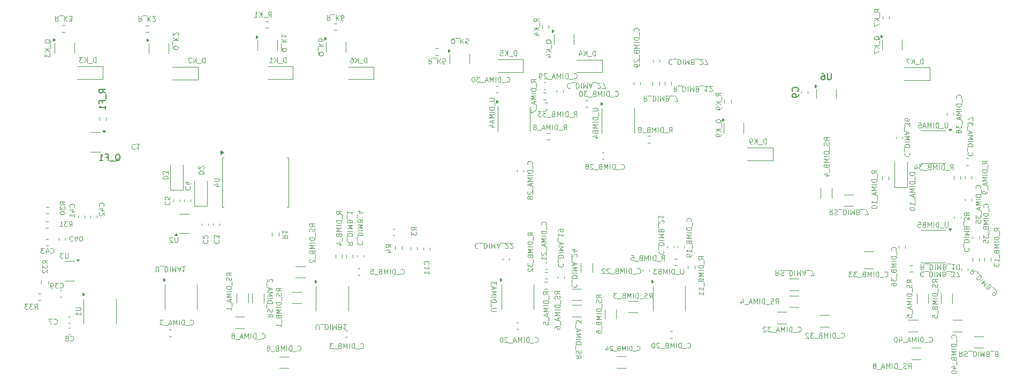
<source format=gbr>
G04 #@! TF.GenerationSoftware,KiCad,Pcbnew,9.0.4*
G04 #@! TF.CreationDate,2025-10-15T13:49:24+02:00*
G04 #@! TF.ProjectId,io-gateway,696f2d67-6174-4657-9761-792e6b696361,rev?*
G04 #@! TF.SameCoordinates,Original*
G04 #@! TF.FileFunction,Legend,Bot*
G04 #@! TF.FilePolarity,Positive*
%FSLAX46Y46*%
G04 Gerber Fmt 4.6, Leading zero omitted, Abs format (unit mm)*
G04 Created by KiCad (PCBNEW 9.0.4) date 2025-10-15 13:49:24*
%MOMM*%
%LPD*%
G01*
G04 APERTURE LIST*
%ADD10C,0.100000*%
%ADD11C,0.150000*%
%ADD12C,0.120000*%
G04 APERTURE END LIST*
D10*
X68433667Y-88928795D02*
X68395571Y-88890700D01*
X68395571Y-88890700D02*
X68281286Y-88852604D01*
X68281286Y-88852604D02*
X68205095Y-88852604D01*
X68205095Y-88852604D02*
X68090809Y-88890700D01*
X68090809Y-88890700D02*
X68014619Y-88966890D01*
X68014619Y-88966890D02*
X67976524Y-89043080D01*
X67976524Y-89043080D02*
X67938428Y-89195461D01*
X67938428Y-89195461D02*
X67938428Y-89309747D01*
X67938428Y-89309747D02*
X67976524Y-89462128D01*
X67976524Y-89462128D02*
X68014619Y-89538319D01*
X68014619Y-89538319D02*
X68090809Y-89614509D01*
X68090809Y-89614509D02*
X68205095Y-89652604D01*
X68205095Y-89652604D02*
X68281286Y-89652604D01*
X68281286Y-89652604D02*
X68395571Y-89614509D01*
X68395571Y-89614509D02*
X68433667Y-89576414D01*
X69195571Y-88852604D02*
X68738428Y-88852604D01*
X68967000Y-88852604D02*
X68967000Y-89652604D01*
X68967000Y-89652604D02*
X68890809Y-89538319D01*
X68890809Y-89538319D02*
X68814619Y-89462128D01*
X68814619Y-89462128D02*
X68738428Y-89424033D01*
X124464895Y-81545238D02*
X125112514Y-81545238D01*
X125112514Y-81545238D02*
X125188704Y-81583333D01*
X125188704Y-81583333D02*
X125226800Y-81621428D01*
X125226800Y-81621428D02*
X125264895Y-81697619D01*
X125264895Y-81697619D02*
X125264895Y-81850000D01*
X125264895Y-81850000D02*
X125226800Y-81926190D01*
X125226800Y-81926190D02*
X125188704Y-81964285D01*
X125188704Y-81964285D02*
X125112514Y-82002381D01*
X125112514Y-82002381D02*
X124464895Y-82002381D01*
X125341085Y-82192857D02*
X125341085Y-82802380D01*
X125264895Y-82992857D02*
X124464895Y-82992857D01*
X124464895Y-82992857D02*
X124464895Y-83183333D01*
X124464895Y-83183333D02*
X124502990Y-83297619D01*
X124502990Y-83297619D02*
X124579180Y-83373809D01*
X124579180Y-83373809D02*
X124655371Y-83411904D01*
X124655371Y-83411904D02*
X124807752Y-83450000D01*
X124807752Y-83450000D02*
X124922038Y-83450000D01*
X124922038Y-83450000D02*
X125074419Y-83411904D01*
X125074419Y-83411904D02*
X125150609Y-83373809D01*
X125150609Y-83373809D02*
X125226800Y-83297619D01*
X125226800Y-83297619D02*
X125264895Y-83183333D01*
X125264895Y-83183333D02*
X125264895Y-82992857D01*
X125264895Y-83792857D02*
X124464895Y-83792857D01*
X125264895Y-84173809D02*
X124464895Y-84173809D01*
X124464895Y-84173809D02*
X125036323Y-84440475D01*
X125036323Y-84440475D02*
X124464895Y-84707142D01*
X124464895Y-84707142D02*
X125264895Y-84707142D01*
X125036323Y-85049999D02*
X125036323Y-85430952D01*
X125264895Y-84973809D02*
X124464895Y-85240476D01*
X124464895Y-85240476D02*
X125264895Y-85507142D01*
X124731561Y-86116666D02*
X125264895Y-86116666D01*
X124426800Y-85926190D02*
X124998228Y-85735713D01*
X124998228Y-85735713D02*
X124998228Y-86230952D01*
X136233332Y-86564895D02*
X136499999Y-86183942D01*
X136690475Y-86564895D02*
X136690475Y-85764895D01*
X136690475Y-85764895D02*
X136385713Y-85764895D01*
X136385713Y-85764895D02*
X136309523Y-85802990D01*
X136309523Y-85802990D02*
X136271428Y-85841085D01*
X136271428Y-85841085D02*
X136233332Y-85917276D01*
X136233332Y-85917276D02*
X136233332Y-86031561D01*
X136233332Y-86031561D02*
X136271428Y-86107752D01*
X136271428Y-86107752D02*
X136309523Y-86145847D01*
X136309523Y-86145847D02*
X136385713Y-86183942D01*
X136385713Y-86183942D02*
X136690475Y-86183942D01*
X136080952Y-86641085D02*
X135471428Y-86641085D01*
X135280951Y-86564895D02*
X135280951Y-85764895D01*
X135280951Y-85764895D02*
X135090475Y-85764895D01*
X135090475Y-85764895D02*
X134976189Y-85802990D01*
X134976189Y-85802990D02*
X134899999Y-85879180D01*
X134899999Y-85879180D02*
X134861904Y-85955371D01*
X134861904Y-85955371D02*
X134823808Y-86107752D01*
X134823808Y-86107752D02*
X134823808Y-86222038D01*
X134823808Y-86222038D02*
X134861904Y-86374419D01*
X134861904Y-86374419D02*
X134899999Y-86450609D01*
X134899999Y-86450609D02*
X134976189Y-86526800D01*
X134976189Y-86526800D02*
X135090475Y-86564895D01*
X135090475Y-86564895D02*
X135280951Y-86564895D01*
X134480951Y-86564895D02*
X134480951Y-85764895D01*
X134099999Y-86564895D02*
X134099999Y-85764895D01*
X134099999Y-85764895D02*
X133833333Y-86336323D01*
X133833333Y-86336323D02*
X133566666Y-85764895D01*
X133566666Y-85764895D02*
X133566666Y-86564895D01*
X133223809Y-86336323D02*
X132842856Y-86336323D01*
X133299999Y-86564895D02*
X133033332Y-85764895D01*
X133033332Y-85764895D02*
X132766666Y-86564895D01*
X132690476Y-86641085D02*
X132080952Y-86641085D01*
X131776190Y-86107752D02*
X131852380Y-86069657D01*
X131852380Y-86069657D02*
X131890475Y-86031561D01*
X131890475Y-86031561D02*
X131928571Y-85955371D01*
X131928571Y-85955371D02*
X131928571Y-85917276D01*
X131928571Y-85917276D02*
X131890475Y-85841085D01*
X131890475Y-85841085D02*
X131852380Y-85802990D01*
X131852380Y-85802990D02*
X131776190Y-85764895D01*
X131776190Y-85764895D02*
X131623809Y-85764895D01*
X131623809Y-85764895D02*
X131547618Y-85802990D01*
X131547618Y-85802990D02*
X131509523Y-85841085D01*
X131509523Y-85841085D02*
X131471428Y-85917276D01*
X131471428Y-85917276D02*
X131471428Y-85955371D01*
X131471428Y-85955371D02*
X131509523Y-86031561D01*
X131509523Y-86031561D02*
X131547618Y-86069657D01*
X131547618Y-86069657D02*
X131623809Y-86107752D01*
X131623809Y-86107752D02*
X131776190Y-86107752D01*
X131776190Y-86107752D02*
X131852380Y-86145847D01*
X131852380Y-86145847D02*
X131890475Y-86183942D01*
X131890475Y-86183942D02*
X131928571Y-86260133D01*
X131928571Y-86260133D02*
X131928571Y-86412514D01*
X131928571Y-86412514D02*
X131890475Y-86488704D01*
X131890475Y-86488704D02*
X131852380Y-86526800D01*
X131852380Y-86526800D02*
X131776190Y-86564895D01*
X131776190Y-86564895D02*
X131623809Y-86564895D01*
X131623809Y-86564895D02*
X131547618Y-86526800D01*
X131547618Y-86526800D02*
X131509523Y-86488704D01*
X131509523Y-86488704D02*
X131471428Y-86412514D01*
X131471428Y-86412514D02*
X131471428Y-86260133D01*
X131471428Y-86260133D02*
X131509523Y-86183942D01*
X131509523Y-86183942D02*
X131547618Y-86145847D01*
X131547618Y-86145847D02*
X131623809Y-86107752D01*
D11*
X63804819Y-80773809D02*
X63328628Y-80440476D01*
X63804819Y-80202381D02*
X62804819Y-80202381D01*
X62804819Y-80202381D02*
X62804819Y-80583333D01*
X62804819Y-80583333D02*
X62852438Y-80678571D01*
X62852438Y-80678571D02*
X62900057Y-80726190D01*
X62900057Y-80726190D02*
X62995295Y-80773809D01*
X62995295Y-80773809D02*
X63138152Y-80773809D01*
X63138152Y-80773809D02*
X63233390Y-80726190D01*
X63233390Y-80726190D02*
X63281009Y-80678571D01*
X63281009Y-80678571D02*
X63328628Y-80583333D01*
X63328628Y-80583333D02*
X63328628Y-80202381D01*
X63900057Y-80964286D02*
X63900057Y-81726190D01*
X63281009Y-82297619D02*
X63281009Y-81964286D01*
X63804819Y-81964286D02*
X62804819Y-81964286D01*
X62804819Y-81964286D02*
X62804819Y-82440476D01*
X63804819Y-83345238D02*
X63804819Y-82773810D01*
X63804819Y-83059524D02*
X62804819Y-83059524D01*
X62804819Y-83059524D02*
X62947676Y-82964286D01*
X62947676Y-82964286D02*
X63042914Y-82869048D01*
X63042914Y-82869048D02*
X63090533Y-82773810D01*
X178561904Y-77654819D02*
X178561904Y-78464342D01*
X178561904Y-78464342D02*
X178514285Y-78559580D01*
X178514285Y-78559580D02*
X178466666Y-78607200D01*
X178466666Y-78607200D02*
X178371428Y-78654819D01*
X178371428Y-78654819D02*
X178180952Y-78654819D01*
X178180952Y-78654819D02*
X178085714Y-78607200D01*
X178085714Y-78607200D02*
X178038095Y-78559580D01*
X178038095Y-78559580D02*
X177990476Y-78464342D01*
X177990476Y-78464342D02*
X177990476Y-77654819D01*
X177085714Y-77654819D02*
X177276190Y-77654819D01*
X177276190Y-77654819D02*
X177371428Y-77702438D01*
X177371428Y-77702438D02*
X177419047Y-77750057D01*
X177419047Y-77750057D02*
X177514285Y-77892914D01*
X177514285Y-77892914D02*
X177561904Y-78083390D01*
X177561904Y-78083390D02*
X177561904Y-78464342D01*
X177561904Y-78464342D02*
X177514285Y-78559580D01*
X177514285Y-78559580D02*
X177466666Y-78607200D01*
X177466666Y-78607200D02*
X177371428Y-78654819D01*
X177371428Y-78654819D02*
X177180952Y-78654819D01*
X177180952Y-78654819D02*
X177085714Y-78607200D01*
X177085714Y-78607200D02*
X177038095Y-78559580D01*
X177038095Y-78559580D02*
X176990476Y-78464342D01*
X176990476Y-78464342D02*
X176990476Y-78226247D01*
X176990476Y-78226247D02*
X177038095Y-78131009D01*
X177038095Y-78131009D02*
X177085714Y-78083390D01*
X177085714Y-78083390D02*
X177180952Y-78035771D01*
X177180952Y-78035771D02*
X177371428Y-78035771D01*
X177371428Y-78035771D02*
X177466666Y-78083390D01*
X177466666Y-78083390D02*
X177514285Y-78131009D01*
X177514285Y-78131009D02*
X177561904Y-78226247D01*
D10*
X200261295Y-90164285D02*
X200223200Y-90202381D01*
X200223200Y-90202381D02*
X200185104Y-90316666D01*
X200185104Y-90316666D02*
X200185104Y-90392857D01*
X200185104Y-90392857D02*
X200223200Y-90507143D01*
X200223200Y-90507143D02*
X200299390Y-90583333D01*
X200299390Y-90583333D02*
X200375580Y-90621428D01*
X200375580Y-90621428D02*
X200527961Y-90659524D01*
X200527961Y-90659524D02*
X200642247Y-90659524D01*
X200642247Y-90659524D02*
X200794628Y-90621428D01*
X200794628Y-90621428D02*
X200870819Y-90583333D01*
X200870819Y-90583333D02*
X200947009Y-90507143D01*
X200947009Y-90507143D02*
X200985104Y-90392857D01*
X200985104Y-90392857D02*
X200985104Y-90316666D01*
X200985104Y-90316666D02*
X200947009Y-90202381D01*
X200947009Y-90202381D02*
X200908914Y-90164285D01*
X200108914Y-90011905D02*
X200108914Y-89402381D01*
X200185104Y-89211904D02*
X200985104Y-89211904D01*
X200985104Y-89211904D02*
X200985104Y-89021428D01*
X200985104Y-89021428D02*
X200947009Y-88907142D01*
X200947009Y-88907142D02*
X200870819Y-88830952D01*
X200870819Y-88830952D02*
X200794628Y-88792857D01*
X200794628Y-88792857D02*
X200642247Y-88754761D01*
X200642247Y-88754761D02*
X200527961Y-88754761D01*
X200527961Y-88754761D02*
X200375580Y-88792857D01*
X200375580Y-88792857D02*
X200299390Y-88830952D01*
X200299390Y-88830952D02*
X200223200Y-88907142D01*
X200223200Y-88907142D02*
X200185104Y-89021428D01*
X200185104Y-89021428D02*
X200185104Y-89211904D01*
X200185104Y-88411904D02*
X200985104Y-88411904D01*
X200185104Y-88030952D02*
X200985104Y-88030952D01*
X200985104Y-88030952D02*
X200413676Y-87764286D01*
X200413676Y-87764286D02*
X200985104Y-87497619D01*
X200985104Y-87497619D02*
X200185104Y-87497619D01*
X200413676Y-87154762D02*
X200413676Y-86773809D01*
X200185104Y-87230952D02*
X200985104Y-86964285D01*
X200985104Y-86964285D02*
X200185104Y-86697619D01*
X200108914Y-86621429D02*
X200108914Y-86011905D01*
X200985104Y-85897619D02*
X200985104Y-85402381D01*
X200985104Y-85402381D02*
X200680342Y-85669047D01*
X200680342Y-85669047D02*
X200680342Y-85554762D01*
X200680342Y-85554762D02*
X200642247Y-85478571D01*
X200642247Y-85478571D02*
X200604152Y-85440476D01*
X200604152Y-85440476D02*
X200527961Y-85402381D01*
X200527961Y-85402381D02*
X200337485Y-85402381D01*
X200337485Y-85402381D02*
X200261295Y-85440476D01*
X200261295Y-85440476D02*
X200223200Y-85478571D01*
X200223200Y-85478571D02*
X200185104Y-85554762D01*
X200185104Y-85554762D02*
X200185104Y-85783333D01*
X200185104Y-85783333D02*
X200223200Y-85859524D01*
X200223200Y-85859524D02*
X200261295Y-85897619D01*
X200985104Y-85135714D02*
X200985104Y-84602380D01*
X200985104Y-84602380D02*
X200185104Y-84945238D01*
X58804104Y-98825114D02*
X58842200Y-98787018D01*
X58842200Y-98787018D02*
X58880295Y-98672733D01*
X58880295Y-98672733D02*
X58880295Y-98596542D01*
X58880295Y-98596542D02*
X58842200Y-98482256D01*
X58842200Y-98482256D02*
X58766009Y-98406066D01*
X58766009Y-98406066D02*
X58689819Y-98367971D01*
X58689819Y-98367971D02*
X58537438Y-98329875D01*
X58537438Y-98329875D02*
X58423152Y-98329875D01*
X58423152Y-98329875D02*
X58270771Y-98367971D01*
X58270771Y-98367971D02*
X58194580Y-98406066D01*
X58194580Y-98406066D02*
X58118390Y-98482256D01*
X58118390Y-98482256D02*
X58080295Y-98596542D01*
X58080295Y-98596542D02*
X58080295Y-98672733D01*
X58080295Y-98672733D02*
X58118390Y-98787018D01*
X58118390Y-98787018D02*
X58156485Y-98825114D01*
X58346961Y-99510828D02*
X58880295Y-99510828D01*
X58042200Y-99320352D02*
X58613628Y-99129875D01*
X58613628Y-99129875D02*
X58613628Y-99625114D01*
X58880295Y-100348923D02*
X58880295Y-99891780D01*
X58880295Y-100120352D02*
X58080295Y-100120352D01*
X58080295Y-100120352D02*
X58194580Y-100044161D01*
X58194580Y-100044161D02*
X58270771Y-99967971D01*
X58270771Y-99967971D02*
X58308866Y-99891780D01*
X57854923Y-106069895D02*
X57854923Y-106717514D01*
X57854923Y-106717514D02*
X57816828Y-106793704D01*
X57816828Y-106793704D02*
X57778733Y-106831800D01*
X57778733Y-106831800D02*
X57702542Y-106869895D01*
X57702542Y-106869895D02*
X57550161Y-106869895D01*
X57550161Y-106869895D02*
X57473971Y-106831800D01*
X57473971Y-106831800D02*
X57435876Y-106793704D01*
X57435876Y-106793704D02*
X57397780Y-106717514D01*
X57397780Y-106717514D02*
X57397780Y-106069895D01*
X57093019Y-106069895D02*
X56597781Y-106069895D01*
X56597781Y-106069895D02*
X56864447Y-106374657D01*
X56864447Y-106374657D02*
X56750162Y-106374657D01*
X56750162Y-106374657D02*
X56673971Y-106412752D01*
X56673971Y-106412752D02*
X56635876Y-106450847D01*
X56635876Y-106450847D02*
X56597781Y-106527038D01*
X56597781Y-106527038D02*
X56597781Y-106717514D01*
X56597781Y-106717514D02*
X56635876Y-106793704D01*
X56635876Y-106793704D02*
X56673971Y-106831800D01*
X56673971Y-106831800D02*
X56750162Y-106869895D01*
X56750162Y-106869895D02*
X56978733Y-106869895D01*
X56978733Y-106869895D02*
X57054924Y-106831800D01*
X57054924Y-106831800D02*
X57093019Y-106793704D01*
X190261295Y-90264285D02*
X190223200Y-90302381D01*
X190223200Y-90302381D02*
X190185104Y-90416666D01*
X190185104Y-90416666D02*
X190185104Y-90492857D01*
X190185104Y-90492857D02*
X190223200Y-90607143D01*
X190223200Y-90607143D02*
X190299390Y-90683333D01*
X190299390Y-90683333D02*
X190375580Y-90721428D01*
X190375580Y-90721428D02*
X190527961Y-90759524D01*
X190527961Y-90759524D02*
X190642247Y-90759524D01*
X190642247Y-90759524D02*
X190794628Y-90721428D01*
X190794628Y-90721428D02*
X190870819Y-90683333D01*
X190870819Y-90683333D02*
X190947009Y-90607143D01*
X190947009Y-90607143D02*
X190985104Y-90492857D01*
X190985104Y-90492857D02*
X190985104Y-90416666D01*
X190985104Y-90416666D02*
X190947009Y-90302381D01*
X190947009Y-90302381D02*
X190908914Y-90264285D01*
X190108914Y-90111905D02*
X190108914Y-89502381D01*
X190185104Y-89311904D02*
X190985104Y-89311904D01*
X190985104Y-89311904D02*
X190985104Y-89121428D01*
X190985104Y-89121428D02*
X190947009Y-89007142D01*
X190947009Y-89007142D02*
X190870819Y-88930952D01*
X190870819Y-88930952D02*
X190794628Y-88892857D01*
X190794628Y-88892857D02*
X190642247Y-88854761D01*
X190642247Y-88854761D02*
X190527961Y-88854761D01*
X190527961Y-88854761D02*
X190375580Y-88892857D01*
X190375580Y-88892857D02*
X190299390Y-88930952D01*
X190299390Y-88930952D02*
X190223200Y-89007142D01*
X190223200Y-89007142D02*
X190185104Y-89121428D01*
X190185104Y-89121428D02*
X190185104Y-89311904D01*
X190185104Y-88511904D02*
X190985104Y-88511904D01*
X190185104Y-88130952D02*
X190985104Y-88130952D01*
X190985104Y-88130952D02*
X190413676Y-87864286D01*
X190413676Y-87864286D02*
X190985104Y-87597619D01*
X190985104Y-87597619D02*
X190185104Y-87597619D01*
X190413676Y-87254762D02*
X190413676Y-86873809D01*
X190185104Y-87330952D02*
X190985104Y-87064285D01*
X190985104Y-87064285D02*
X190185104Y-86797619D01*
X190108914Y-86721429D02*
X190108914Y-86111905D01*
X190985104Y-85997619D02*
X190985104Y-85502381D01*
X190985104Y-85502381D02*
X190680342Y-85769047D01*
X190680342Y-85769047D02*
X190680342Y-85654762D01*
X190680342Y-85654762D02*
X190642247Y-85578571D01*
X190642247Y-85578571D02*
X190604152Y-85540476D01*
X190604152Y-85540476D02*
X190527961Y-85502381D01*
X190527961Y-85502381D02*
X190337485Y-85502381D01*
X190337485Y-85502381D02*
X190261295Y-85540476D01*
X190261295Y-85540476D02*
X190223200Y-85578571D01*
X190223200Y-85578571D02*
X190185104Y-85654762D01*
X190185104Y-85654762D02*
X190185104Y-85883333D01*
X190185104Y-85883333D02*
X190223200Y-85959524D01*
X190223200Y-85959524D02*
X190261295Y-85997619D01*
X190985104Y-84816666D02*
X190985104Y-84969047D01*
X190985104Y-84969047D02*
X190947009Y-85045238D01*
X190947009Y-85045238D02*
X190908914Y-85083333D01*
X190908914Y-85083333D02*
X190794628Y-85159523D01*
X190794628Y-85159523D02*
X190642247Y-85197619D01*
X190642247Y-85197619D02*
X190337485Y-85197619D01*
X190337485Y-85197619D02*
X190261295Y-85159523D01*
X190261295Y-85159523D02*
X190223200Y-85121428D01*
X190223200Y-85121428D02*
X190185104Y-85045238D01*
X190185104Y-85045238D02*
X190185104Y-84892857D01*
X190185104Y-84892857D02*
X190223200Y-84816666D01*
X190223200Y-84816666D02*
X190261295Y-84778571D01*
X190261295Y-84778571D02*
X190337485Y-84740476D01*
X190337485Y-84740476D02*
X190527961Y-84740476D01*
X190527961Y-84740476D02*
X190604152Y-84778571D01*
X190604152Y-84778571D02*
X190642247Y-84816666D01*
X190642247Y-84816666D02*
X190680342Y-84892857D01*
X190680342Y-84892857D02*
X190680342Y-85045238D01*
X190680342Y-85045238D02*
X190642247Y-85121428D01*
X190642247Y-85121428D02*
X190604152Y-85159523D01*
X190604152Y-85159523D02*
X190527961Y-85197619D01*
X74412714Y-73297952D02*
X74450809Y-73374142D01*
X74450809Y-73374142D02*
X74527000Y-73450333D01*
X74527000Y-73450333D02*
X74641285Y-73564619D01*
X74641285Y-73564619D02*
X74679380Y-73640809D01*
X74679380Y-73640809D02*
X74679380Y-73717000D01*
X74488904Y-73678904D02*
X74527000Y-73755095D01*
X74527000Y-73755095D02*
X74603190Y-73831285D01*
X74603190Y-73831285D02*
X74755571Y-73869381D01*
X74755571Y-73869381D02*
X75022238Y-73869381D01*
X75022238Y-73869381D02*
X75174619Y-73831285D01*
X75174619Y-73831285D02*
X75250809Y-73755095D01*
X75250809Y-73755095D02*
X75288904Y-73678904D01*
X75288904Y-73678904D02*
X75288904Y-73526523D01*
X75288904Y-73526523D02*
X75250809Y-73450333D01*
X75250809Y-73450333D02*
X75174619Y-73374142D01*
X75174619Y-73374142D02*
X75022238Y-73336047D01*
X75022238Y-73336047D02*
X74755571Y-73336047D01*
X74755571Y-73336047D02*
X74603190Y-73374142D01*
X74603190Y-73374142D02*
X74527000Y-73450333D01*
X74527000Y-73450333D02*
X74488904Y-73526523D01*
X74488904Y-73526523D02*
X74488904Y-73678904D01*
X74412714Y-73183667D02*
X74412714Y-72574143D01*
X74488904Y-72383666D02*
X75288904Y-72383666D01*
X74488904Y-71926523D02*
X74946047Y-72269381D01*
X75288904Y-71926523D02*
X74831761Y-72383666D01*
X75212714Y-71621762D02*
X75250809Y-71583666D01*
X75250809Y-71583666D02*
X75288904Y-71507476D01*
X75288904Y-71507476D02*
X75288904Y-71317000D01*
X75288904Y-71317000D02*
X75250809Y-71240809D01*
X75250809Y-71240809D02*
X75212714Y-71202714D01*
X75212714Y-71202714D02*
X75136523Y-71164619D01*
X75136523Y-71164619D02*
X75060333Y-71164619D01*
X75060333Y-71164619D02*
X74946047Y-71202714D01*
X74946047Y-71202714D02*
X74488904Y-71659857D01*
X74488904Y-71659857D02*
X74488904Y-71164619D01*
D11*
X173300580Y-80478333D02*
X173348200Y-80430714D01*
X173348200Y-80430714D02*
X173395819Y-80287857D01*
X173395819Y-80287857D02*
X173395819Y-80192619D01*
X173395819Y-80192619D02*
X173348200Y-80049762D01*
X173348200Y-80049762D02*
X173252961Y-79954524D01*
X173252961Y-79954524D02*
X173157723Y-79906905D01*
X173157723Y-79906905D02*
X172967247Y-79859286D01*
X172967247Y-79859286D02*
X172824390Y-79859286D01*
X172824390Y-79859286D02*
X172633914Y-79906905D01*
X172633914Y-79906905D02*
X172538676Y-79954524D01*
X172538676Y-79954524D02*
X172443438Y-80049762D01*
X172443438Y-80049762D02*
X172395819Y-80192619D01*
X172395819Y-80192619D02*
X172395819Y-80287857D01*
X172395819Y-80287857D02*
X172443438Y-80430714D01*
X172443438Y-80430714D02*
X172491057Y-80478333D01*
X173395819Y-80954524D02*
X173395819Y-81145000D01*
X173395819Y-81145000D02*
X173348200Y-81240238D01*
X173348200Y-81240238D02*
X173300580Y-81287857D01*
X173300580Y-81287857D02*
X173157723Y-81383095D01*
X173157723Y-81383095D02*
X172967247Y-81430714D01*
X172967247Y-81430714D02*
X172586295Y-81430714D01*
X172586295Y-81430714D02*
X172491057Y-81383095D01*
X172491057Y-81383095D02*
X172443438Y-81335476D01*
X172443438Y-81335476D02*
X172395819Y-81240238D01*
X172395819Y-81240238D02*
X172395819Y-81049762D01*
X172395819Y-81049762D02*
X172443438Y-80954524D01*
X172443438Y-80954524D02*
X172491057Y-80906905D01*
X172491057Y-80906905D02*
X172586295Y-80859286D01*
X172586295Y-80859286D02*
X172824390Y-80859286D01*
X172824390Y-80859286D02*
X172919628Y-80906905D01*
X172919628Y-80906905D02*
X172967247Y-80954524D01*
X172967247Y-80954524D02*
X173014866Y-81049762D01*
X173014866Y-81049762D02*
X173014866Y-81240238D01*
X173014866Y-81240238D02*
X172967247Y-81335476D01*
X172967247Y-81335476D02*
X172919628Y-81383095D01*
X172919628Y-81383095D02*
X172824390Y-81430714D01*
D10*
X153378571Y-75511295D02*
X153340475Y-75473200D01*
X153340475Y-75473200D02*
X153226190Y-75435104D01*
X153226190Y-75435104D02*
X153149999Y-75435104D01*
X153149999Y-75435104D02*
X153035713Y-75473200D01*
X153035713Y-75473200D02*
X152959523Y-75549390D01*
X152959523Y-75549390D02*
X152921428Y-75625580D01*
X152921428Y-75625580D02*
X152883332Y-75777961D01*
X152883332Y-75777961D02*
X152883332Y-75892247D01*
X152883332Y-75892247D02*
X152921428Y-76044628D01*
X152921428Y-76044628D02*
X152959523Y-76120819D01*
X152959523Y-76120819D02*
X153035713Y-76197009D01*
X153035713Y-76197009D02*
X153149999Y-76235104D01*
X153149999Y-76235104D02*
X153226190Y-76235104D01*
X153226190Y-76235104D02*
X153340475Y-76197009D01*
X153340475Y-76197009D02*
X153378571Y-76158914D01*
X153530952Y-75358914D02*
X154140475Y-75358914D01*
X154330952Y-75435104D02*
X154330952Y-76235104D01*
X154330952Y-76235104D02*
X154521428Y-76235104D01*
X154521428Y-76235104D02*
X154635714Y-76197009D01*
X154635714Y-76197009D02*
X154711904Y-76120819D01*
X154711904Y-76120819D02*
X154749999Y-76044628D01*
X154749999Y-76044628D02*
X154788095Y-75892247D01*
X154788095Y-75892247D02*
X154788095Y-75777961D01*
X154788095Y-75777961D02*
X154749999Y-75625580D01*
X154749999Y-75625580D02*
X154711904Y-75549390D01*
X154711904Y-75549390D02*
X154635714Y-75473200D01*
X154635714Y-75473200D02*
X154521428Y-75435104D01*
X154521428Y-75435104D02*
X154330952Y-75435104D01*
X155130952Y-75435104D02*
X155130952Y-76235104D01*
X155511904Y-75435104D02*
X155511904Y-76235104D01*
X155511904Y-76235104D02*
X155778570Y-75663676D01*
X155778570Y-75663676D02*
X156045237Y-76235104D01*
X156045237Y-76235104D02*
X156045237Y-75435104D01*
X156692856Y-75854152D02*
X156807142Y-75816057D01*
X156807142Y-75816057D02*
X156845237Y-75777961D01*
X156845237Y-75777961D02*
X156883333Y-75701771D01*
X156883333Y-75701771D02*
X156883333Y-75587485D01*
X156883333Y-75587485D02*
X156845237Y-75511295D01*
X156845237Y-75511295D02*
X156807142Y-75473200D01*
X156807142Y-75473200D02*
X156730952Y-75435104D01*
X156730952Y-75435104D02*
X156426190Y-75435104D01*
X156426190Y-75435104D02*
X156426190Y-76235104D01*
X156426190Y-76235104D02*
X156692856Y-76235104D01*
X156692856Y-76235104D02*
X156769047Y-76197009D01*
X156769047Y-76197009D02*
X156807142Y-76158914D01*
X156807142Y-76158914D02*
X156845237Y-76082723D01*
X156845237Y-76082723D02*
X156845237Y-76006533D01*
X156845237Y-76006533D02*
X156807142Y-75930342D01*
X156807142Y-75930342D02*
X156769047Y-75892247D01*
X156769047Y-75892247D02*
X156692856Y-75854152D01*
X156692856Y-75854152D02*
X156426190Y-75854152D01*
X157035714Y-75358914D02*
X157645237Y-75358914D01*
X157797618Y-76158914D02*
X157835714Y-76197009D01*
X157835714Y-76197009D02*
X157911904Y-76235104D01*
X157911904Y-76235104D02*
X158102380Y-76235104D01*
X158102380Y-76235104D02*
X158178571Y-76197009D01*
X158178571Y-76197009D02*
X158216666Y-76158914D01*
X158216666Y-76158914D02*
X158254761Y-76082723D01*
X158254761Y-76082723D02*
X158254761Y-76006533D01*
X158254761Y-76006533D02*
X158216666Y-75892247D01*
X158216666Y-75892247D02*
X157759523Y-75435104D01*
X157759523Y-75435104D02*
X158254761Y-75435104D01*
X158521428Y-76235104D02*
X159054762Y-76235104D01*
X159054762Y-76235104D02*
X158711904Y-75435104D01*
X137285714Y-79261295D02*
X137247618Y-79223200D01*
X137247618Y-79223200D02*
X137133333Y-79185104D01*
X137133333Y-79185104D02*
X137057142Y-79185104D01*
X137057142Y-79185104D02*
X136942856Y-79223200D01*
X136942856Y-79223200D02*
X136866666Y-79299390D01*
X136866666Y-79299390D02*
X136828571Y-79375580D01*
X136828571Y-79375580D02*
X136790475Y-79527961D01*
X136790475Y-79527961D02*
X136790475Y-79642247D01*
X136790475Y-79642247D02*
X136828571Y-79794628D01*
X136828571Y-79794628D02*
X136866666Y-79870819D01*
X136866666Y-79870819D02*
X136942856Y-79947009D01*
X136942856Y-79947009D02*
X137057142Y-79985104D01*
X137057142Y-79985104D02*
X137133333Y-79985104D01*
X137133333Y-79985104D02*
X137247618Y-79947009D01*
X137247618Y-79947009D02*
X137285714Y-79908914D01*
X137438095Y-79108914D02*
X138047618Y-79108914D01*
X138238095Y-79185104D02*
X138238095Y-79985104D01*
X138238095Y-79985104D02*
X138428571Y-79985104D01*
X138428571Y-79985104D02*
X138542857Y-79947009D01*
X138542857Y-79947009D02*
X138619047Y-79870819D01*
X138619047Y-79870819D02*
X138657142Y-79794628D01*
X138657142Y-79794628D02*
X138695238Y-79642247D01*
X138695238Y-79642247D02*
X138695238Y-79527961D01*
X138695238Y-79527961D02*
X138657142Y-79375580D01*
X138657142Y-79375580D02*
X138619047Y-79299390D01*
X138619047Y-79299390D02*
X138542857Y-79223200D01*
X138542857Y-79223200D02*
X138428571Y-79185104D01*
X138428571Y-79185104D02*
X138238095Y-79185104D01*
X139038095Y-79185104D02*
X139038095Y-79985104D01*
X139419047Y-79185104D02*
X139419047Y-79985104D01*
X139419047Y-79985104D02*
X139685713Y-79413676D01*
X139685713Y-79413676D02*
X139952380Y-79985104D01*
X139952380Y-79985104D02*
X139952380Y-79185104D01*
X140295237Y-79413676D02*
X140676190Y-79413676D01*
X140219047Y-79185104D02*
X140485714Y-79985104D01*
X140485714Y-79985104D02*
X140752380Y-79185104D01*
X140828571Y-79108914D02*
X141438094Y-79108914D01*
X141590475Y-79908914D02*
X141628571Y-79947009D01*
X141628571Y-79947009D02*
X141704761Y-79985104D01*
X141704761Y-79985104D02*
X141895237Y-79985104D01*
X141895237Y-79985104D02*
X141971428Y-79947009D01*
X141971428Y-79947009D02*
X142009523Y-79908914D01*
X142009523Y-79908914D02*
X142047618Y-79832723D01*
X142047618Y-79832723D02*
X142047618Y-79756533D01*
X142047618Y-79756533D02*
X142009523Y-79642247D01*
X142009523Y-79642247D02*
X141552380Y-79185104D01*
X141552380Y-79185104D02*
X142047618Y-79185104D01*
X142314285Y-79985104D02*
X142847619Y-79985104D01*
X142847619Y-79985104D02*
X142504761Y-79185104D01*
X144371428Y-81188704D02*
X144409524Y-81226800D01*
X144409524Y-81226800D02*
X144523809Y-81264895D01*
X144523809Y-81264895D02*
X144600000Y-81264895D01*
X144600000Y-81264895D02*
X144714286Y-81226800D01*
X144714286Y-81226800D02*
X144790476Y-81150609D01*
X144790476Y-81150609D02*
X144828571Y-81074419D01*
X144828571Y-81074419D02*
X144866667Y-80922038D01*
X144866667Y-80922038D02*
X144866667Y-80807752D01*
X144866667Y-80807752D02*
X144828571Y-80655371D01*
X144828571Y-80655371D02*
X144790476Y-80579180D01*
X144790476Y-80579180D02*
X144714286Y-80502990D01*
X144714286Y-80502990D02*
X144600000Y-80464895D01*
X144600000Y-80464895D02*
X144523809Y-80464895D01*
X144523809Y-80464895D02*
X144409524Y-80502990D01*
X144409524Y-80502990D02*
X144371428Y-80541085D01*
X144219048Y-81341085D02*
X143609524Y-81341085D01*
X143419047Y-81264895D02*
X143419047Y-80464895D01*
X143419047Y-80464895D02*
X143228571Y-80464895D01*
X143228571Y-80464895D02*
X143114285Y-80502990D01*
X143114285Y-80502990D02*
X143038095Y-80579180D01*
X143038095Y-80579180D02*
X143000000Y-80655371D01*
X143000000Y-80655371D02*
X142961904Y-80807752D01*
X142961904Y-80807752D02*
X142961904Y-80922038D01*
X142961904Y-80922038D02*
X143000000Y-81074419D01*
X143000000Y-81074419D02*
X143038095Y-81150609D01*
X143038095Y-81150609D02*
X143114285Y-81226800D01*
X143114285Y-81226800D02*
X143228571Y-81264895D01*
X143228571Y-81264895D02*
X143419047Y-81264895D01*
X142619047Y-81264895D02*
X142619047Y-80464895D01*
X142238095Y-81264895D02*
X142238095Y-80464895D01*
X142238095Y-80464895D02*
X141971429Y-81036323D01*
X141971429Y-81036323D02*
X141704762Y-80464895D01*
X141704762Y-80464895D02*
X141704762Y-81264895D01*
X141057143Y-80845847D02*
X140942857Y-80883942D01*
X140942857Y-80883942D02*
X140904762Y-80922038D01*
X140904762Y-80922038D02*
X140866666Y-80998228D01*
X140866666Y-80998228D02*
X140866666Y-81112514D01*
X140866666Y-81112514D02*
X140904762Y-81188704D01*
X140904762Y-81188704D02*
X140942857Y-81226800D01*
X140942857Y-81226800D02*
X141019047Y-81264895D01*
X141019047Y-81264895D02*
X141323809Y-81264895D01*
X141323809Y-81264895D02*
X141323809Y-80464895D01*
X141323809Y-80464895D02*
X141057143Y-80464895D01*
X141057143Y-80464895D02*
X140980952Y-80502990D01*
X140980952Y-80502990D02*
X140942857Y-80541085D01*
X140942857Y-80541085D02*
X140904762Y-80617276D01*
X140904762Y-80617276D02*
X140904762Y-80693466D01*
X140904762Y-80693466D02*
X140942857Y-80769657D01*
X140942857Y-80769657D02*
X140980952Y-80807752D01*
X140980952Y-80807752D02*
X141057143Y-80845847D01*
X141057143Y-80845847D02*
X141323809Y-80845847D01*
X140714286Y-81341085D02*
X140104762Y-81341085D01*
X139990476Y-80464895D02*
X139495238Y-80464895D01*
X139495238Y-80464895D02*
X139761904Y-80769657D01*
X139761904Y-80769657D02*
X139647619Y-80769657D01*
X139647619Y-80769657D02*
X139571428Y-80807752D01*
X139571428Y-80807752D02*
X139533333Y-80845847D01*
X139533333Y-80845847D02*
X139495238Y-80922038D01*
X139495238Y-80922038D02*
X139495238Y-81112514D01*
X139495238Y-81112514D02*
X139533333Y-81188704D01*
X139533333Y-81188704D02*
X139571428Y-81226800D01*
X139571428Y-81226800D02*
X139647619Y-81264895D01*
X139647619Y-81264895D02*
X139876190Y-81264895D01*
X139876190Y-81264895D02*
X139952381Y-81226800D01*
X139952381Y-81226800D02*
X139990476Y-81188704D01*
X138999999Y-80464895D02*
X138923809Y-80464895D01*
X138923809Y-80464895D02*
X138847618Y-80502990D01*
X138847618Y-80502990D02*
X138809523Y-80541085D01*
X138809523Y-80541085D02*
X138771428Y-80617276D01*
X138771428Y-80617276D02*
X138733333Y-80769657D01*
X138733333Y-80769657D02*
X138733333Y-80960133D01*
X138733333Y-80960133D02*
X138771428Y-81112514D01*
X138771428Y-81112514D02*
X138809523Y-81188704D01*
X138809523Y-81188704D02*
X138847618Y-81226800D01*
X138847618Y-81226800D02*
X138923809Y-81264895D01*
X138923809Y-81264895D02*
X138999999Y-81264895D01*
X138999999Y-81264895D02*
X139076190Y-81226800D01*
X139076190Y-81226800D02*
X139114285Y-81188704D01*
X139114285Y-81188704D02*
X139152380Y-81112514D01*
X139152380Y-81112514D02*
X139190476Y-80960133D01*
X139190476Y-80960133D02*
X139190476Y-80769657D01*
X139190476Y-80769657D02*
X139152380Y-80617276D01*
X139152380Y-80617276D02*
X139114285Y-80541085D01*
X139114285Y-80541085D02*
X139076190Y-80502990D01*
X139076190Y-80502990D02*
X138999999Y-80464895D01*
X193095237Y-76114895D02*
X193095237Y-75314895D01*
X193095237Y-75314895D02*
X192904761Y-75314895D01*
X192904761Y-75314895D02*
X192790475Y-75352990D01*
X192790475Y-75352990D02*
X192714285Y-75429180D01*
X192714285Y-75429180D02*
X192676190Y-75505371D01*
X192676190Y-75505371D02*
X192638094Y-75657752D01*
X192638094Y-75657752D02*
X192638094Y-75772038D01*
X192638094Y-75772038D02*
X192676190Y-75924419D01*
X192676190Y-75924419D02*
X192714285Y-76000609D01*
X192714285Y-76000609D02*
X192790475Y-76076800D01*
X192790475Y-76076800D02*
X192904761Y-76114895D01*
X192904761Y-76114895D02*
X193095237Y-76114895D01*
X192485714Y-76191085D02*
X191876190Y-76191085D01*
X191685713Y-76114895D02*
X191685713Y-75314895D01*
X191228570Y-76114895D02*
X191571428Y-75657752D01*
X191228570Y-75314895D02*
X191685713Y-75772038D01*
X190961904Y-75314895D02*
X190428570Y-75314895D01*
X190428570Y-75314895D02*
X190771428Y-76114895D01*
X195364895Y-110728571D02*
X194983942Y-110461904D01*
X195364895Y-110271428D02*
X194564895Y-110271428D01*
X194564895Y-110271428D02*
X194564895Y-110576190D01*
X194564895Y-110576190D02*
X194602990Y-110652380D01*
X194602990Y-110652380D02*
X194641085Y-110690475D01*
X194641085Y-110690475D02*
X194717276Y-110728571D01*
X194717276Y-110728571D02*
X194831561Y-110728571D01*
X194831561Y-110728571D02*
X194907752Y-110690475D01*
X194907752Y-110690475D02*
X194945847Y-110652380D01*
X194945847Y-110652380D02*
X194983942Y-110576190D01*
X194983942Y-110576190D02*
X194983942Y-110271428D01*
X195326800Y-111033332D02*
X195364895Y-111147618D01*
X195364895Y-111147618D02*
X195364895Y-111338094D01*
X195364895Y-111338094D02*
X195326800Y-111414285D01*
X195326800Y-111414285D02*
X195288704Y-111452380D01*
X195288704Y-111452380D02*
X195212514Y-111490475D01*
X195212514Y-111490475D02*
X195136323Y-111490475D01*
X195136323Y-111490475D02*
X195060133Y-111452380D01*
X195060133Y-111452380D02*
X195022038Y-111414285D01*
X195022038Y-111414285D02*
X194983942Y-111338094D01*
X194983942Y-111338094D02*
X194945847Y-111185713D01*
X194945847Y-111185713D02*
X194907752Y-111109523D01*
X194907752Y-111109523D02*
X194869657Y-111071428D01*
X194869657Y-111071428D02*
X194793466Y-111033332D01*
X194793466Y-111033332D02*
X194717276Y-111033332D01*
X194717276Y-111033332D02*
X194641085Y-111071428D01*
X194641085Y-111071428D02*
X194602990Y-111109523D01*
X194602990Y-111109523D02*
X194564895Y-111185713D01*
X194564895Y-111185713D02*
X194564895Y-111376190D01*
X194564895Y-111376190D02*
X194602990Y-111490475D01*
X195441085Y-111642857D02*
X195441085Y-112252380D01*
X195364895Y-112442857D02*
X194564895Y-112442857D01*
X194564895Y-112442857D02*
X194564895Y-112633333D01*
X194564895Y-112633333D02*
X194602990Y-112747619D01*
X194602990Y-112747619D02*
X194679180Y-112823809D01*
X194679180Y-112823809D02*
X194755371Y-112861904D01*
X194755371Y-112861904D02*
X194907752Y-112900000D01*
X194907752Y-112900000D02*
X195022038Y-112900000D01*
X195022038Y-112900000D02*
X195174419Y-112861904D01*
X195174419Y-112861904D02*
X195250609Y-112823809D01*
X195250609Y-112823809D02*
X195326800Y-112747619D01*
X195326800Y-112747619D02*
X195364895Y-112633333D01*
X195364895Y-112633333D02*
X195364895Y-112442857D01*
X195364895Y-113242857D02*
X194564895Y-113242857D01*
X195364895Y-113623809D02*
X194564895Y-113623809D01*
X194564895Y-113623809D02*
X195136323Y-113890475D01*
X195136323Y-113890475D02*
X194564895Y-114157142D01*
X194564895Y-114157142D02*
X195364895Y-114157142D01*
X194945847Y-114804761D02*
X194983942Y-114919047D01*
X194983942Y-114919047D02*
X195022038Y-114957142D01*
X195022038Y-114957142D02*
X195098228Y-114995238D01*
X195098228Y-114995238D02*
X195212514Y-114995238D01*
X195212514Y-114995238D02*
X195288704Y-114957142D01*
X195288704Y-114957142D02*
X195326800Y-114919047D01*
X195326800Y-114919047D02*
X195364895Y-114842857D01*
X195364895Y-114842857D02*
X195364895Y-114538095D01*
X195364895Y-114538095D02*
X194564895Y-114538095D01*
X194564895Y-114538095D02*
X194564895Y-114804761D01*
X194564895Y-114804761D02*
X194602990Y-114880952D01*
X194602990Y-114880952D02*
X194641085Y-114919047D01*
X194641085Y-114919047D02*
X194717276Y-114957142D01*
X194717276Y-114957142D02*
X194793466Y-114957142D01*
X194793466Y-114957142D02*
X194869657Y-114919047D01*
X194869657Y-114919047D02*
X194907752Y-114880952D01*
X194907752Y-114880952D02*
X194945847Y-114804761D01*
X194945847Y-114804761D02*
X194945847Y-114538095D01*
X195441085Y-115147619D02*
X195441085Y-115757142D01*
X194564895Y-116328571D02*
X194564895Y-115947619D01*
X194564895Y-115947619D02*
X194945847Y-115909523D01*
X194945847Y-115909523D02*
X194907752Y-115947619D01*
X194907752Y-115947619D02*
X194869657Y-116023809D01*
X194869657Y-116023809D02*
X194869657Y-116214285D01*
X194869657Y-116214285D02*
X194907752Y-116290476D01*
X194907752Y-116290476D02*
X194945847Y-116328571D01*
X194945847Y-116328571D02*
X195022038Y-116366666D01*
X195022038Y-116366666D02*
X195212514Y-116366666D01*
X195212514Y-116366666D02*
X195288704Y-116328571D01*
X195288704Y-116328571D02*
X195326800Y-116290476D01*
X195326800Y-116290476D02*
X195364895Y-116214285D01*
X195364895Y-116214285D02*
X195364895Y-116023809D01*
X195364895Y-116023809D02*
X195326800Y-115947619D01*
X195326800Y-115947619D02*
X195288704Y-115909523D01*
X156388704Y-101078571D02*
X156426800Y-101040475D01*
X156426800Y-101040475D02*
X156464895Y-100926190D01*
X156464895Y-100926190D02*
X156464895Y-100849999D01*
X156464895Y-100849999D02*
X156426800Y-100735713D01*
X156426800Y-100735713D02*
X156350609Y-100659523D01*
X156350609Y-100659523D02*
X156274419Y-100621428D01*
X156274419Y-100621428D02*
X156122038Y-100583332D01*
X156122038Y-100583332D02*
X156007752Y-100583332D01*
X156007752Y-100583332D02*
X155855371Y-100621428D01*
X155855371Y-100621428D02*
X155779180Y-100659523D01*
X155779180Y-100659523D02*
X155702990Y-100735713D01*
X155702990Y-100735713D02*
X155664895Y-100849999D01*
X155664895Y-100849999D02*
X155664895Y-100926190D01*
X155664895Y-100926190D02*
X155702990Y-101040475D01*
X155702990Y-101040475D02*
X155741085Y-101078571D01*
X156541085Y-101230952D02*
X156541085Y-101840475D01*
X156464895Y-102030952D02*
X155664895Y-102030952D01*
X155664895Y-102030952D02*
X155664895Y-102221428D01*
X155664895Y-102221428D02*
X155702990Y-102335714D01*
X155702990Y-102335714D02*
X155779180Y-102411904D01*
X155779180Y-102411904D02*
X155855371Y-102449999D01*
X155855371Y-102449999D02*
X156007752Y-102488095D01*
X156007752Y-102488095D02*
X156122038Y-102488095D01*
X156122038Y-102488095D02*
X156274419Y-102449999D01*
X156274419Y-102449999D02*
X156350609Y-102411904D01*
X156350609Y-102411904D02*
X156426800Y-102335714D01*
X156426800Y-102335714D02*
X156464895Y-102221428D01*
X156464895Y-102221428D02*
X156464895Y-102030952D01*
X156464895Y-102830952D02*
X155664895Y-102830952D01*
X156464895Y-103211904D02*
X155664895Y-103211904D01*
X155664895Y-103211904D02*
X156236323Y-103478570D01*
X156236323Y-103478570D02*
X155664895Y-103745237D01*
X155664895Y-103745237D02*
X156464895Y-103745237D01*
X156045847Y-104392856D02*
X156083942Y-104507142D01*
X156083942Y-104507142D02*
X156122038Y-104545237D01*
X156122038Y-104545237D02*
X156198228Y-104583333D01*
X156198228Y-104583333D02*
X156312514Y-104583333D01*
X156312514Y-104583333D02*
X156388704Y-104545237D01*
X156388704Y-104545237D02*
X156426800Y-104507142D01*
X156426800Y-104507142D02*
X156464895Y-104430952D01*
X156464895Y-104430952D02*
X156464895Y-104126190D01*
X156464895Y-104126190D02*
X155664895Y-104126190D01*
X155664895Y-104126190D02*
X155664895Y-104392856D01*
X155664895Y-104392856D02*
X155702990Y-104469047D01*
X155702990Y-104469047D02*
X155741085Y-104507142D01*
X155741085Y-104507142D02*
X155817276Y-104545237D01*
X155817276Y-104545237D02*
X155893466Y-104545237D01*
X155893466Y-104545237D02*
X155969657Y-104507142D01*
X155969657Y-104507142D02*
X156007752Y-104469047D01*
X156007752Y-104469047D02*
X156045847Y-104392856D01*
X156045847Y-104392856D02*
X156045847Y-104126190D01*
X156541085Y-104735714D02*
X156541085Y-105345237D01*
X156464895Y-105954761D02*
X156464895Y-105497618D01*
X156464895Y-105726190D02*
X155664895Y-105726190D01*
X155664895Y-105726190D02*
X155779180Y-105649999D01*
X155779180Y-105649999D02*
X155855371Y-105573809D01*
X155855371Y-105573809D02*
X155893466Y-105497618D01*
X156464895Y-106335714D02*
X156464895Y-106488095D01*
X156464895Y-106488095D02*
X156426800Y-106564285D01*
X156426800Y-106564285D02*
X156388704Y-106602381D01*
X156388704Y-106602381D02*
X156274419Y-106678571D01*
X156274419Y-106678571D02*
X156122038Y-106716666D01*
X156122038Y-106716666D02*
X155817276Y-106716666D01*
X155817276Y-106716666D02*
X155741085Y-106678571D01*
X155741085Y-106678571D02*
X155702990Y-106640476D01*
X155702990Y-106640476D02*
X155664895Y-106564285D01*
X155664895Y-106564285D02*
X155664895Y-106411904D01*
X155664895Y-106411904D02*
X155702990Y-106335714D01*
X155702990Y-106335714D02*
X155741085Y-106297619D01*
X155741085Y-106297619D02*
X155817276Y-106259523D01*
X155817276Y-106259523D02*
X156007752Y-106259523D01*
X156007752Y-106259523D02*
X156083942Y-106297619D01*
X156083942Y-106297619D02*
X156122038Y-106335714D01*
X156122038Y-106335714D02*
X156160133Y-106411904D01*
X156160133Y-106411904D02*
X156160133Y-106564285D01*
X156160133Y-106564285D02*
X156122038Y-106640476D01*
X156122038Y-106640476D02*
X156083942Y-106678571D01*
X156083942Y-106678571D02*
X156007752Y-106716666D01*
X122707714Y-104613295D02*
X122669618Y-104575200D01*
X122669618Y-104575200D02*
X122555333Y-104537104D01*
X122555333Y-104537104D02*
X122479142Y-104537104D01*
X122479142Y-104537104D02*
X122364856Y-104575200D01*
X122364856Y-104575200D02*
X122288666Y-104651390D01*
X122288666Y-104651390D02*
X122250571Y-104727580D01*
X122250571Y-104727580D02*
X122212475Y-104879961D01*
X122212475Y-104879961D02*
X122212475Y-104994247D01*
X122212475Y-104994247D02*
X122250571Y-105146628D01*
X122250571Y-105146628D02*
X122288666Y-105222819D01*
X122288666Y-105222819D02*
X122364856Y-105299009D01*
X122364856Y-105299009D02*
X122479142Y-105337104D01*
X122479142Y-105337104D02*
X122555333Y-105337104D01*
X122555333Y-105337104D02*
X122669618Y-105299009D01*
X122669618Y-105299009D02*
X122707714Y-105260914D01*
X122860095Y-104460914D02*
X123469618Y-104460914D01*
X123660095Y-104537104D02*
X123660095Y-105337104D01*
X123660095Y-105337104D02*
X123850571Y-105337104D01*
X123850571Y-105337104D02*
X123964857Y-105299009D01*
X123964857Y-105299009D02*
X124041047Y-105222819D01*
X124041047Y-105222819D02*
X124079142Y-105146628D01*
X124079142Y-105146628D02*
X124117238Y-104994247D01*
X124117238Y-104994247D02*
X124117238Y-104879961D01*
X124117238Y-104879961D02*
X124079142Y-104727580D01*
X124079142Y-104727580D02*
X124041047Y-104651390D01*
X124041047Y-104651390D02*
X123964857Y-104575200D01*
X123964857Y-104575200D02*
X123850571Y-104537104D01*
X123850571Y-104537104D02*
X123660095Y-104537104D01*
X124460095Y-104537104D02*
X124460095Y-105337104D01*
X124841047Y-104537104D02*
X124841047Y-105337104D01*
X124841047Y-105337104D02*
X125107713Y-104765676D01*
X125107713Y-104765676D02*
X125374380Y-105337104D01*
X125374380Y-105337104D02*
X125374380Y-104537104D01*
X125717237Y-104765676D02*
X126098190Y-104765676D01*
X125641047Y-104537104D02*
X125907714Y-105337104D01*
X125907714Y-105337104D02*
X126174380Y-104537104D01*
X126250571Y-104460914D02*
X126860094Y-104460914D01*
X127012475Y-105260914D02*
X127050571Y-105299009D01*
X127050571Y-105299009D02*
X127126761Y-105337104D01*
X127126761Y-105337104D02*
X127317237Y-105337104D01*
X127317237Y-105337104D02*
X127393428Y-105299009D01*
X127393428Y-105299009D02*
X127431523Y-105260914D01*
X127431523Y-105260914D02*
X127469618Y-105184723D01*
X127469618Y-105184723D02*
X127469618Y-105108533D01*
X127469618Y-105108533D02*
X127431523Y-104994247D01*
X127431523Y-104994247D02*
X126974380Y-104537104D01*
X126974380Y-104537104D02*
X127469618Y-104537104D01*
X127774380Y-105260914D02*
X127812476Y-105299009D01*
X127812476Y-105299009D02*
X127888666Y-105337104D01*
X127888666Y-105337104D02*
X128079142Y-105337104D01*
X128079142Y-105337104D02*
X128155333Y-105299009D01*
X128155333Y-105299009D02*
X128193428Y-105260914D01*
X128193428Y-105260914D02*
X128231523Y-105184723D01*
X128231523Y-105184723D02*
X128231523Y-105108533D01*
X128231523Y-105108533D02*
X128193428Y-104994247D01*
X128193428Y-104994247D02*
X127736285Y-104537104D01*
X127736285Y-104537104D02*
X128231523Y-104537104D01*
X91743104Y-103257332D02*
X92124057Y-103523999D01*
X91743104Y-103714475D02*
X92543104Y-103714475D01*
X92543104Y-103714475D02*
X92543104Y-103409713D01*
X92543104Y-103409713D02*
X92505009Y-103333523D01*
X92505009Y-103333523D02*
X92466914Y-103295428D01*
X92466914Y-103295428D02*
X92390723Y-103257332D01*
X92390723Y-103257332D02*
X92276438Y-103257332D01*
X92276438Y-103257332D02*
X92200247Y-103295428D01*
X92200247Y-103295428D02*
X92162152Y-103333523D01*
X92162152Y-103333523D02*
X92124057Y-103409713D01*
X92124057Y-103409713D02*
X92124057Y-103714475D01*
X91743104Y-102495428D02*
X91743104Y-102952571D01*
X91743104Y-102723999D02*
X92543104Y-102723999D01*
X92543104Y-102723999D02*
X92428819Y-102800190D01*
X92428819Y-102800190D02*
X92352628Y-102876380D01*
X92352628Y-102876380D02*
X92314533Y-102952571D01*
X97088095Y-118185104D02*
X97088095Y-117537485D01*
X97088095Y-117537485D02*
X97126190Y-117461295D01*
X97126190Y-117461295D02*
X97164285Y-117423200D01*
X97164285Y-117423200D02*
X97240476Y-117385104D01*
X97240476Y-117385104D02*
X97392857Y-117385104D01*
X97392857Y-117385104D02*
X97469047Y-117423200D01*
X97469047Y-117423200D02*
X97507142Y-117461295D01*
X97507142Y-117461295D02*
X97545238Y-117537485D01*
X97545238Y-117537485D02*
X97545238Y-118185104D01*
X97735714Y-117308914D02*
X98345237Y-117308914D01*
X98535714Y-117385104D02*
X98535714Y-118185104D01*
X98535714Y-118185104D02*
X98726190Y-118185104D01*
X98726190Y-118185104D02*
X98840476Y-118147009D01*
X98840476Y-118147009D02*
X98916666Y-118070819D01*
X98916666Y-118070819D02*
X98954761Y-117994628D01*
X98954761Y-117994628D02*
X98992857Y-117842247D01*
X98992857Y-117842247D02*
X98992857Y-117727961D01*
X98992857Y-117727961D02*
X98954761Y-117575580D01*
X98954761Y-117575580D02*
X98916666Y-117499390D01*
X98916666Y-117499390D02*
X98840476Y-117423200D01*
X98840476Y-117423200D02*
X98726190Y-117385104D01*
X98726190Y-117385104D02*
X98535714Y-117385104D01*
X99335714Y-117385104D02*
X99335714Y-118185104D01*
X99716666Y-117385104D02*
X99716666Y-118185104D01*
X99716666Y-118185104D02*
X99983332Y-117613676D01*
X99983332Y-117613676D02*
X100249999Y-118185104D01*
X100249999Y-118185104D02*
X100249999Y-117385104D01*
X100897618Y-117804152D02*
X101011904Y-117766057D01*
X101011904Y-117766057D02*
X101049999Y-117727961D01*
X101049999Y-117727961D02*
X101088095Y-117651771D01*
X101088095Y-117651771D02*
X101088095Y-117537485D01*
X101088095Y-117537485D02*
X101049999Y-117461295D01*
X101049999Y-117461295D02*
X101011904Y-117423200D01*
X101011904Y-117423200D02*
X100935714Y-117385104D01*
X100935714Y-117385104D02*
X100630952Y-117385104D01*
X100630952Y-117385104D02*
X100630952Y-118185104D01*
X100630952Y-118185104D02*
X100897618Y-118185104D01*
X100897618Y-118185104D02*
X100973809Y-118147009D01*
X100973809Y-118147009D02*
X101011904Y-118108914D01*
X101011904Y-118108914D02*
X101049999Y-118032723D01*
X101049999Y-118032723D02*
X101049999Y-117956533D01*
X101049999Y-117956533D02*
X101011904Y-117880342D01*
X101011904Y-117880342D02*
X100973809Y-117842247D01*
X100973809Y-117842247D02*
X100897618Y-117804152D01*
X100897618Y-117804152D02*
X100630952Y-117804152D01*
X101849999Y-117385104D02*
X101392856Y-117385104D01*
X101621428Y-117385104D02*
X101621428Y-118185104D01*
X101621428Y-118185104D02*
X101545237Y-118070819D01*
X101545237Y-118070819D02*
X101469047Y-117994628D01*
X101469047Y-117994628D02*
X101392856Y-117956533D01*
X137864285Y-78388704D02*
X137902381Y-78426800D01*
X137902381Y-78426800D02*
X138016666Y-78464895D01*
X138016666Y-78464895D02*
X138092857Y-78464895D01*
X138092857Y-78464895D02*
X138207143Y-78426800D01*
X138207143Y-78426800D02*
X138283333Y-78350609D01*
X138283333Y-78350609D02*
X138321428Y-78274419D01*
X138321428Y-78274419D02*
X138359524Y-78122038D01*
X138359524Y-78122038D02*
X138359524Y-78007752D01*
X138359524Y-78007752D02*
X138321428Y-77855371D01*
X138321428Y-77855371D02*
X138283333Y-77779180D01*
X138283333Y-77779180D02*
X138207143Y-77702990D01*
X138207143Y-77702990D02*
X138092857Y-77664895D01*
X138092857Y-77664895D02*
X138016666Y-77664895D01*
X138016666Y-77664895D02*
X137902381Y-77702990D01*
X137902381Y-77702990D02*
X137864285Y-77741085D01*
X137711905Y-78541085D02*
X137102381Y-78541085D01*
X136911904Y-78464895D02*
X136911904Y-77664895D01*
X136911904Y-77664895D02*
X136721428Y-77664895D01*
X136721428Y-77664895D02*
X136607142Y-77702990D01*
X136607142Y-77702990D02*
X136530952Y-77779180D01*
X136530952Y-77779180D02*
X136492857Y-77855371D01*
X136492857Y-77855371D02*
X136454761Y-78007752D01*
X136454761Y-78007752D02*
X136454761Y-78122038D01*
X136454761Y-78122038D02*
X136492857Y-78274419D01*
X136492857Y-78274419D02*
X136530952Y-78350609D01*
X136530952Y-78350609D02*
X136607142Y-78426800D01*
X136607142Y-78426800D02*
X136721428Y-78464895D01*
X136721428Y-78464895D02*
X136911904Y-78464895D01*
X136111904Y-78464895D02*
X136111904Y-77664895D01*
X135730952Y-78464895D02*
X135730952Y-77664895D01*
X135730952Y-77664895D02*
X135464286Y-78236323D01*
X135464286Y-78236323D02*
X135197619Y-77664895D01*
X135197619Y-77664895D02*
X135197619Y-78464895D01*
X134854762Y-78236323D02*
X134473809Y-78236323D01*
X134930952Y-78464895D02*
X134664285Y-77664895D01*
X134664285Y-77664895D02*
X134397619Y-78464895D01*
X134321429Y-78541085D02*
X133711905Y-78541085D01*
X133559524Y-77741085D02*
X133521428Y-77702990D01*
X133521428Y-77702990D02*
X133445238Y-77664895D01*
X133445238Y-77664895D02*
X133254762Y-77664895D01*
X133254762Y-77664895D02*
X133178571Y-77702990D01*
X133178571Y-77702990D02*
X133140476Y-77741085D01*
X133140476Y-77741085D02*
X133102381Y-77817276D01*
X133102381Y-77817276D02*
X133102381Y-77893466D01*
X133102381Y-77893466D02*
X133140476Y-78007752D01*
X133140476Y-78007752D02*
X133597619Y-78464895D01*
X133597619Y-78464895D02*
X133102381Y-78464895D01*
X132721428Y-78464895D02*
X132569047Y-78464895D01*
X132569047Y-78464895D02*
X132492857Y-78426800D01*
X132492857Y-78426800D02*
X132454761Y-78388704D01*
X132454761Y-78388704D02*
X132378571Y-78274419D01*
X132378571Y-78274419D02*
X132340476Y-78122038D01*
X132340476Y-78122038D02*
X132340476Y-77817276D01*
X132340476Y-77817276D02*
X132378571Y-77741085D01*
X132378571Y-77741085D02*
X132416666Y-77702990D01*
X132416666Y-77702990D02*
X132492857Y-77664895D01*
X132492857Y-77664895D02*
X132645238Y-77664895D01*
X132645238Y-77664895D02*
X132721428Y-77702990D01*
X132721428Y-77702990D02*
X132759523Y-77741085D01*
X132759523Y-77741085D02*
X132797619Y-77817276D01*
X132797619Y-77817276D02*
X132797619Y-78007752D01*
X132797619Y-78007752D02*
X132759523Y-78083942D01*
X132759523Y-78083942D02*
X132721428Y-78122038D01*
X132721428Y-78122038D02*
X132645238Y-78160133D01*
X132645238Y-78160133D02*
X132492857Y-78160133D01*
X132492857Y-78160133D02*
X132416666Y-78122038D01*
X132416666Y-78122038D02*
X132378571Y-78083942D01*
X132378571Y-78083942D02*
X132340476Y-78007752D01*
X94190475Y-121488704D02*
X94228571Y-121526800D01*
X94228571Y-121526800D02*
X94342856Y-121564895D01*
X94342856Y-121564895D02*
X94419047Y-121564895D01*
X94419047Y-121564895D02*
X94533333Y-121526800D01*
X94533333Y-121526800D02*
X94609523Y-121450609D01*
X94609523Y-121450609D02*
X94647618Y-121374419D01*
X94647618Y-121374419D02*
X94685714Y-121222038D01*
X94685714Y-121222038D02*
X94685714Y-121107752D01*
X94685714Y-121107752D02*
X94647618Y-120955371D01*
X94647618Y-120955371D02*
X94609523Y-120879180D01*
X94609523Y-120879180D02*
X94533333Y-120802990D01*
X94533333Y-120802990D02*
X94419047Y-120764895D01*
X94419047Y-120764895D02*
X94342856Y-120764895D01*
X94342856Y-120764895D02*
X94228571Y-120802990D01*
X94228571Y-120802990D02*
X94190475Y-120841085D01*
X94038095Y-121641085D02*
X93428571Y-121641085D01*
X93238094Y-121564895D02*
X93238094Y-120764895D01*
X93238094Y-120764895D02*
X93047618Y-120764895D01*
X93047618Y-120764895D02*
X92933332Y-120802990D01*
X92933332Y-120802990D02*
X92857142Y-120879180D01*
X92857142Y-120879180D02*
X92819047Y-120955371D01*
X92819047Y-120955371D02*
X92780951Y-121107752D01*
X92780951Y-121107752D02*
X92780951Y-121222038D01*
X92780951Y-121222038D02*
X92819047Y-121374419D01*
X92819047Y-121374419D02*
X92857142Y-121450609D01*
X92857142Y-121450609D02*
X92933332Y-121526800D01*
X92933332Y-121526800D02*
X93047618Y-121564895D01*
X93047618Y-121564895D02*
X93238094Y-121564895D01*
X92438094Y-121564895D02*
X92438094Y-120764895D01*
X92057142Y-121564895D02*
X92057142Y-120764895D01*
X92057142Y-120764895D02*
X91790476Y-121336323D01*
X91790476Y-121336323D02*
X91523809Y-120764895D01*
X91523809Y-120764895D02*
X91523809Y-121564895D01*
X90876190Y-121145847D02*
X90761904Y-121183942D01*
X90761904Y-121183942D02*
X90723809Y-121222038D01*
X90723809Y-121222038D02*
X90685713Y-121298228D01*
X90685713Y-121298228D02*
X90685713Y-121412514D01*
X90685713Y-121412514D02*
X90723809Y-121488704D01*
X90723809Y-121488704D02*
X90761904Y-121526800D01*
X90761904Y-121526800D02*
X90838094Y-121564895D01*
X90838094Y-121564895D02*
X91142856Y-121564895D01*
X91142856Y-121564895D02*
X91142856Y-120764895D01*
X91142856Y-120764895D02*
X90876190Y-120764895D01*
X90876190Y-120764895D02*
X90799999Y-120802990D01*
X90799999Y-120802990D02*
X90761904Y-120841085D01*
X90761904Y-120841085D02*
X90723809Y-120917276D01*
X90723809Y-120917276D02*
X90723809Y-120993466D01*
X90723809Y-120993466D02*
X90761904Y-121069657D01*
X90761904Y-121069657D02*
X90799999Y-121107752D01*
X90799999Y-121107752D02*
X90876190Y-121145847D01*
X90876190Y-121145847D02*
X91142856Y-121145847D01*
X90533333Y-121641085D02*
X89923809Y-121641085D01*
X89619047Y-121107752D02*
X89695237Y-121069657D01*
X89695237Y-121069657D02*
X89733332Y-121031561D01*
X89733332Y-121031561D02*
X89771428Y-120955371D01*
X89771428Y-120955371D02*
X89771428Y-120917276D01*
X89771428Y-120917276D02*
X89733332Y-120841085D01*
X89733332Y-120841085D02*
X89695237Y-120802990D01*
X89695237Y-120802990D02*
X89619047Y-120764895D01*
X89619047Y-120764895D02*
X89466666Y-120764895D01*
X89466666Y-120764895D02*
X89390475Y-120802990D01*
X89390475Y-120802990D02*
X89352380Y-120841085D01*
X89352380Y-120841085D02*
X89314285Y-120917276D01*
X89314285Y-120917276D02*
X89314285Y-120955371D01*
X89314285Y-120955371D02*
X89352380Y-121031561D01*
X89352380Y-121031561D02*
X89390475Y-121069657D01*
X89390475Y-121069657D02*
X89466666Y-121107752D01*
X89466666Y-121107752D02*
X89619047Y-121107752D01*
X89619047Y-121107752D02*
X89695237Y-121145847D01*
X89695237Y-121145847D02*
X89733332Y-121183942D01*
X89733332Y-121183942D02*
X89771428Y-121260133D01*
X89771428Y-121260133D02*
X89771428Y-121412514D01*
X89771428Y-121412514D02*
X89733332Y-121488704D01*
X89733332Y-121488704D02*
X89695237Y-121526800D01*
X89695237Y-121526800D02*
X89619047Y-121564895D01*
X89619047Y-121564895D02*
X89466666Y-121564895D01*
X89466666Y-121564895D02*
X89390475Y-121526800D01*
X89390475Y-121526800D02*
X89352380Y-121488704D01*
X89352380Y-121488704D02*
X89314285Y-121412514D01*
X89314285Y-121412514D02*
X89314285Y-121260133D01*
X89314285Y-121260133D02*
X89352380Y-121183942D01*
X89352380Y-121183942D02*
X89390475Y-121145847D01*
X89390475Y-121145847D02*
X89466666Y-121107752D01*
X202138704Y-95835714D02*
X202176800Y-95797618D01*
X202176800Y-95797618D02*
X202214895Y-95683333D01*
X202214895Y-95683333D02*
X202214895Y-95607142D01*
X202214895Y-95607142D02*
X202176800Y-95492856D01*
X202176800Y-95492856D02*
X202100609Y-95416666D01*
X202100609Y-95416666D02*
X202024419Y-95378571D01*
X202024419Y-95378571D02*
X201872038Y-95340475D01*
X201872038Y-95340475D02*
X201757752Y-95340475D01*
X201757752Y-95340475D02*
X201605371Y-95378571D01*
X201605371Y-95378571D02*
X201529180Y-95416666D01*
X201529180Y-95416666D02*
X201452990Y-95492856D01*
X201452990Y-95492856D02*
X201414895Y-95607142D01*
X201414895Y-95607142D02*
X201414895Y-95683333D01*
X201414895Y-95683333D02*
X201452990Y-95797618D01*
X201452990Y-95797618D02*
X201491085Y-95835714D01*
X202291085Y-95988095D02*
X202291085Y-96597618D01*
X202214895Y-96788095D02*
X201414895Y-96788095D01*
X201414895Y-96788095D02*
X201414895Y-96978571D01*
X201414895Y-96978571D02*
X201452990Y-97092857D01*
X201452990Y-97092857D02*
X201529180Y-97169047D01*
X201529180Y-97169047D02*
X201605371Y-97207142D01*
X201605371Y-97207142D02*
X201757752Y-97245238D01*
X201757752Y-97245238D02*
X201872038Y-97245238D01*
X201872038Y-97245238D02*
X202024419Y-97207142D01*
X202024419Y-97207142D02*
X202100609Y-97169047D01*
X202100609Y-97169047D02*
X202176800Y-97092857D01*
X202176800Y-97092857D02*
X202214895Y-96978571D01*
X202214895Y-96978571D02*
X202214895Y-96788095D01*
X202214895Y-97588095D02*
X201414895Y-97588095D01*
X202214895Y-97969047D02*
X201414895Y-97969047D01*
X201414895Y-97969047D02*
X201986323Y-98235713D01*
X201986323Y-98235713D02*
X201414895Y-98502380D01*
X201414895Y-98502380D02*
X202214895Y-98502380D01*
X201986323Y-98845237D02*
X201986323Y-99226190D01*
X202214895Y-98769047D02*
X201414895Y-99035714D01*
X201414895Y-99035714D02*
X202214895Y-99302380D01*
X202291085Y-99378571D02*
X202291085Y-99988094D01*
X201414895Y-100102380D02*
X201414895Y-100597618D01*
X201414895Y-100597618D02*
X201719657Y-100330952D01*
X201719657Y-100330952D02*
X201719657Y-100445237D01*
X201719657Y-100445237D02*
X201757752Y-100521428D01*
X201757752Y-100521428D02*
X201795847Y-100559523D01*
X201795847Y-100559523D02*
X201872038Y-100597618D01*
X201872038Y-100597618D02*
X202062514Y-100597618D01*
X202062514Y-100597618D02*
X202138704Y-100559523D01*
X202138704Y-100559523D02*
X202176800Y-100521428D01*
X202176800Y-100521428D02*
X202214895Y-100445237D01*
X202214895Y-100445237D02*
X202214895Y-100216666D01*
X202214895Y-100216666D02*
X202176800Y-100140475D01*
X202176800Y-100140475D02*
X202138704Y-100102380D01*
X201414895Y-101321428D02*
X201414895Y-100940476D01*
X201414895Y-100940476D02*
X201795847Y-100902380D01*
X201795847Y-100902380D02*
X201757752Y-100940476D01*
X201757752Y-100940476D02*
X201719657Y-101016666D01*
X201719657Y-101016666D02*
X201719657Y-101207142D01*
X201719657Y-101207142D02*
X201757752Y-101283333D01*
X201757752Y-101283333D02*
X201795847Y-101321428D01*
X201795847Y-101321428D02*
X201872038Y-101359523D01*
X201872038Y-101359523D02*
X202062514Y-101359523D01*
X202062514Y-101359523D02*
X202138704Y-101321428D01*
X202138704Y-101321428D02*
X202176800Y-101283333D01*
X202176800Y-101283333D02*
X202214895Y-101207142D01*
X202214895Y-101207142D02*
X202214895Y-101016666D01*
X202214895Y-101016666D02*
X202176800Y-100940476D01*
X202176800Y-100940476D02*
X202138704Y-100902380D01*
X55633332Y-117238704D02*
X55671428Y-117276800D01*
X55671428Y-117276800D02*
X55785713Y-117314895D01*
X55785713Y-117314895D02*
X55861904Y-117314895D01*
X55861904Y-117314895D02*
X55976190Y-117276800D01*
X55976190Y-117276800D02*
X56052380Y-117200609D01*
X56052380Y-117200609D02*
X56090475Y-117124419D01*
X56090475Y-117124419D02*
X56128571Y-116972038D01*
X56128571Y-116972038D02*
X56128571Y-116857752D01*
X56128571Y-116857752D02*
X56090475Y-116705371D01*
X56090475Y-116705371D02*
X56052380Y-116629180D01*
X56052380Y-116629180D02*
X55976190Y-116552990D01*
X55976190Y-116552990D02*
X55861904Y-116514895D01*
X55861904Y-116514895D02*
X55785713Y-116514895D01*
X55785713Y-116514895D02*
X55671428Y-116552990D01*
X55671428Y-116552990D02*
X55633332Y-116591085D01*
X55366666Y-116514895D02*
X54833332Y-116514895D01*
X54833332Y-116514895D02*
X55176190Y-117314895D01*
X91564895Y-112128571D02*
X91183942Y-111861904D01*
X91564895Y-111671428D02*
X90764895Y-111671428D01*
X90764895Y-111671428D02*
X90764895Y-111976190D01*
X90764895Y-111976190D02*
X90802990Y-112052380D01*
X90802990Y-112052380D02*
X90841085Y-112090475D01*
X90841085Y-112090475D02*
X90917276Y-112128571D01*
X90917276Y-112128571D02*
X91031561Y-112128571D01*
X91031561Y-112128571D02*
X91107752Y-112090475D01*
X91107752Y-112090475D02*
X91145847Y-112052380D01*
X91145847Y-112052380D02*
X91183942Y-111976190D01*
X91183942Y-111976190D02*
X91183942Y-111671428D01*
X91526800Y-112433332D02*
X91564895Y-112547618D01*
X91564895Y-112547618D02*
X91564895Y-112738094D01*
X91564895Y-112738094D02*
X91526800Y-112814285D01*
X91526800Y-112814285D02*
X91488704Y-112852380D01*
X91488704Y-112852380D02*
X91412514Y-112890475D01*
X91412514Y-112890475D02*
X91336323Y-112890475D01*
X91336323Y-112890475D02*
X91260133Y-112852380D01*
X91260133Y-112852380D02*
X91222038Y-112814285D01*
X91222038Y-112814285D02*
X91183942Y-112738094D01*
X91183942Y-112738094D02*
X91145847Y-112585713D01*
X91145847Y-112585713D02*
X91107752Y-112509523D01*
X91107752Y-112509523D02*
X91069657Y-112471428D01*
X91069657Y-112471428D02*
X90993466Y-112433332D01*
X90993466Y-112433332D02*
X90917276Y-112433332D01*
X90917276Y-112433332D02*
X90841085Y-112471428D01*
X90841085Y-112471428D02*
X90802990Y-112509523D01*
X90802990Y-112509523D02*
X90764895Y-112585713D01*
X90764895Y-112585713D02*
X90764895Y-112776190D01*
X90764895Y-112776190D02*
X90802990Y-112890475D01*
X91641085Y-113042857D02*
X91641085Y-113652380D01*
X91564895Y-113842857D02*
X90764895Y-113842857D01*
X90764895Y-113842857D02*
X90764895Y-114033333D01*
X90764895Y-114033333D02*
X90802990Y-114147619D01*
X90802990Y-114147619D02*
X90879180Y-114223809D01*
X90879180Y-114223809D02*
X90955371Y-114261904D01*
X90955371Y-114261904D02*
X91107752Y-114300000D01*
X91107752Y-114300000D02*
X91222038Y-114300000D01*
X91222038Y-114300000D02*
X91374419Y-114261904D01*
X91374419Y-114261904D02*
X91450609Y-114223809D01*
X91450609Y-114223809D02*
X91526800Y-114147619D01*
X91526800Y-114147619D02*
X91564895Y-114033333D01*
X91564895Y-114033333D02*
X91564895Y-113842857D01*
X91564895Y-114642857D02*
X90764895Y-114642857D01*
X91564895Y-115023809D02*
X90764895Y-115023809D01*
X90764895Y-115023809D02*
X91336323Y-115290475D01*
X91336323Y-115290475D02*
X90764895Y-115557142D01*
X90764895Y-115557142D02*
X91564895Y-115557142D01*
X91145847Y-116204761D02*
X91183942Y-116319047D01*
X91183942Y-116319047D02*
X91222038Y-116357142D01*
X91222038Y-116357142D02*
X91298228Y-116395238D01*
X91298228Y-116395238D02*
X91412514Y-116395238D01*
X91412514Y-116395238D02*
X91488704Y-116357142D01*
X91488704Y-116357142D02*
X91526800Y-116319047D01*
X91526800Y-116319047D02*
X91564895Y-116242857D01*
X91564895Y-116242857D02*
X91564895Y-115938095D01*
X91564895Y-115938095D02*
X90764895Y-115938095D01*
X90764895Y-115938095D02*
X90764895Y-116204761D01*
X90764895Y-116204761D02*
X90802990Y-116280952D01*
X90802990Y-116280952D02*
X90841085Y-116319047D01*
X90841085Y-116319047D02*
X90917276Y-116357142D01*
X90917276Y-116357142D02*
X90993466Y-116357142D01*
X90993466Y-116357142D02*
X91069657Y-116319047D01*
X91069657Y-116319047D02*
X91107752Y-116280952D01*
X91107752Y-116280952D02*
X91145847Y-116204761D01*
X91145847Y-116204761D02*
X91145847Y-115938095D01*
X91641085Y-116547619D02*
X91641085Y-117157142D01*
X91564895Y-117766666D02*
X91564895Y-117309523D01*
X91564895Y-117538095D02*
X90764895Y-117538095D01*
X90764895Y-117538095D02*
X90879180Y-117461904D01*
X90879180Y-117461904D02*
X90955371Y-117385714D01*
X90955371Y-117385714D02*
X90993466Y-117309523D01*
D11*
X65354762Y-91550057D02*
X65450000Y-91502438D01*
X65450000Y-91502438D02*
X65545238Y-91407200D01*
X65545238Y-91407200D02*
X65688095Y-91264342D01*
X65688095Y-91264342D02*
X65783333Y-91216723D01*
X65783333Y-91216723D02*
X65878571Y-91216723D01*
X65830952Y-91454819D02*
X65926190Y-91407200D01*
X65926190Y-91407200D02*
X66021428Y-91311961D01*
X66021428Y-91311961D02*
X66069047Y-91121485D01*
X66069047Y-91121485D02*
X66069047Y-90788152D01*
X66069047Y-90788152D02*
X66021428Y-90597676D01*
X66021428Y-90597676D02*
X65926190Y-90502438D01*
X65926190Y-90502438D02*
X65830952Y-90454819D01*
X65830952Y-90454819D02*
X65640476Y-90454819D01*
X65640476Y-90454819D02*
X65545238Y-90502438D01*
X65545238Y-90502438D02*
X65450000Y-90597676D01*
X65450000Y-90597676D02*
X65402381Y-90788152D01*
X65402381Y-90788152D02*
X65402381Y-91121485D01*
X65402381Y-91121485D02*
X65450000Y-91311961D01*
X65450000Y-91311961D02*
X65545238Y-91407200D01*
X65545238Y-91407200D02*
X65640476Y-91454819D01*
X65640476Y-91454819D02*
X65830952Y-91454819D01*
X65211905Y-91550057D02*
X64450000Y-91550057D01*
X63878571Y-90931009D02*
X64211904Y-90931009D01*
X64211904Y-91454819D02*
X64211904Y-90454819D01*
X64211904Y-90454819D02*
X63735714Y-90454819D01*
X62830952Y-91454819D02*
X63402380Y-91454819D01*
X63116666Y-91454819D02*
X63116666Y-90454819D01*
X63116666Y-90454819D02*
X63211904Y-90597676D01*
X63211904Y-90597676D02*
X63307142Y-90692914D01*
X63307142Y-90692914D02*
X63402380Y-90740533D01*
D10*
X127246285Y-78932104D02*
X127284381Y-78970200D01*
X127284381Y-78970200D02*
X127398666Y-79008295D01*
X127398666Y-79008295D02*
X127474857Y-79008295D01*
X127474857Y-79008295D02*
X127589143Y-78970200D01*
X127589143Y-78970200D02*
X127665333Y-78894009D01*
X127665333Y-78894009D02*
X127703428Y-78817819D01*
X127703428Y-78817819D02*
X127741524Y-78665438D01*
X127741524Y-78665438D02*
X127741524Y-78551152D01*
X127741524Y-78551152D02*
X127703428Y-78398771D01*
X127703428Y-78398771D02*
X127665333Y-78322580D01*
X127665333Y-78322580D02*
X127589143Y-78246390D01*
X127589143Y-78246390D02*
X127474857Y-78208295D01*
X127474857Y-78208295D02*
X127398666Y-78208295D01*
X127398666Y-78208295D02*
X127284381Y-78246390D01*
X127284381Y-78246390D02*
X127246285Y-78284485D01*
X127093905Y-79084485D02*
X126484381Y-79084485D01*
X126293904Y-79008295D02*
X126293904Y-78208295D01*
X126293904Y-78208295D02*
X126103428Y-78208295D01*
X126103428Y-78208295D02*
X125989142Y-78246390D01*
X125989142Y-78246390D02*
X125912952Y-78322580D01*
X125912952Y-78322580D02*
X125874857Y-78398771D01*
X125874857Y-78398771D02*
X125836761Y-78551152D01*
X125836761Y-78551152D02*
X125836761Y-78665438D01*
X125836761Y-78665438D02*
X125874857Y-78817819D01*
X125874857Y-78817819D02*
X125912952Y-78894009D01*
X125912952Y-78894009D02*
X125989142Y-78970200D01*
X125989142Y-78970200D02*
X126103428Y-79008295D01*
X126103428Y-79008295D02*
X126293904Y-79008295D01*
X125493904Y-79008295D02*
X125493904Y-78208295D01*
X125112952Y-79008295D02*
X125112952Y-78208295D01*
X125112952Y-78208295D02*
X124846286Y-78779723D01*
X124846286Y-78779723D02*
X124579619Y-78208295D01*
X124579619Y-78208295D02*
X124579619Y-79008295D01*
X124236762Y-78779723D02*
X123855809Y-78779723D01*
X124312952Y-79008295D02*
X124046285Y-78208295D01*
X124046285Y-78208295D02*
X123779619Y-79008295D01*
X123703429Y-79084485D02*
X123093905Y-79084485D01*
X122979619Y-78208295D02*
X122484381Y-78208295D01*
X122484381Y-78208295D02*
X122751047Y-78513057D01*
X122751047Y-78513057D02*
X122636762Y-78513057D01*
X122636762Y-78513057D02*
X122560571Y-78551152D01*
X122560571Y-78551152D02*
X122522476Y-78589247D01*
X122522476Y-78589247D02*
X122484381Y-78665438D01*
X122484381Y-78665438D02*
X122484381Y-78855914D01*
X122484381Y-78855914D02*
X122522476Y-78932104D01*
X122522476Y-78932104D02*
X122560571Y-78970200D01*
X122560571Y-78970200D02*
X122636762Y-79008295D01*
X122636762Y-79008295D02*
X122865333Y-79008295D01*
X122865333Y-79008295D02*
X122941524Y-78970200D01*
X122941524Y-78970200D02*
X122979619Y-78932104D01*
X121989142Y-78208295D02*
X121912952Y-78208295D01*
X121912952Y-78208295D02*
X121836761Y-78246390D01*
X121836761Y-78246390D02*
X121798666Y-78284485D01*
X121798666Y-78284485D02*
X121760571Y-78360676D01*
X121760571Y-78360676D02*
X121722476Y-78513057D01*
X121722476Y-78513057D02*
X121722476Y-78703533D01*
X121722476Y-78703533D02*
X121760571Y-78855914D01*
X121760571Y-78855914D02*
X121798666Y-78932104D01*
X121798666Y-78932104D02*
X121836761Y-78970200D01*
X121836761Y-78970200D02*
X121912952Y-79008295D01*
X121912952Y-79008295D02*
X121989142Y-79008295D01*
X121989142Y-79008295D02*
X122065333Y-78970200D01*
X122065333Y-78970200D02*
X122103428Y-78932104D01*
X122103428Y-78932104D02*
X122141523Y-78855914D01*
X122141523Y-78855914D02*
X122179619Y-78703533D01*
X122179619Y-78703533D02*
X122179619Y-78513057D01*
X122179619Y-78513057D02*
X122141523Y-78360676D01*
X122141523Y-78360676D02*
X122103428Y-78284485D01*
X122103428Y-78284485D02*
X122065333Y-78246390D01*
X122065333Y-78246390D02*
X121989142Y-78208295D01*
X131714285Y-120138704D02*
X131752381Y-120176800D01*
X131752381Y-120176800D02*
X131866666Y-120214895D01*
X131866666Y-120214895D02*
X131942857Y-120214895D01*
X131942857Y-120214895D02*
X132057143Y-120176800D01*
X132057143Y-120176800D02*
X132133333Y-120100609D01*
X132133333Y-120100609D02*
X132171428Y-120024419D01*
X132171428Y-120024419D02*
X132209524Y-119872038D01*
X132209524Y-119872038D02*
X132209524Y-119757752D01*
X132209524Y-119757752D02*
X132171428Y-119605371D01*
X132171428Y-119605371D02*
X132133333Y-119529180D01*
X132133333Y-119529180D02*
X132057143Y-119452990D01*
X132057143Y-119452990D02*
X131942857Y-119414895D01*
X131942857Y-119414895D02*
X131866666Y-119414895D01*
X131866666Y-119414895D02*
X131752381Y-119452990D01*
X131752381Y-119452990D02*
X131714285Y-119491085D01*
X131561905Y-120291085D02*
X130952381Y-120291085D01*
X130761904Y-120214895D02*
X130761904Y-119414895D01*
X130761904Y-119414895D02*
X130571428Y-119414895D01*
X130571428Y-119414895D02*
X130457142Y-119452990D01*
X130457142Y-119452990D02*
X130380952Y-119529180D01*
X130380952Y-119529180D02*
X130342857Y-119605371D01*
X130342857Y-119605371D02*
X130304761Y-119757752D01*
X130304761Y-119757752D02*
X130304761Y-119872038D01*
X130304761Y-119872038D02*
X130342857Y-120024419D01*
X130342857Y-120024419D02*
X130380952Y-120100609D01*
X130380952Y-120100609D02*
X130457142Y-120176800D01*
X130457142Y-120176800D02*
X130571428Y-120214895D01*
X130571428Y-120214895D02*
X130761904Y-120214895D01*
X129961904Y-120214895D02*
X129961904Y-119414895D01*
X129580952Y-120214895D02*
X129580952Y-119414895D01*
X129580952Y-119414895D02*
X129314286Y-119986323D01*
X129314286Y-119986323D02*
X129047619Y-119414895D01*
X129047619Y-119414895D02*
X129047619Y-120214895D01*
X128704762Y-119986323D02*
X128323809Y-119986323D01*
X128780952Y-120214895D02*
X128514285Y-119414895D01*
X128514285Y-119414895D02*
X128247619Y-120214895D01*
X128171429Y-120291085D02*
X127561905Y-120291085D01*
X127409524Y-119491085D02*
X127371428Y-119452990D01*
X127371428Y-119452990D02*
X127295238Y-119414895D01*
X127295238Y-119414895D02*
X127104762Y-119414895D01*
X127104762Y-119414895D02*
X127028571Y-119452990D01*
X127028571Y-119452990D02*
X126990476Y-119491085D01*
X126990476Y-119491085D02*
X126952381Y-119567276D01*
X126952381Y-119567276D02*
X126952381Y-119643466D01*
X126952381Y-119643466D02*
X126990476Y-119757752D01*
X126990476Y-119757752D02*
X127447619Y-120214895D01*
X127447619Y-120214895D02*
X126952381Y-120214895D01*
X126457142Y-119414895D02*
X126380952Y-119414895D01*
X126380952Y-119414895D02*
X126304761Y-119452990D01*
X126304761Y-119452990D02*
X126266666Y-119491085D01*
X126266666Y-119491085D02*
X126228571Y-119567276D01*
X126228571Y-119567276D02*
X126190476Y-119719657D01*
X126190476Y-119719657D02*
X126190476Y-119910133D01*
X126190476Y-119910133D02*
X126228571Y-120062514D01*
X126228571Y-120062514D02*
X126266666Y-120138704D01*
X126266666Y-120138704D02*
X126304761Y-120176800D01*
X126304761Y-120176800D02*
X126380952Y-120214895D01*
X126380952Y-120214895D02*
X126457142Y-120214895D01*
X126457142Y-120214895D02*
X126533333Y-120176800D01*
X126533333Y-120176800D02*
X126571428Y-120138704D01*
X126571428Y-120138704D02*
X126609523Y-120062514D01*
X126609523Y-120062514D02*
X126647619Y-119910133D01*
X126647619Y-119910133D02*
X126647619Y-119719657D01*
X126647619Y-119719657D02*
X126609523Y-119567276D01*
X126609523Y-119567276D02*
X126571428Y-119491085D01*
X126571428Y-119491085D02*
X126533333Y-119452990D01*
X126533333Y-119452990D02*
X126457142Y-119414895D01*
X99300905Y-68435104D02*
X99034238Y-68816057D01*
X98843762Y-68435104D02*
X98843762Y-69235104D01*
X98843762Y-69235104D02*
X99148524Y-69235104D01*
X99148524Y-69235104D02*
X99224714Y-69197009D01*
X99224714Y-69197009D02*
X99262809Y-69158914D01*
X99262809Y-69158914D02*
X99300905Y-69082723D01*
X99300905Y-69082723D02*
X99300905Y-68968438D01*
X99300905Y-68968438D02*
X99262809Y-68892247D01*
X99262809Y-68892247D02*
X99224714Y-68854152D01*
X99224714Y-68854152D02*
X99148524Y-68816057D01*
X99148524Y-68816057D02*
X98843762Y-68816057D01*
X99453286Y-68358914D02*
X100062809Y-68358914D01*
X100253286Y-68435104D02*
X100253286Y-69235104D01*
X100710429Y-68435104D02*
X100367571Y-68892247D01*
X100710429Y-69235104D02*
X100253286Y-68777961D01*
X101396143Y-69235104D02*
X101243762Y-69235104D01*
X101243762Y-69235104D02*
X101167571Y-69197009D01*
X101167571Y-69197009D02*
X101129476Y-69158914D01*
X101129476Y-69158914D02*
X101053286Y-69044628D01*
X101053286Y-69044628D02*
X101015190Y-68892247D01*
X101015190Y-68892247D02*
X101015190Y-68587485D01*
X101015190Y-68587485D02*
X101053286Y-68511295D01*
X101053286Y-68511295D02*
X101091381Y-68473200D01*
X101091381Y-68473200D02*
X101167571Y-68435104D01*
X101167571Y-68435104D02*
X101319952Y-68435104D01*
X101319952Y-68435104D02*
X101396143Y-68473200D01*
X101396143Y-68473200D02*
X101434238Y-68511295D01*
X101434238Y-68511295D02*
X101472333Y-68587485D01*
X101472333Y-68587485D02*
X101472333Y-68777961D01*
X101472333Y-68777961D02*
X101434238Y-68854152D01*
X101434238Y-68854152D02*
X101396143Y-68892247D01*
X101396143Y-68892247D02*
X101319952Y-68930342D01*
X101319952Y-68930342D02*
X101167571Y-68930342D01*
X101167571Y-68930342D02*
X101091381Y-68892247D01*
X101091381Y-68892247D02*
X101053286Y-68854152D01*
X101053286Y-68854152D02*
X101015190Y-68777961D01*
X178778571Y-99215104D02*
X178511904Y-99596057D01*
X178321428Y-99215104D02*
X178321428Y-100015104D01*
X178321428Y-100015104D02*
X178626190Y-100015104D01*
X178626190Y-100015104D02*
X178702380Y-99977009D01*
X178702380Y-99977009D02*
X178740475Y-99938914D01*
X178740475Y-99938914D02*
X178778571Y-99862723D01*
X178778571Y-99862723D02*
X178778571Y-99748438D01*
X178778571Y-99748438D02*
X178740475Y-99672247D01*
X178740475Y-99672247D02*
X178702380Y-99634152D01*
X178702380Y-99634152D02*
X178626190Y-99596057D01*
X178626190Y-99596057D02*
X178321428Y-99596057D01*
X179083332Y-99253200D02*
X179197618Y-99215104D01*
X179197618Y-99215104D02*
X179388094Y-99215104D01*
X179388094Y-99215104D02*
X179464285Y-99253200D01*
X179464285Y-99253200D02*
X179502380Y-99291295D01*
X179502380Y-99291295D02*
X179540475Y-99367485D01*
X179540475Y-99367485D02*
X179540475Y-99443676D01*
X179540475Y-99443676D02*
X179502380Y-99519866D01*
X179502380Y-99519866D02*
X179464285Y-99557961D01*
X179464285Y-99557961D02*
X179388094Y-99596057D01*
X179388094Y-99596057D02*
X179235713Y-99634152D01*
X179235713Y-99634152D02*
X179159523Y-99672247D01*
X179159523Y-99672247D02*
X179121428Y-99710342D01*
X179121428Y-99710342D02*
X179083332Y-99786533D01*
X179083332Y-99786533D02*
X179083332Y-99862723D01*
X179083332Y-99862723D02*
X179121428Y-99938914D01*
X179121428Y-99938914D02*
X179159523Y-99977009D01*
X179159523Y-99977009D02*
X179235713Y-100015104D01*
X179235713Y-100015104D02*
X179426190Y-100015104D01*
X179426190Y-100015104D02*
X179540475Y-99977009D01*
X179692857Y-99138914D02*
X180302380Y-99138914D01*
X180492857Y-99215104D02*
X180492857Y-100015104D01*
X180492857Y-100015104D02*
X180683333Y-100015104D01*
X180683333Y-100015104D02*
X180797619Y-99977009D01*
X180797619Y-99977009D02*
X180873809Y-99900819D01*
X180873809Y-99900819D02*
X180911904Y-99824628D01*
X180911904Y-99824628D02*
X180950000Y-99672247D01*
X180950000Y-99672247D02*
X180950000Y-99557961D01*
X180950000Y-99557961D02*
X180911904Y-99405580D01*
X180911904Y-99405580D02*
X180873809Y-99329390D01*
X180873809Y-99329390D02*
X180797619Y-99253200D01*
X180797619Y-99253200D02*
X180683333Y-99215104D01*
X180683333Y-99215104D02*
X180492857Y-99215104D01*
X181292857Y-99215104D02*
X181292857Y-100015104D01*
X181673809Y-99215104D02*
X181673809Y-100015104D01*
X181673809Y-100015104D02*
X181940475Y-99443676D01*
X181940475Y-99443676D02*
X182207142Y-100015104D01*
X182207142Y-100015104D02*
X182207142Y-99215104D01*
X182854761Y-99634152D02*
X182969047Y-99596057D01*
X182969047Y-99596057D02*
X183007142Y-99557961D01*
X183007142Y-99557961D02*
X183045238Y-99481771D01*
X183045238Y-99481771D02*
X183045238Y-99367485D01*
X183045238Y-99367485D02*
X183007142Y-99291295D01*
X183007142Y-99291295D02*
X182969047Y-99253200D01*
X182969047Y-99253200D02*
X182892857Y-99215104D01*
X182892857Y-99215104D02*
X182588095Y-99215104D01*
X182588095Y-99215104D02*
X182588095Y-100015104D01*
X182588095Y-100015104D02*
X182854761Y-100015104D01*
X182854761Y-100015104D02*
X182930952Y-99977009D01*
X182930952Y-99977009D02*
X182969047Y-99938914D01*
X182969047Y-99938914D02*
X183007142Y-99862723D01*
X183007142Y-99862723D02*
X183007142Y-99786533D01*
X183007142Y-99786533D02*
X182969047Y-99710342D01*
X182969047Y-99710342D02*
X182930952Y-99672247D01*
X182930952Y-99672247D02*
X182854761Y-99634152D01*
X182854761Y-99634152D02*
X182588095Y-99634152D01*
X183197619Y-99138914D02*
X183807142Y-99138914D01*
X183921428Y-100015104D02*
X184454762Y-100015104D01*
X184454762Y-100015104D02*
X184111904Y-99215104D01*
X140864895Y-83138095D02*
X141512514Y-83138095D01*
X141512514Y-83138095D02*
X141588704Y-83176190D01*
X141588704Y-83176190D02*
X141626800Y-83214285D01*
X141626800Y-83214285D02*
X141664895Y-83290476D01*
X141664895Y-83290476D02*
X141664895Y-83442857D01*
X141664895Y-83442857D02*
X141626800Y-83519047D01*
X141626800Y-83519047D02*
X141588704Y-83557142D01*
X141588704Y-83557142D02*
X141512514Y-83595238D01*
X141512514Y-83595238D02*
X140864895Y-83595238D01*
X141741085Y-83785714D02*
X141741085Y-84395237D01*
X141664895Y-84585714D02*
X140864895Y-84585714D01*
X140864895Y-84585714D02*
X140864895Y-84776190D01*
X140864895Y-84776190D02*
X140902990Y-84890476D01*
X140902990Y-84890476D02*
X140979180Y-84966666D01*
X140979180Y-84966666D02*
X141055371Y-85004761D01*
X141055371Y-85004761D02*
X141207752Y-85042857D01*
X141207752Y-85042857D02*
X141322038Y-85042857D01*
X141322038Y-85042857D02*
X141474419Y-85004761D01*
X141474419Y-85004761D02*
X141550609Y-84966666D01*
X141550609Y-84966666D02*
X141626800Y-84890476D01*
X141626800Y-84890476D02*
X141664895Y-84776190D01*
X141664895Y-84776190D02*
X141664895Y-84585714D01*
X141664895Y-85385714D02*
X140864895Y-85385714D01*
X141664895Y-85766666D02*
X140864895Y-85766666D01*
X140864895Y-85766666D02*
X141436323Y-86033332D01*
X141436323Y-86033332D02*
X140864895Y-86299999D01*
X140864895Y-86299999D02*
X141664895Y-86299999D01*
X141245847Y-86947618D02*
X141283942Y-87061904D01*
X141283942Y-87061904D02*
X141322038Y-87099999D01*
X141322038Y-87099999D02*
X141398228Y-87138095D01*
X141398228Y-87138095D02*
X141512514Y-87138095D01*
X141512514Y-87138095D02*
X141588704Y-87099999D01*
X141588704Y-87099999D02*
X141626800Y-87061904D01*
X141626800Y-87061904D02*
X141664895Y-86985714D01*
X141664895Y-86985714D02*
X141664895Y-86680952D01*
X141664895Y-86680952D02*
X140864895Y-86680952D01*
X140864895Y-86680952D02*
X140864895Y-86947618D01*
X140864895Y-86947618D02*
X140902990Y-87023809D01*
X140902990Y-87023809D02*
X140941085Y-87061904D01*
X140941085Y-87061904D02*
X141017276Y-87099999D01*
X141017276Y-87099999D02*
X141093466Y-87099999D01*
X141093466Y-87099999D02*
X141169657Y-87061904D01*
X141169657Y-87061904D02*
X141207752Y-87023809D01*
X141207752Y-87023809D02*
X141245847Y-86947618D01*
X141245847Y-86947618D02*
X141245847Y-86680952D01*
X141131561Y-87823809D02*
X141664895Y-87823809D01*
X140826800Y-87633333D02*
X141398228Y-87442856D01*
X141398228Y-87442856D02*
X141398228Y-87938095D01*
X145337628Y-92716704D02*
X145375724Y-92754800D01*
X145375724Y-92754800D02*
X145490009Y-92792895D01*
X145490009Y-92792895D02*
X145566200Y-92792895D01*
X145566200Y-92792895D02*
X145680486Y-92754800D01*
X145680486Y-92754800D02*
X145756676Y-92678609D01*
X145756676Y-92678609D02*
X145794771Y-92602419D01*
X145794771Y-92602419D02*
X145832867Y-92450038D01*
X145832867Y-92450038D02*
X145832867Y-92335752D01*
X145832867Y-92335752D02*
X145794771Y-92183371D01*
X145794771Y-92183371D02*
X145756676Y-92107180D01*
X145756676Y-92107180D02*
X145680486Y-92030990D01*
X145680486Y-92030990D02*
X145566200Y-91992895D01*
X145566200Y-91992895D02*
X145490009Y-91992895D01*
X145490009Y-91992895D02*
X145375724Y-92030990D01*
X145375724Y-92030990D02*
X145337628Y-92069085D01*
X145185248Y-92869085D02*
X144575724Y-92869085D01*
X144385247Y-92792895D02*
X144385247Y-91992895D01*
X144385247Y-91992895D02*
X144194771Y-91992895D01*
X144194771Y-91992895D02*
X144080485Y-92030990D01*
X144080485Y-92030990D02*
X144004295Y-92107180D01*
X144004295Y-92107180D02*
X143966200Y-92183371D01*
X143966200Y-92183371D02*
X143928104Y-92335752D01*
X143928104Y-92335752D02*
X143928104Y-92450038D01*
X143928104Y-92450038D02*
X143966200Y-92602419D01*
X143966200Y-92602419D02*
X144004295Y-92678609D01*
X144004295Y-92678609D02*
X144080485Y-92754800D01*
X144080485Y-92754800D02*
X144194771Y-92792895D01*
X144194771Y-92792895D02*
X144385247Y-92792895D01*
X143585247Y-92792895D02*
X143585247Y-91992895D01*
X143204295Y-92792895D02*
X143204295Y-91992895D01*
X143204295Y-91992895D02*
X142937629Y-92564323D01*
X142937629Y-92564323D02*
X142670962Y-91992895D01*
X142670962Y-91992895D02*
X142670962Y-92792895D01*
X142023343Y-92373847D02*
X141909057Y-92411942D01*
X141909057Y-92411942D02*
X141870962Y-92450038D01*
X141870962Y-92450038D02*
X141832866Y-92526228D01*
X141832866Y-92526228D02*
X141832866Y-92640514D01*
X141832866Y-92640514D02*
X141870962Y-92716704D01*
X141870962Y-92716704D02*
X141909057Y-92754800D01*
X141909057Y-92754800D02*
X141985247Y-92792895D01*
X141985247Y-92792895D02*
X142290009Y-92792895D01*
X142290009Y-92792895D02*
X142290009Y-91992895D01*
X142290009Y-91992895D02*
X142023343Y-91992895D01*
X142023343Y-91992895D02*
X141947152Y-92030990D01*
X141947152Y-92030990D02*
X141909057Y-92069085D01*
X141909057Y-92069085D02*
X141870962Y-92145276D01*
X141870962Y-92145276D02*
X141870962Y-92221466D01*
X141870962Y-92221466D02*
X141909057Y-92297657D01*
X141909057Y-92297657D02*
X141947152Y-92335752D01*
X141947152Y-92335752D02*
X142023343Y-92373847D01*
X142023343Y-92373847D02*
X142290009Y-92373847D01*
X141680486Y-92869085D02*
X141070962Y-92869085D01*
X140918581Y-92069085D02*
X140880485Y-92030990D01*
X140880485Y-92030990D02*
X140804295Y-91992895D01*
X140804295Y-91992895D02*
X140613819Y-91992895D01*
X140613819Y-91992895D02*
X140537628Y-92030990D01*
X140537628Y-92030990D02*
X140499533Y-92069085D01*
X140499533Y-92069085D02*
X140461438Y-92145276D01*
X140461438Y-92145276D02*
X140461438Y-92221466D01*
X140461438Y-92221466D02*
X140499533Y-92335752D01*
X140499533Y-92335752D02*
X140956676Y-92792895D01*
X140956676Y-92792895D02*
X140461438Y-92792895D01*
X140004295Y-92335752D02*
X140080485Y-92297657D01*
X140080485Y-92297657D02*
X140118580Y-92259561D01*
X140118580Y-92259561D02*
X140156676Y-92183371D01*
X140156676Y-92183371D02*
X140156676Y-92145276D01*
X140156676Y-92145276D02*
X140118580Y-92069085D01*
X140118580Y-92069085D02*
X140080485Y-92030990D01*
X140080485Y-92030990D02*
X140004295Y-91992895D01*
X140004295Y-91992895D02*
X139851914Y-91992895D01*
X139851914Y-91992895D02*
X139775723Y-92030990D01*
X139775723Y-92030990D02*
X139737628Y-92069085D01*
X139737628Y-92069085D02*
X139699533Y-92145276D01*
X139699533Y-92145276D02*
X139699533Y-92183371D01*
X139699533Y-92183371D02*
X139737628Y-92259561D01*
X139737628Y-92259561D02*
X139775723Y-92297657D01*
X139775723Y-92297657D02*
X139851914Y-92335752D01*
X139851914Y-92335752D02*
X140004295Y-92335752D01*
X140004295Y-92335752D02*
X140080485Y-92373847D01*
X140080485Y-92373847D02*
X140118580Y-92411942D01*
X140118580Y-92411942D02*
X140156676Y-92488133D01*
X140156676Y-92488133D02*
X140156676Y-92640514D01*
X140156676Y-92640514D02*
X140118580Y-92716704D01*
X140118580Y-92716704D02*
X140080485Y-92754800D01*
X140080485Y-92754800D02*
X140004295Y-92792895D01*
X140004295Y-92792895D02*
X139851914Y-92792895D01*
X139851914Y-92792895D02*
X139775723Y-92754800D01*
X139775723Y-92754800D02*
X139737628Y-92716704D01*
X139737628Y-92716704D02*
X139699533Y-92640514D01*
X139699533Y-92640514D02*
X139699533Y-92488133D01*
X139699533Y-92488133D02*
X139737628Y-92411942D01*
X139737628Y-92411942D02*
X139775723Y-92373847D01*
X139775723Y-92373847D02*
X139851914Y-92335752D01*
X178214895Y-88278571D02*
X177833942Y-88011904D01*
X178214895Y-87821428D02*
X177414895Y-87821428D01*
X177414895Y-87821428D02*
X177414895Y-88126190D01*
X177414895Y-88126190D02*
X177452990Y-88202380D01*
X177452990Y-88202380D02*
X177491085Y-88240475D01*
X177491085Y-88240475D02*
X177567276Y-88278571D01*
X177567276Y-88278571D02*
X177681561Y-88278571D01*
X177681561Y-88278571D02*
X177757752Y-88240475D01*
X177757752Y-88240475D02*
X177795847Y-88202380D01*
X177795847Y-88202380D02*
X177833942Y-88126190D01*
X177833942Y-88126190D02*
X177833942Y-87821428D01*
X178176800Y-88583332D02*
X178214895Y-88697618D01*
X178214895Y-88697618D02*
X178214895Y-88888094D01*
X178214895Y-88888094D02*
X178176800Y-88964285D01*
X178176800Y-88964285D02*
X178138704Y-89002380D01*
X178138704Y-89002380D02*
X178062514Y-89040475D01*
X178062514Y-89040475D02*
X177986323Y-89040475D01*
X177986323Y-89040475D02*
X177910133Y-89002380D01*
X177910133Y-89002380D02*
X177872038Y-88964285D01*
X177872038Y-88964285D02*
X177833942Y-88888094D01*
X177833942Y-88888094D02*
X177795847Y-88735713D01*
X177795847Y-88735713D02*
X177757752Y-88659523D01*
X177757752Y-88659523D02*
X177719657Y-88621428D01*
X177719657Y-88621428D02*
X177643466Y-88583332D01*
X177643466Y-88583332D02*
X177567276Y-88583332D01*
X177567276Y-88583332D02*
X177491085Y-88621428D01*
X177491085Y-88621428D02*
X177452990Y-88659523D01*
X177452990Y-88659523D02*
X177414895Y-88735713D01*
X177414895Y-88735713D02*
X177414895Y-88926190D01*
X177414895Y-88926190D02*
X177452990Y-89040475D01*
X178291085Y-89192857D02*
X178291085Y-89802380D01*
X178214895Y-89992857D02*
X177414895Y-89992857D01*
X177414895Y-89992857D02*
X177414895Y-90183333D01*
X177414895Y-90183333D02*
X177452990Y-90297619D01*
X177452990Y-90297619D02*
X177529180Y-90373809D01*
X177529180Y-90373809D02*
X177605371Y-90411904D01*
X177605371Y-90411904D02*
X177757752Y-90450000D01*
X177757752Y-90450000D02*
X177872038Y-90450000D01*
X177872038Y-90450000D02*
X178024419Y-90411904D01*
X178024419Y-90411904D02*
X178100609Y-90373809D01*
X178100609Y-90373809D02*
X178176800Y-90297619D01*
X178176800Y-90297619D02*
X178214895Y-90183333D01*
X178214895Y-90183333D02*
X178214895Y-89992857D01*
X178214895Y-90792857D02*
X177414895Y-90792857D01*
X178214895Y-91173809D02*
X177414895Y-91173809D01*
X177414895Y-91173809D02*
X177986323Y-91440475D01*
X177986323Y-91440475D02*
X177414895Y-91707142D01*
X177414895Y-91707142D02*
X178214895Y-91707142D01*
X177795847Y-92354761D02*
X177833942Y-92469047D01*
X177833942Y-92469047D02*
X177872038Y-92507142D01*
X177872038Y-92507142D02*
X177948228Y-92545238D01*
X177948228Y-92545238D02*
X178062514Y-92545238D01*
X178062514Y-92545238D02*
X178138704Y-92507142D01*
X178138704Y-92507142D02*
X178176800Y-92469047D01*
X178176800Y-92469047D02*
X178214895Y-92392857D01*
X178214895Y-92392857D02*
X178214895Y-92088095D01*
X178214895Y-92088095D02*
X177414895Y-92088095D01*
X177414895Y-92088095D02*
X177414895Y-92354761D01*
X177414895Y-92354761D02*
X177452990Y-92430952D01*
X177452990Y-92430952D02*
X177491085Y-92469047D01*
X177491085Y-92469047D02*
X177567276Y-92507142D01*
X177567276Y-92507142D02*
X177643466Y-92507142D01*
X177643466Y-92507142D02*
X177719657Y-92469047D01*
X177719657Y-92469047D02*
X177757752Y-92430952D01*
X177757752Y-92430952D02*
X177795847Y-92354761D01*
X177795847Y-92354761D02*
X177795847Y-92088095D01*
X178291085Y-92697619D02*
X178291085Y-93307142D01*
X177681561Y-93840476D02*
X178214895Y-93840476D01*
X177376800Y-93650000D02*
X177948228Y-93459523D01*
X177948228Y-93459523D02*
X177948228Y-93954762D01*
X56564285Y-111538704D02*
X56602381Y-111576800D01*
X56602381Y-111576800D02*
X56716666Y-111614895D01*
X56716666Y-111614895D02*
X56792857Y-111614895D01*
X56792857Y-111614895D02*
X56907143Y-111576800D01*
X56907143Y-111576800D02*
X56983333Y-111500609D01*
X56983333Y-111500609D02*
X57021428Y-111424419D01*
X57021428Y-111424419D02*
X57059524Y-111272038D01*
X57059524Y-111272038D02*
X57059524Y-111157752D01*
X57059524Y-111157752D02*
X57021428Y-111005371D01*
X57021428Y-111005371D02*
X56983333Y-110929180D01*
X56983333Y-110929180D02*
X56907143Y-110852990D01*
X56907143Y-110852990D02*
X56792857Y-110814895D01*
X56792857Y-110814895D02*
X56716666Y-110814895D01*
X56716666Y-110814895D02*
X56602381Y-110852990D01*
X56602381Y-110852990D02*
X56564285Y-110891085D01*
X56297619Y-110814895D02*
X55802381Y-110814895D01*
X55802381Y-110814895D02*
X56069047Y-111119657D01*
X56069047Y-111119657D02*
X55954762Y-111119657D01*
X55954762Y-111119657D02*
X55878571Y-111157752D01*
X55878571Y-111157752D02*
X55840476Y-111195847D01*
X55840476Y-111195847D02*
X55802381Y-111272038D01*
X55802381Y-111272038D02*
X55802381Y-111462514D01*
X55802381Y-111462514D02*
X55840476Y-111538704D01*
X55840476Y-111538704D02*
X55878571Y-111576800D01*
X55878571Y-111576800D02*
X55954762Y-111614895D01*
X55954762Y-111614895D02*
X56183333Y-111614895D01*
X56183333Y-111614895D02*
X56259524Y-111576800D01*
X56259524Y-111576800D02*
X56297619Y-111538704D01*
X55421428Y-111614895D02*
X55269047Y-111614895D01*
X55269047Y-111614895D02*
X55192857Y-111576800D01*
X55192857Y-111576800D02*
X55154761Y-111538704D01*
X55154761Y-111538704D02*
X55078571Y-111424419D01*
X55078571Y-111424419D02*
X55040476Y-111272038D01*
X55040476Y-111272038D02*
X55040476Y-110967276D01*
X55040476Y-110967276D02*
X55078571Y-110891085D01*
X55078571Y-110891085D02*
X55116666Y-110852990D01*
X55116666Y-110852990D02*
X55192857Y-110814895D01*
X55192857Y-110814895D02*
X55345238Y-110814895D01*
X55345238Y-110814895D02*
X55421428Y-110852990D01*
X55421428Y-110852990D02*
X55459523Y-110891085D01*
X55459523Y-110891085D02*
X55497619Y-110967276D01*
X55497619Y-110967276D02*
X55497619Y-111157752D01*
X55497619Y-111157752D02*
X55459523Y-111233942D01*
X55459523Y-111233942D02*
X55421428Y-111272038D01*
X55421428Y-111272038D02*
X55345238Y-111310133D01*
X55345238Y-111310133D02*
X55192857Y-111310133D01*
X55192857Y-111310133D02*
X55116666Y-111272038D01*
X55116666Y-111272038D02*
X55078571Y-111233942D01*
X55078571Y-111233942D02*
X55040476Y-111157752D01*
X199661295Y-105321428D02*
X199623200Y-105359524D01*
X199623200Y-105359524D02*
X199585104Y-105473809D01*
X199585104Y-105473809D02*
X199585104Y-105550000D01*
X199585104Y-105550000D02*
X199623200Y-105664286D01*
X199623200Y-105664286D02*
X199699390Y-105740476D01*
X199699390Y-105740476D02*
X199775580Y-105778571D01*
X199775580Y-105778571D02*
X199927961Y-105816667D01*
X199927961Y-105816667D02*
X200042247Y-105816667D01*
X200042247Y-105816667D02*
X200194628Y-105778571D01*
X200194628Y-105778571D02*
X200270819Y-105740476D01*
X200270819Y-105740476D02*
X200347009Y-105664286D01*
X200347009Y-105664286D02*
X200385104Y-105550000D01*
X200385104Y-105550000D02*
X200385104Y-105473809D01*
X200385104Y-105473809D02*
X200347009Y-105359524D01*
X200347009Y-105359524D02*
X200308914Y-105321428D01*
X199508914Y-105169048D02*
X199508914Y-104559524D01*
X199585104Y-104369047D02*
X200385104Y-104369047D01*
X200385104Y-104369047D02*
X200385104Y-104178571D01*
X200385104Y-104178571D02*
X200347009Y-104064285D01*
X200347009Y-104064285D02*
X200270819Y-103988095D01*
X200270819Y-103988095D02*
X200194628Y-103950000D01*
X200194628Y-103950000D02*
X200042247Y-103911904D01*
X200042247Y-103911904D02*
X199927961Y-103911904D01*
X199927961Y-103911904D02*
X199775580Y-103950000D01*
X199775580Y-103950000D02*
X199699390Y-103988095D01*
X199699390Y-103988095D02*
X199623200Y-104064285D01*
X199623200Y-104064285D02*
X199585104Y-104178571D01*
X199585104Y-104178571D02*
X199585104Y-104369047D01*
X199585104Y-103569047D02*
X200385104Y-103569047D01*
X199585104Y-103188095D02*
X200385104Y-103188095D01*
X200385104Y-103188095D02*
X199813676Y-102921429D01*
X199813676Y-102921429D02*
X200385104Y-102654762D01*
X200385104Y-102654762D02*
X199585104Y-102654762D01*
X200004152Y-102007143D02*
X199966057Y-101892857D01*
X199966057Y-101892857D02*
X199927961Y-101854762D01*
X199927961Y-101854762D02*
X199851771Y-101816666D01*
X199851771Y-101816666D02*
X199737485Y-101816666D01*
X199737485Y-101816666D02*
X199661295Y-101854762D01*
X199661295Y-101854762D02*
X199623200Y-101892857D01*
X199623200Y-101892857D02*
X199585104Y-101969047D01*
X199585104Y-101969047D02*
X199585104Y-102273809D01*
X199585104Y-102273809D02*
X200385104Y-102273809D01*
X200385104Y-102273809D02*
X200385104Y-102007143D01*
X200385104Y-102007143D02*
X200347009Y-101930952D01*
X200347009Y-101930952D02*
X200308914Y-101892857D01*
X200308914Y-101892857D02*
X200232723Y-101854762D01*
X200232723Y-101854762D02*
X200156533Y-101854762D01*
X200156533Y-101854762D02*
X200080342Y-101892857D01*
X200080342Y-101892857D02*
X200042247Y-101930952D01*
X200042247Y-101930952D02*
X200004152Y-102007143D01*
X200004152Y-102007143D02*
X200004152Y-102273809D01*
X199508914Y-101664286D02*
X199508914Y-101054762D01*
X200385104Y-100940476D02*
X200385104Y-100445238D01*
X200385104Y-100445238D02*
X200080342Y-100711904D01*
X200080342Y-100711904D02*
X200080342Y-100597619D01*
X200080342Y-100597619D02*
X200042247Y-100521428D01*
X200042247Y-100521428D02*
X200004152Y-100483333D01*
X200004152Y-100483333D02*
X199927961Y-100445238D01*
X199927961Y-100445238D02*
X199737485Y-100445238D01*
X199737485Y-100445238D02*
X199661295Y-100483333D01*
X199661295Y-100483333D02*
X199623200Y-100521428D01*
X199623200Y-100521428D02*
X199585104Y-100597619D01*
X199585104Y-100597619D02*
X199585104Y-100826190D01*
X199585104Y-100826190D02*
X199623200Y-100902381D01*
X199623200Y-100902381D02*
X199661295Y-100940476D01*
X200042247Y-99988095D02*
X200080342Y-100064285D01*
X200080342Y-100064285D02*
X200118438Y-100102380D01*
X200118438Y-100102380D02*
X200194628Y-100140476D01*
X200194628Y-100140476D02*
X200232723Y-100140476D01*
X200232723Y-100140476D02*
X200308914Y-100102380D01*
X200308914Y-100102380D02*
X200347009Y-100064285D01*
X200347009Y-100064285D02*
X200385104Y-99988095D01*
X200385104Y-99988095D02*
X200385104Y-99835714D01*
X200385104Y-99835714D02*
X200347009Y-99759523D01*
X200347009Y-99759523D02*
X200308914Y-99721428D01*
X200308914Y-99721428D02*
X200232723Y-99683333D01*
X200232723Y-99683333D02*
X200194628Y-99683333D01*
X200194628Y-99683333D02*
X200118438Y-99721428D01*
X200118438Y-99721428D02*
X200080342Y-99759523D01*
X200080342Y-99759523D02*
X200042247Y-99835714D01*
X200042247Y-99835714D02*
X200042247Y-99988095D01*
X200042247Y-99988095D02*
X200004152Y-100064285D01*
X200004152Y-100064285D02*
X199966057Y-100102380D01*
X199966057Y-100102380D02*
X199889866Y-100140476D01*
X199889866Y-100140476D02*
X199737485Y-100140476D01*
X199737485Y-100140476D02*
X199661295Y-100102380D01*
X199661295Y-100102380D02*
X199623200Y-100064285D01*
X199623200Y-100064285D02*
X199585104Y-99988095D01*
X199585104Y-99988095D02*
X199585104Y-99835714D01*
X199585104Y-99835714D02*
X199623200Y-99759523D01*
X199623200Y-99759523D02*
X199661295Y-99721428D01*
X199661295Y-99721428D02*
X199737485Y-99683333D01*
X199737485Y-99683333D02*
X199889866Y-99683333D01*
X199889866Y-99683333D02*
X199966057Y-99721428D01*
X199966057Y-99721428D02*
X200004152Y-99759523D01*
X200004152Y-99759523D02*
X200042247Y-99835714D01*
X158364895Y-107078571D02*
X157983942Y-106811904D01*
X158364895Y-106621428D02*
X157564895Y-106621428D01*
X157564895Y-106621428D02*
X157564895Y-106926190D01*
X157564895Y-106926190D02*
X157602990Y-107002380D01*
X157602990Y-107002380D02*
X157641085Y-107040475D01*
X157641085Y-107040475D02*
X157717276Y-107078571D01*
X157717276Y-107078571D02*
X157831561Y-107078571D01*
X157831561Y-107078571D02*
X157907752Y-107040475D01*
X157907752Y-107040475D02*
X157945847Y-107002380D01*
X157945847Y-107002380D02*
X157983942Y-106926190D01*
X157983942Y-106926190D02*
X157983942Y-106621428D01*
X158441085Y-107230952D02*
X158441085Y-107840475D01*
X158364895Y-108030952D02*
X157564895Y-108030952D01*
X157564895Y-108030952D02*
X157564895Y-108221428D01*
X157564895Y-108221428D02*
X157602990Y-108335714D01*
X157602990Y-108335714D02*
X157679180Y-108411904D01*
X157679180Y-108411904D02*
X157755371Y-108449999D01*
X157755371Y-108449999D02*
X157907752Y-108488095D01*
X157907752Y-108488095D02*
X158022038Y-108488095D01*
X158022038Y-108488095D02*
X158174419Y-108449999D01*
X158174419Y-108449999D02*
X158250609Y-108411904D01*
X158250609Y-108411904D02*
X158326800Y-108335714D01*
X158326800Y-108335714D02*
X158364895Y-108221428D01*
X158364895Y-108221428D02*
X158364895Y-108030952D01*
X158364895Y-108830952D02*
X157564895Y-108830952D01*
X158364895Y-109211904D02*
X157564895Y-109211904D01*
X157564895Y-109211904D02*
X158136323Y-109478570D01*
X158136323Y-109478570D02*
X157564895Y-109745237D01*
X157564895Y-109745237D02*
X158364895Y-109745237D01*
X157945847Y-110392856D02*
X157983942Y-110507142D01*
X157983942Y-110507142D02*
X158022038Y-110545237D01*
X158022038Y-110545237D02*
X158098228Y-110583333D01*
X158098228Y-110583333D02*
X158212514Y-110583333D01*
X158212514Y-110583333D02*
X158288704Y-110545237D01*
X158288704Y-110545237D02*
X158326800Y-110507142D01*
X158326800Y-110507142D02*
X158364895Y-110430952D01*
X158364895Y-110430952D02*
X158364895Y-110126190D01*
X158364895Y-110126190D02*
X157564895Y-110126190D01*
X157564895Y-110126190D02*
X157564895Y-110392856D01*
X157564895Y-110392856D02*
X157602990Y-110469047D01*
X157602990Y-110469047D02*
X157641085Y-110507142D01*
X157641085Y-110507142D02*
X157717276Y-110545237D01*
X157717276Y-110545237D02*
X157793466Y-110545237D01*
X157793466Y-110545237D02*
X157869657Y-110507142D01*
X157869657Y-110507142D02*
X157907752Y-110469047D01*
X157907752Y-110469047D02*
X157945847Y-110392856D01*
X157945847Y-110392856D02*
X157945847Y-110126190D01*
X158441085Y-110735714D02*
X158441085Y-111345237D01*
X158364895Y-111954761D02*
X158364895Y-111497618D01*
X158364895Y-111726190D02*
X157564895Y-111726190D01*
X157564895Y-111726190D02*
X157679180Y-111649999D01*
X157679180Y-111649999D02*
X157755371Y-111573809D01*
X157755371Y-111573809D02*
X157793466Y-111497618D01*
X158364895Y-112716666D02*
X158364895Y-112259523D01*
X158364895Y-112488095D02*
X157564895Y-112488095D01*
X157564895Y-112488095D02*
X157679180Y-112411904D01*
X157679180Y-112411904D02*
X157755371Y-112335714D01*
X157755371Y-112335714D02*
X157793466Y-112259523D01*
X169764285Y-114114895D02*
X170030952Y-113733942D01*
X170221428Y-114114895D02*
X170221428Y-113314895D01*
X170221428Y-113314895D02*
X169916666Y-113314895D01*
X169916666Y-113314895D02*
X169840476Y-113352990D01*
X169840476Y-113352990D02*
X169802381Y-113391085D01*
X169802381Y-113391085D02*
X169764285Y-113467276D01*
X169764285Y-113467276D02*
X169764285Y-113581561D01*
X169764285Y-113581561D02*
X169802381Y-113657752D01*
X169802381Y-113657752D02*
X169840476Y-113695847D01*
X169840476Y-113695847D02*
X169916666Y-113733942D01*
X169916666Y-113733942D02*
X170221428Y-113733942D01*
X169459524Y-114076800D02*
X169345238Y-114114895D01*
X169345238Y-114114895D02*
X169154762Y-114114895D01*
X169154762Y-114114895D02*
X169078571Y-114076800D01*
X169078571Y-114076800D02*
X169040476Y-114038704D01*
X169040476Y-114038704D02*
X169002381Y-113962514D01*
X169002381Y-113962514D02*
X169002381Y-113886323D01*
X169002381Y-113886323D02*
X169040476Y-113810133D01*
X169040476Y-113810133D02*
X169078571Y-113772038D01*
X169078571Y-113772038D02*
X169154762Y-113733942D01*
X169154762Y-113733942D02*
X169307143Y-113695847D01*
X169307143Y-113695847D02*
X169383333Y-113657752D01*
X169383333Y-113657752D02*
X169421428Y-113619657D01*
X169421428Y-113619657D02*
X169459524Y-113543466D01*
X169459524Y-113543466D02*
X169459524Y-113467276D01*
X169459524Y-113467276D02*
X169421428Y-113391085D01*
X169421428Y-113391085D02*
X169383333Y-113352990D01*
X169383333Y-113352990D02*
X169307143Y-113314895D01*
X169307143Y-113314895D02*
X169116666Y-113314895D01*
X169116666Y-113314895D02*
X169002381Y-113352990D01*
X168850000Y-114191085D02*
X168240476Y-114191085D01*
X168049999Y-114114895D02*
X168049999Y-113314895D01*
X168049999Y-113314895D02*
X167859523Y-113314895D01*
X167859523Y-113314895D02*
X167745237Y-113352990D01*
X167745237Y-113352990D02*
X167669047Y-113429180D01*
X167669047Y-113429180D02*
X167630952Y-113505371D01*
X167630952Y-113505371D02*
X167592856Y-113657752D01*
X167592856Y-113657752D02*
X167592856Y-113772038D01*
X167592856Y-113772038D02*
X167630952Y-113924419D01*
X167630952Y-113924419D02*
X167669047Y-114000609D01*
X167669047Y-114000609D02*
X167745237Y-114076800D01*
X167745237Y-114076800D02*
X167859523Y-114114895D01*
X167859523Y-114114895D02*
X168049999Y-114114895D01*
X167249999Y-114114895D02*
X167249999Y-113314895D01*
X166869047Y-114114895D02*
X166869047Y-113314895D01*
X166869047Y-113314895D02*
X166602381Y-113886323D01*
X166602381Y-113886323D02*
X166335714Y-113314895D01*
X166335714Y-113314895D02*
X166335714Y-114114895D01*
X165992857Y-113886323D02*
X165611904Y-113886323D01*
X166069047Y-114114895D02*
X165802380Y-113314895D01*
X165802380Y-113314895D02*
X165535714Y-114114895D01*
X165459524Y-114191085D02*
X164850000Y-114191085D01*
X164316666Y-113581561D02*
X164316666Y-114114895D01*
X164507142Y-113276800D02*
X164697619Y-113848228D01*
X164697619Y-113848228D02*
X164202380Y-113848228D01*
X186241085Y-72331547D02*
X186202990Y-72255357D01*
X186202990Y-72255357D02*
X186126800Y-72179166D01*
X186126800Y-72179166D02*
X186012514Y-72064880D01*
X186012514Y-72064880D02*
X185974419Y-71988690D01*
X185974419Y-71988690D02*
X185974419Y-71912499D01*
X186164895Y-71950595D02*
X186126800Y-71874404D01*
X186126800Y-71874404D02*
X186050609Y-71798214D01*
X186050609Y-71798214D02*
X185898228Y-71760118D01*
X185898228Y-71760118D02*
X185631561Y-71760118D01*
X185631561Y-71760118D02*
X185479180Y-71798214D01*
X185479180Y-71798214D02*
X185402990Y-71874404D01*
X185402990Y-71874404D02*
X185364895Y-71950595D01*
X185364895Y-71950595D02*
X185364895Y-72102976D01*
X185364895Y-72102976D02*
X185402990Y-72179166D01*
X185402990Y-72179166D02*
X185479180Y-72255357D01*
X185479180Y-72255357D02*
X185631561Y-72293452D01*
X185631561Y-72293452D02*
X185898228Y-72293452D01*
X185898228Y-72293452D02*
X186050609Y-72255357D01*
X186050609Y-72255357D02*
X186126800Y-72179166D01*
X186126800Y-72179166D02*
X186164895Y-72102976D01*
X186164895Y-72102976D02*
X186164895Y-71950595D01*
X186241085Y-72445833D02*
X186241085Y-73055356D01*
X186164895Y-73245833D02*
X185364895Y-73245833D01*
X186164895Y-73702976D02*
X185707752Y-73360118D01*
X185364895Y-73702976D02*
X185822038Y-73245833D01*
X185364895Y-73969642D02*
X185364895Y-74502976D01*
X185364895Y-74502976D02*
X186164895Y-74160118D01*
X197017904Y-101193895D02*
X197017904Y-101841514D01*
X197017904Y-101841514D02*
X196979809Y-101917704D01*
X196979809Y-101917704D02*
X196941714Y-101955800D01*
X196941714Y-101955800D02*
X196865523Y-101993895D01*
X196865523Y-101993895D02*
X196713142Y-101993895D01*
X196713142Y-101993895D02*
X196636952Y-101955800D01*
X196636952Y-101955800D02*
X196598857Y-101917704D01*
X196598857Y-101917704D02*
X196560761Y-101841514D01*
X196560761Y-101841514D02*
X196560761Y-101193895D01*
X196370286Y-102070085D02*
X195760762Y-102070085D01*
X195570285Y-101993895D02*
X195570285Y-101193895D01*
X195570285Y-101193895D02*
X195379809Y-101193895D01*
X195379809Y-101193895D02*
X195265523Y-101231990D01*
X195265523Y-101231990D02*
X195189333Y-101308180D01*
X195189333Y-101308180D02*
X195151238Y-101384371D01*
X195151238Y-101384371D02*
X195113142Y-101536752D01*
X195113142Y-101536752D02*
X195113142Y-101651038D01*
X195113142Y-101651038D02*
X195151238Y-101803419D01*
X195151238Y-101803419D02*
X195189333Y-101879609D01*
X195189333Y-101879609D02*
X195265523Y-101955800D01*
X195265523Y-101955800D02*
X195379809Y-101993895D01*
X195379809Y-101993895D02*
X195570285Y-101993895D01*
X194770285Y-101993895D02*
X194770285Y-101193895D01*
X194389333Y-101993895D02*
X194389333Y-101193895D01*
X194389333Y-101193895D02*
X194122667Y-101765323D01*
X194122667Y-101765323D02*
X193856000Y-101193895D01*
X193856000Y-101193895D02*
X193856000Y-101993895D01*
X193208381Y-101574847D02*
X193094095Y-101612942D01*
X193094095Y-101612942D02*
X193056000Y-101651038D01*
X193056000Y-101651038D02*
X193017904Y-101727228D01*
X193017904Y-101727228D02*
X193017904Y-101841514D01*
X193017904Y-101841514D02*
X193056000Y-101917704D01*
X193056000Y-101917704D02*
X193094095Y-101955800D01*
X193094095Y-101955800D02*
X193170285Y-101993895D01*
X193170285Y-101993895D02*
X193475047Y-101993895D01*
X193475047Y-101993895D02*
X193475047Y-101193895D01*
X193475047Y-101193895D02*
X193208381Y-101193895D01*
X193208381Y-101193895D02*
X193132190Y-101231990D01*
X193132190Y-101231990D02*
X193094095Y-101270085D01*
X193094095Y-101270085D02*
X193056000Y-101346276D01*
X193056000Y-101346276D02*
X193056000Y-101422466D01*
X193056000Y-101422466D02*
X193094095Y-101498657D01*
X193094095Y-101498657D02*
X193132190Y-101536752D01*
X193132190Y-101536752D02*
X193208381Y-101574847D01*
X193208381Y-101574847D02*
X193475047Y-101574847D01*
X192294095Y-101193895D02*
X192675047Y-101193895D01*
X192675047Y-101193895D02*
X192713143Y-101574847D01*
X192713143Y-101574847D02*
X192675047Y-101536752D01*
X192675047Y-101536752D02*
X192598857Y-101498657D01*
X192598857Y-101498657D02*
X192408381Y-101498657D01*
X192408381Y-101498657D02*
X192332190Y-101536752D01*
X192332190Y-101536752D02*
X192294095Y-101574847D01*
X192294095Y-101574847D02*
X192256000Y-101651038D01*
X192256000Y-101651038D02*
X192256000Y-101841514D01*
X192256000Y-101841514D02*
X192294095Y-101917704D01*
X192294095Y-101917704D02*
X192332190Y-101955800D01*
X192332190Y-101955800D02*
X192408381Y-101993895D01*
X192408381Y-101993895D02*
X192598857Y-101993895D01*
X192598857Y-101993895D02*
X192675047Y-101955800D01*
X192675047Y-101955800D02*
X192713143Y-101917704D01*
X131364895Y-103328571D02*
X130983942Y-103061904D01*
X131364895Y-102871428D02*
X130564895Y-102871428D01*
X130564895Y-102871428D02*
X130564895Y-103176190D01*
X130564895Y-103176190D02*
X130602990Y-103252380D01*
X130602990Y-103252380D02*
X130641085Y-103290475D01*
X130641085Y-103290475D02*
X130717276Y-103328571D01*
X130717276Y-103328571D02*
X130831561Y-103328571D01*
X130831561Y-103328571D02*
X130907752Y-103290475D01*
X130907752Y-103290475D02*
X130945847Y-103252380D01*
X130945847Y-103252380D02*
X130983942Y-103176190D01*
X130983942Y-103176190D02*
X130983942Y-102871428D01*
X131441085Y-103480952D02*
X131441085Y-104090475D01*
X131364895Y-104280952D02*
X130564895Y-104280952D01*
X130564895Y-104280952D02*
X130564895Y-104471428D01*
X130564895Y-104471428D02*
X130602990Y-104585714D01*
X130602990Y-104585714D02*
X130679180Y-104661904D01*
X130679180Y-104661904D02*
X130755371Y-104699999D01*
X130755371Y-104699999D02*
X130907752Y-104738095D01*
X130907752Y-104738095D02*
X131022038Y-104738095D01*
X131022038Y-104738095D02*
X131174419Y-104699999D01*
X131174419Y-104699999D02*
X131250609Y-104661904D01*
X131250609Y-104661904D02*
X131326800Y-104585714D01*
X131326800Y-104585714D02*
X131364895Y-104471428D01*
X131364895Y-104471428D02*
X131364895Y-104280952D01*
X131364895Y-105080952D02*
X130564895Y-105080952D01*
X131364895Y-105461904D02*
X130564895Y-105461904D01*
X130564895Y-105461904D02*
X131136323Y-105728570D01*
X131136323Y-105728570D02*
X130564895Y-105995237D01*
X130564895Y-105995237D02*
X131364895Y-105995237D01*
X130945847Y-106642856D02*
X130983942Y-106757142D01*
X130983942Y-106757142D02*
X131022038Y-106795237D01*
X131022038Y-106795237D02*
X131098228Y-106833333D01*
X131098228Y-106833333D02*
X131212514Y-106833333D01*
X131212514Y-106833333D02*
X131288704Y-106795237D01*
X131288704Y-106795237D02*
X131326800Y-106757142D01*
X131326800Y-106757142D02*
X131364895Y-106680952D01*
X131364895Y-106680952D02*
X131364895Y-106376190D01*
X131364895Y-106376190D02*
X130564895Y-106376190D01*
X130564895Y-106376190D02*
X130564895Y-106642856D01*
X130564895Y-106642856D02*
X130602990Y-106719047D01*
X130602990Y-106719047D02*
X130641085Y-106757142D01*
X130641085Y-106757142D02*
X130717276Y-106795237D01*
X130717276Y-106795237D02*
X130793466Y-106795237D01*
X130793466Y-106795237D02*
X130869657Y-106757142D01*
X130869657Y-106757142D02*
X130907752Y-106719047D01*
X130907752Y-106719047D02*
X130945847Y-106642856D01*
X130945847Y-106642856D02*
X130945847Y-106376190D01*
X131441085Y-106985714D02*
X131441085Y-107595237D01*
X130564895Y-107709523D02*
X130564895Y-108204761D01*
X130564895Y-108204761D02*
X130869657Y-107938095D01*
X130869657Y-107938095D02*
X130869657Y-108052380D01*
X130869657Y-108052380D02*
X130907752Y-108128571D01*
X130907752Y-108128571D02*
X130945847Y-108166666D01*
X130945847Y-108166666D02*
X131022038Y-108204761D01*
X131022038Y-108204761D02*
X131212514Y-108204761D01*
X131212514Y-108204761D02*
X131288704Y-108166666D01*
X131288704Y-108166666D02*
X131326800Y-108128571D01*
X131326800Y-108128571D02*
X131364895Y-108052380D01*
X131364895Y-108052380D02*
X131364895Y-107823809D01*
X131364895Y-107823809D02*
X131326800Y-107747618D01*
X131326800Y-107747618D02*
X131288704Y-107709523D01*
X130641085Y-108509523D02*
X130602990Y-108547619D01*
X130602990Y-108547619D02*
X130564895Y-108623809D01*
X130564895Y-108623809D02*
X130564895Y-108814285D01*
X130564895Y-108814285D02*
X130602990Y-108890476D01*
X130602990Y-108890476D02*
X130641085Y-108928571D01*
X130641085Y-108928571D02*
X130717276Y-108966666D01*
X130717276Y-108966666D02*
X130793466Y-108966666D01*
X130793466Y-108966666D02*
X130907752Y-108928571D01*
X130907752Y-108928571D02*
X131364895Y-108471428D01*
X131364895Y-108471428D02*
X131364895Y-108966666D01*
X79261295Y-104033332D02*
X79223200Y-104071428D01*
X79223200Y-104071428D02*
X79185104Y-104185713D01*
X79185104Y-104185713D02*
X79185104Y-104261904D01*
X79185104Y-104261904D02*
X79223200Y-104376190D01*
X79223200Y-104376190D02*
X79299390Y-104452380D01*
X79299390Y-104452380D02*
X79375580Y-104490475D01*
X79375580Y-104490475D02*
X79527961Y-104528571D01*
X79527961Y-104528571D02*
X79642247Y-104528571D01*
X79642247Y-104528571D02*
X79794628Y-104490475D01*
X79794628Y-104490475D02*
X79870819Y-104452380D01*
X79870819Y-104452380D02*
X79947009Y-104376190D01*
X79947009Y-104376190D02*
X79985104Y-104261904D01*
X79985104Y-104261904D02*
X79985104Y-104185713D01*
X79985104Y-104185713D02*
X79947009Y-104071428D01*
X79947009Y-104071428D02*
X79908914Y-104033332D01*
X79908914Y-103728571D02*
X79947009Y-103690475D01*
X79947009Y-103690475D02*
X79985104Y-103614285D01*
X79985104Y-103614285D02*
X79985104Y-103423809D01*
X79985104Y-103423809D02*
X79947009Y-103347618D01*
X79947009Y-103347618D02*
X79908914Y-103309523D01*
X79908914Y-103309523D02*
X79832723Y-103271428D01*
X79832723Y-103271428D02*
X79756533Y-103271428D01*
X79756533Y-103271428D02*
X79642247Y-103309523D01*
X79642247Y-103309523D02*
X79185104Y-103766666D01*
X79185104Y-103766666D02*
X79185104Y-103271428D01*
X149777928Y-113213895D02*
X150044595Y-112832942D01*
X150235071Y-113213895D02*
X150235071Y-112413895D01*
X150235071Y-112413895D02*
X149930309Y-112413895D01*
X149930309Y-112413895D02*
X149854119Y-112451990D01*
X149854119Y-112451990D02*
X149816024Y-112490085D01*
X149816024Y-112490085D02*
X149777928Y-112566276D01*
X149777928Y-112566276D02*
X149777928Y-112680561D01*
X149777928Y-112680561D02*
X149816024Y-112756752D01*
X149816024Y-112756752D02*
X149854119Y-112794847D01*
X149854119Y-112794847D02*
X149930309Y-112832942D01*
X149930309Y-112832942D02*
X150235071Y-112832942D01*
X149473167Y-113175800D02*
X149358881Y-113213895D01*
X149358881Y-113213895D02*
X149168405Y-113213895D01*
X149168405Y-113213895D02*
X149092214Y-113175800D01*
X149092214Y-113175800D02*
X149054119Y-113137704D01*
X149054119Y-113137704D02*
X149016024Y-113061514D01*
X149016024Y-113061514D02*
X149016024Y-112985323D01*
X149016024Y-112985323D02*
X149054119Y-112909133D01*
X149054119Y-112909133D02*
X149092214Y-112871038D01*
X149092214Y-112871038D02*
X149168405Y-112832942D01*
X149168405Y-112832942D02*
X149320786Y-112794847D01*
X149320786Y-112794847D02*
X149396976Y-112756752D01*
X149396976Y-112756752D02*
X149435071Y-112718657D01*
X149435071Y-112718657D02*
X149473167Y-112642466D01*
X149473167Y-112642466D02*
X149473167Y-112566276D01*
X149473167Y-112566276D02*
X149435071Y-112490085D01*
X149435071Y-112490085D02*
X149396976Y-112451990D01*
X149396976Y-112451990D02*
X149320786Y-112413895D01*
X149320786Y-112413895D02*
X149130309Y-112413895D01*
X149130309Y-112413895D02*
X149016024Y-112451990D01*
X148863643Y-113290085D02*
X148254119Y-113290085D01*
X148063642Y-113213895D02*
X148063642Y-112413895D01*
X148063642Y-112413895D02*
X147873166Y-112413895D01*
X147873166Y-112413895D02*
X147758880Y-112451990D01*
X147758880Y-112451990D02*
X147682690Y-112528180D01*
X147682690Y-112528180D02*
X147644595Y-112604371D01*
X147644595Y-112604371D02*
X147606499Y-112756752D01*
X147606499Y-112756752D02*
X147606499Y-112871038D01*
X147606499Y-112871038D02*
X147644595Y-113023419D01*
X147644595Y-113023419D02*
X147682690Y-113099609D01*
X147682690Y-113099609D02*
X147758880Y-113175800D01*
X147758880Y-113175800D02*
X147873166Y-113213895D01*
X147873166Y-113213895D02*
X148063642Y-113213895D01*
X147263642Y-113213895D02*
X147263642Y-112413895D01*
X146882690Y-113213895D02*
X146882690Y-112413895D01*
X146882690Y-112413895D02*
X146616024Y-112985323D01*
X146616024Y-112985323D02*
X146349357Y-112413895D01*
X146349357Y-112413895D02*
X146349357Y-113213895D01*
X145701738Y-112794847D02*
X145587452Y-112832942D01*
X145587452Y-112832942D02*
X145549357Y-112871038D01*
X145549357Y-112871038D02*
X145511261Y-112947228D01*
X145511261Y-112947228D02*
X145511261Y-113061514D01*
X145511261Y-113061514D02*
X145549357Y-113137704D01*
X145549357Y-113137704D02*
X145587452Y-113175800D01*
X145587452Y-113175800D02*
X145663642Y-113213895D01*
X145663642Y-113213895D02*
X145968404Y-113213895D01*
X145968404Y-113213895D02*
X145968404Y-112413895D01*
X145968404Y-112413895D02*
X145701738Y-112413895D01*
X145701738Y-112413895D02*
X145625547Y-112451990D01*
X145625547Y-112451990D02*
X145587452Y-112490085D01*
X145587452Y-112490085D02*
X145549357Y-112566276D01*
X145549357Y-112566276D02*
X145549357Y-112642466D01*
X145549357Y-112642466D02*
X145587452Y-112718657D01*
X145587452Y-112718657D02*
X145625547Y-112756752D01*
X145625547Y-112756752D02*
X145701738Y-112794847D01*
X145701738Y-112794847D02*
X145968404Y-112794847D01*
X145358881Y-113290085D02*
X144749357Y-113290085D01*
X144635071Y-112413895D02*
X144139833Y-112413895D01*
X144139833Y-112413895D02*
X144406499Y-112718657D01*
X144406499Y-112718657D02*
X144292214Y-112718657D01*
X144292214Y-112718657D02*
X144216023Y-112756752D01*
X144216023Y-112756752D02*
X144177928Y-112794847D01*
X144177928Y-112794847D02*
X144139833Y-112871038D01*
X144139833Y-112871038D02*
X144139833Y-113061514D01*
X144139833Y-113061514D02*
X144177928Y-113137704D01*
X144177928Y-113137704D02*
X144216023Y-113175800D01*
X144216023Y-113175800D02*
X144292214Y-113213895D01*
X144292214Y-113213895D02*
X144520785Y-113213895D01*
X144520785Y-113213895D02*
X144596976Y-113175800D01*
X144596976Y-113175800D02*
X144635071Y-113137704D01*
X170273214Y-108835104D02*
X170006547Y-109216057D01*
X169816071Y-108835104D02*
X169816071Y-109635104D01*
X169816071Y-109635104D02*
X170120833Y-109635104D01*
X170120833Y-109635104D02*
X170197023Y-109597009D01*
X170197023Y-109597009D02*
X170235118Y-109558914D01*
X170235118Y-109558914D02*
X170273214Y-109482723D01*
X170273214Y-109482723D02*
X170273214Y-109368438D01*
X170273214Y-109368438D02*
X170235118Y-109292247D01*
X170235118Y-109292247D02*
X170197023Y-109254152D01*
X170197023Y-109254152D02*
X170120833Y-109216057D01*
X170120833Y-109216057D02*
X169816071Y-109216057D01*
X170577975Y-108873200D02*
X170692261Y-108835104D01*
X170692261Y-108835104D02*
X170882737Y-108835104D01*
X170882737Y-108835104D02*
X170958928Y-108873200D01*
X170958928Y-108873200D02*
X170997023Y-108911295D01*
X170997023Y-108911295D02*
X171035118Y-108987485D01*
X171035118Y-108987485D02*
X171035118Y-109063676D01*
X171035118Y-109063676D02*
X170997023Y-109139866D01*
X170997023Y-109139866D02*
X170958928Y-109177961D01*
X170958928Y-109177961D02*
X170882737Y-109216057D01*
X170882737Y-109216057D02*
X170730356Y-109254152D01*
X170730356Y-109254152D02*
X170654166Y-109292247D01*
X170654166Y-109292247D02*
X170616071Y-109330342D01*
X170616071Y-109330342D02*
X170577975Y-109406533D01*
X170577975Y-109406533D02*
X170577975Y-109482723D01*
X170577975Y-109482723D02*
X170616071Y-109558914D01*
X170616071Y-109558914D02*
X170654166Y-109597009D01*
X170654166Y-109597009D02*
X170730356Y-109635104D01*
X170730356Y-109635104D02*
X170920833Y-109635104D01*
X170920833Y-109635104D02*
X171035118Y-109597009D01*
X171187500Y-108758914D02*
X171797023Y-108758914D01*
X171987500Y-108835104D02*
X171987500Y-109635104D01*
X171987500Y-109635104D02*
X172177976Y-109635104D01*
X172177976Y-109635104D02*
X172292262Y-109597009D01*
X172292262Y-109597009D02*
X172368452Y-109520819D01*
X172368452Y-109520819D02*
X172406547Y-109444628D01*
X172406547Y-109444628D02*
X172444643Y-109292247D01*
X172444643Y-109292247D02*
X172444643Y-109177961D01*
X172444643Y-109177961D02*
X172406547Y-109025580D01*
X172406547Y-109025580D02*
X172368452Y-108949390D01*
X172368452Y-108949390D02*
X172292262Y-108873200D01*
X172292262Y-108873200D02*
X172177976Y-108835104D01*
X172177976Y-108835104D02*
X171987500Y-108835104D01*
X172787500Y-108835104D02*
X172787500Y-109635104D01*
X173168452Y-108835104D02*
X173168452Y-109635104D01*
X173168452Y-109635104D02*
X173435118Y-109063676D01*
X173435118Y-109063676D02*
X173701785Y-109635104D01*
X173701785Y-109635104D02*
X173701785Y-108835104D01*
X174044642Y-109063676D02*
X174425595Y-109063676D01*
X173968452Y-108835104D02*
X174235119Y-109635104D01*
X174235119Y-109635104D02*
X174501785Y-108835104D01*
X174577976Y-108758914D02*
X175187499Y-108758914D01*
X175301785Y-109635104D02*
X175835119Y-109635104D01*
X175835119Y-109635104D02*
X175492261Y-108835104D01*
X151740475Y-107264895D02*
X152007142Y-106883942D01*
X152197618Y-107264895D02*
X152197618Y-106464895D01*
X152197618Y-106464895D02*
X151892856Y-106464895D01*
X151892856Y-106464895D02*
X151816666Y-106502990D01*
X151816666Y-106502990D02*
X151778571Y-106541085D01*
X151778571Y-106541085D02*
X151740475Y-106617276D01*
X151740475Y-106617276D02*
X151740475Y-106731561D01*
X151740475Y-106731561D02*
X151778571Y-106807752D01*
X151778571Y-106807752D02*
X151816666Y-106845847D01*
X151816666Y-106845847D02*
X151892856Y-106883942D01*
X151892856Y-106883942D02*
X152197618Y-106883942D01*
X151588095Y-107341085D02*
X150978571Y-107341085D01*
X150788094Y-107264895D02*
X150788094Y-106464895D01*
X150788094Y-106464895D02*
X150597618Y-106464895D01*
X150597618Y-106464895D02*
X150483332Y-106502990D01*
X150483332Y-106502990D02*
X150407142Y-106579180D01*
X150407142Y-106579180D02*
X150369047Y-106655371D01*
X150369047Y-106655371D02*
X150330951Y-106807752D01*
X150330951Y-106807752D02*
X150330951Y-106922038D01*
X150330951Y-106922038D02*
X150369047Y-107074419D01*
X150369047Y-107074419D02*
X150407142Y-107150609D01*
X150407142Y-107150609D02*
X150483332Y-107226800D01*
X150483332Y-107226800D02*
X150597618Y-107264895D01*
X150597618Y-107264895D02*
X150788094Y-107264895D01*
X149988094Y-107264895D02*
X149988094Y-106464895D01*
X149607142Y-107264895D02*
X149607142Y-106464895D01*
X149607142Y-106464895D02*
X149340476Y-107036323D01*
X149340476Y-107036323D02*
X149073809Y-106464895D01*
X149073809Y-106464895D02*
X149073809Y-107264895D01*
X148426190Y-106845847D02*
X148311904Y-106883942D01*
X148311904Y-106883942D02*
X148273809Y-106922038D01*
X148273809Y-106922038D02*
X148235713Y-106998228D01*
X148235713Y-106998228D02*
X148235713Y-107112514D01*
X148235713Y-107112514D02*
X148273809Y-107188704D01*
X148273809Y-107188704D02*
X148311904Y-107226800D01*
X148311904Y-107226800D02*
X148388094Y-107264895D01*
X148388094Y-107264895D02*
X148692856Y-107264895D01*
X148692856Y-107264895D02*
X148692856Y-106464895D01*
X148692856Y-106464895D02*
X148426190Y-106464895D01*
X148426190Y-106464895D02*
X148349999Y-106502990D01*
X148349999Y-106502990D02*
X148311904Y-106541085D01*
X148311904Y-106541085D02*
X148273809Y-106617276D01*
X148273809Y-106617276D02*
X148273809Y-106693466D01*
X148273809Y-106693466D02*
X148311904Y-106769657D01*
X148311904Y-106769657D02*
X148349999Y-106807752D01*
X148349999Y-106807752D02*
X148426190Y-106845847D01*
X148426190Y-106845847D02*
X148692856Y-106845847D01*
X148083333Y-107341085D02*
X147473809Y-107341085D01*
X146902380Y-106464895D02*
X147283332Y-106464895D01*
X147283332Y-106464895D02*
X147321428Y-106845847D01*
X147321428Y-106845847D02*
X147283332Y-106807752D01*
X147283332Y-106807752D02*
X147207142Y-106769657D01*
X147207142Y-106769657D02*
X147016666Y-106769657D01*
X147016666Y-106769657D02*
X146940475Y-106807752D01*
X146940475Y-106807752D02*
X146902380Y-106845847D01*
X146902380Y-106845847D02*
X146864285Y-106922038D01*
X146864285Y-106922038D02*
X146864285Y-107112514D01*
X146864285Y-107112514D02*
X146902380Y-107188704D01*
X146902380Y-107188704D02*
X146940475Y-107226800D01*
X146940475Y-107226800D02*
X147016666Y-107264895D01*
X147016666Y-107264895D02*
X147207142Y-107264895D01*
X147207142Y-107264895D02*
X147283332Y-107226800D01*
X147283332Y-107226800D02*
X147321428Y-107188704D01*
X132335695Y-69456905D02*
X131954742Y-69190238D01*
X132335695Y-68999762D02*
X131535695Y-68999762D01*
X131535695Y-68999762D02*
X131535695Y-69304524D01*
X131535695Y-69304524D02*
X131573790Y-69380714D01*
X131573790Y-69380714D02*
X131611885Y-69418809D01*
X131611885Y-69418809D02*
X131688076Y-69456905D01*
X131688076Y-69456905D02*
X131802361Y-69456905D01*
X131802361Y-69456905D02*
X131878552Y-69418809D01*
X131878552Y-69418809D02*
X131916647Y-69380714D01*
X131916647Y-69380714D02*
X131954742Y-69304524D01*
X131954742Y-69304524D02*
X131954742Y-68999762D01*
X132411885Y-69609286D02*
X132411885Y-70218809D01*
X132335695Y-70409286D02*
X131535695Y-70409286D01*
X132335695Y-70866429D02*
X131878552Y-70523571D01*
X131535695Y-70866429D02*
X131992838Y-70409286D01*
X131802361Y-71552143D02*
X132335695Y-71552143D01*
X131497600Y-71361667D02*
X132069028Y-71171190D01*
X132069028Y-71171190D02*
X132069028Y-71666429D01*
X80967895Y-94308476D02*
X81615514Y-94308476D01*
X81615514Y-94308476D02*
X81691704Y-94346571D01*
X81691704Y-94346571D02*
X81729800Y-94384666D01*
X81729800Y-94384666D02*
X81767895Y-94460857D01*
X81767895Y-94460857D02*
X81767895Y-94613238D01*
X81767895Y-94613238D02*
X81729800Y-94689428D01*
X81729800Y-94689428D02*
X81691704Y-94727523D01*
X81691704Y-94727523D02*
X81615514Y-94765619D01*
X81615514Y-94765619D02*
X80967895Y-94765619D01*
X81234561Y-95489428D02*
X81767895Y-95489428D01*
X80929800Y-95298952D02*
X81501228Y-95108475D01*
X81501228Y-95108475D02*
X81501228Y-95603714D01*
X194064285Y-120088704D02*
X194102381Y-120126800D01*
X194102381Y-120126800D02*
X194216666Y-120164895D01*
X194216666Y-120164895D02*
X194292857Y-120164895D01*
X194292857Y-120164895D02*
X194407143Y-120126800D01*
X194407143Y-120126800D02*
X194483333Y-120050609D01*
X194483333Y-120050609D02*
X194521428Y-119974419D01*
X194521428Y-119974419D02*
X194559524Y-119822038D01*
X194559524Y-119822038D02*
X194559524Y-119707752D01*
X194559524Y-119707752D02*
X194521428Y-119555371D01*
X194521428Y-119555371D02*
X194483333Y-119479180D01*
X194483333Y-119479180D02*
X194407143Y-119402990D01*
X194407143Y-119402990D02*
X194292857Y-119364895D01*
X194292857Y-119364895D02*
X194216666Y-119364895D01*
X194216666Y-119364895D02*
X194102381Y-119402990D01*
X194102381Y-119402990D02*
X194064285Y-119441085D01*
X193911905Y-120241085D02*
X193302381Y-120241085D01*
X193111904Y-120164895D02*
X193111904Y-119364895D01*
X193111904Y-119364895D02*
X192921428Y-119364895D01*
X192921428Y-119364895D02*
X192807142Y-119402990D01*
X192807142Y-119402990D02*
X192730952Y-119479180D01*
X192730952Y-119479180D02*
X192692857Y-119555371D01*
X192692857Y-119555371D02*
X192654761Y-119707752D01*
X192654761Y-119707752D02*
X192654761Y-119822038D01*
X192654761Y-119822038D02*
X192692857Y-119974419D01*
X192692857Y-119974419D02*
X192730952Y-120050609D01*
X192730952Y-120050609D02*
X192807142Y-120126800D01*
X192807142Y-120126800D02*
X192921428Y-120164895D01*
X192921428Y-120164895D02*
X193111904Y-120164895D01*
X192311904Y-120164895D02*
X192311904Y-119364895D01*
X191930952Y-120164895D02*
X191930952Y-119364895D01*
X191930952Y-119364895D02*
X191664286Y-119936323D01*
X191664286Y-119936323D02*
X191397619Y-119364895D01*
X191397619Y-119364895D02*
X191397619Y-120164895D01*
X191054762Y-119936323D02*
X190673809Y-119936323D01*
X191130952Y-120164895D02*
X190864285Y-119364895D01*
X190864285Y-119364895D02*
X190597619Y-120164895D01*
X190521429Y-120241085D02*
X189911905Y-120241085D01*
X189378571Y-119631561D02*
X189378571Y-120164895D01*
X189569047Y-119326800D02*
X189759524Y-119898228D01*
X189759524Y-119898228D02*
X189264285Y-119898228D01*
X188807142Y-119364895D02*
X188730952Y-119364895D01*
X188730952Y-119364895D02*
X188654761Y-119402990D01*
X188654761Y-119402990D02*
X188616666Y-119441085D01*
X188616666Y-119441085D02*
X188578571Y-119517276D01*
X188578571Y-119517276D02*
X188540476Y-119669657D01*
X188540476Y-119669657D02*
X188540476Y-119860133D01*
X188540476Y-119860133D02*
X188578571Y-120012514D01*
X188578571Y-120012514D02*
X188616666Y-120088704D01*
X188616666Y-120088704D02*
X188654761Y-120126800D01*
X188654761Y-120126800D02*
X188730952Y-120164895D01*
X188730952Y-120164895D02*
X188807142Y-120164895D01*
X188807142Y-120164895D02*
X188883333Y-120126800D01*
X188883333Y-120126800D02*
X188921428Y-120088704D01*
X188921428Y-120088704D02*
X188959523Y-120012514D01*
X188959523Y-120012514D02*
X188997619Y-119860133D01*
X188997619Y-119860133D02*
X188997619Y-119669657D01*
X188997619Y-119669657D02*
X188959523Y-119517276D01*
X188959523Y-119517276D02*
X188921428Y-119441085D01*
X188921428Y-119441085D02*
X188883333Y-119402990D01*
X188883333Y-119402990D02*
X188807142Y-119364895D01*
X151361295Y-105771428D02*
X151323200Y-105809524D01*
X151323200Y-105809524D02*
X151285104Y-105923809D01*
X151285104Y-105923809D02*
X151285104Y-106000000D01*
X151285104Y-106000000D02*
X151323200Y-106114286D01*
X151323200Y-106114286D02*
X151399390Y-106190476D01*
X151399390Y-106190476D02*
X151475580Y-106228571D01*
X151475580Y-106228571D02*
X151627961Y-106266667D01*
X151627961Y-106266667D02*
X151742247Y-106266667D01*
X151742247Y-106266667D02*
X151894628Y-106228571D01*
X151894628Y-106228571D02*
X151970819Y-106190476D01*
X151970819Y-106190476D02*
X152047009Y-106114286D01*
X152047009Y-106114286D02*
X152085104Y-106000000D01*
X152085104Y-106000000D02*
X152085104Y-105923809D01*
X152085104Y-105923809D02*
X152047009Y-105809524D01*
X152047009Y-105809524D02*
X152008914Y-105771428D01*
X151208914Y-105619048D02*
X151208914Y-105009524D01*
X151285104Y-104819047D02*
X152085104Y-104819047D01*
X152085104Y-104819047D02*
X152085104Y-104628571D01*
X152085104Y-104628571D02*
X152047009Y-104514285D01*
X152047009Y-104514285D02*
X151970819Y-104438095D01*
X151970819Y-104438095D02*
X151894628Y-104400000D01*
X151894628Y-104400000D02*
X151742247Y-104361904D01*
X151742247Y-104361904D02*
X151627961Y-104361904D01*
X151627961Y-104361904D02*
X151475580Y-104400000D01*
X151475580Y-104400000D02*
X151399390Y-104438095D01*
X151399390Y-104438095D02*
X151323200Y-104514285D01*
X151323200Y-104514285D02*
X151285104Y-104628571D01*
X151285104Y-104628571D02*
X151285104Y-104819047D01*
X151285104Y-104019047D02*
X152085104Y-104019047D01*
X151285104Y-103638095D02*
X152085104Y-103638095D01*
X152085104Y-103638095D02*
X151513676Y-103371429D01*
X151513676Y-103371429D02*
X152085104Y-103104762D01*
X152085104Y-103104762D02*
X151285104Y-103104762D01*
X151704152Y-102457143D02*
X151666057Y-102342857D01*
X151666057Y-102342857D02*
X151627961Y-102304762D01*
X151627961Y-102304762D02*
X151551771Y-102266666D01*
X151551771Y-102266666D02*
X151437485Y-102266666D01*
X151437485Y-102266666D02*
X151361295Y-102304762D01*
X151361295Y-102304762D02*
X151323200Y-102342857D01*
X151323200Y-102342857D02*
X151285104Y-102419047D01*
X151285104Y-102419047D02*
X151285104Y-102723809D01*
X151285104Y-102723809D02*
X152085104Y-102723809D01*
X152085104Y-102723809D02*
X152085104Y-102457143D01*
X152085104Y-102457143D02*
X152047009Y-102380952D01*
X152047009Y-102380952D02*
X152008914Y-102342857D01*
X152008914Y-102342857D02*
X151932723Y-102304762D01*
X151932723Y-102304762D02*
X151856533Y-102304762D01*
X151856533Y-102304762D02*
X151780342Y-102342857D01*
X151780342Y-102342857D02*
X151742247Y-102380952D01*
X151742247Y-102380952D02*
X151704152Y-102457143D01*
X151704152Y-102457143D02*
X151704152Y-102723809D01*
X151208914Y-102114286D02*
X151208914Y-101504762D01*
X152008914Y-101352381D02*
X152047009Y-101314285D01*
X152047009Y-101314285D02*
X152085104Y-101238095D01*
X152085104Y-101238095D02*
X152085104Y-101047619D01*
X152085104Y-101047619D02*
X152047009Y-100971428D01*
X152047009Y-100971428D02*
X152008914Y-100933333D01*
X152008914Y-100933333D02*
X151932723Y-100895238D01*
X151932723Y-100895238D02*
X151856533Y-100895238D01*
X151856533Y-100895238D02*
X151742247Y-100933333D01*
X151742247Y-100933333D02*
X151285104Y-101390476D01*
X151285104Y-101390476D02*
X151285104Y-100895238D01*
X151285104Y-100133333D02*
X151285104Y-100590476D01*
X151285104Y-100361904D02*
X152085104Y-100361904D01*
X152085104Y-100361904D02*
X151970819Y-100438095D01*
X151970819Y-100438095D02*
X151894628Y-100514285D01*
X151894628Y-100514285D02*
X151856533Y-100590476D01*
X191314895Y-110785714D02*
X190933942Y-110519047D01*
X191314895Y-110328571D02*
X190514895Y-110328571D01*
X190514895Y-110328571D02*
X190514895Y-110633333D01*
X190514895Y-110633333D02*
X190552990Y-110709523D01*
X190552990Y-110709523D02*
X190591085Y-110747618D01*
X190591085Y-110747618D02*
X190667276Y-110785714D01*
X190667276Y-110785714D02*
X190781561Y-110785714D01*
X190781561Y-110785714D02*
X190857752Y-110747618D01*
X190857752Y-110747618D02*
X190895847Y-110709523D01*
X190895847Y-110709523D02*
X190933942Y-110633333D01*
X190933942Y-110633333D02*
X190933942Y-110328571D01*
X191276800Y-111090475D02*
X191314895Y-111204761D01*
X191314895Y-111204761D02*
X191314895Y-111395237D01*
X191314895Y-111395237D02*
X191276800Y-111471428D01*
X191276800Y-111471428D02*
X191238704Y-111509523D01*
X191238704Y-111509523D02*
X191162514Y-111547618D01*
X191162514Y-111547618D02*
X191086323Y-111547618D01*
X191086323Y-111547618D02*
X191010133Y-111509523D01*
X191010133Y-111509523D02*
X190972038Y-111471428D01*
X190972038Y-111471428D02*
X190933942Y-111395237D01*
X190933942Y-111395237D02*
X190895847Y-111242856D01*
X190895847Y-111242856D02*
X190857752Y-111166666D01*
X190857752Y-111166666D02*
X190819657Y-111128571D01*
X190819657Y-111128571D02*
X190743466Y-111090475D01*
X190743466Y-111090475D02*
X190667276Y-111090475D01*
X190667276Y-111090475D02*
X190591085Y-111128571D01*
X190591085Y-111128571D02*
X190552990Y-111166666D01*
X190552990Y-111166666D02*
X190514895Y-111242856D01*
X190514895Y-111242856D02*
X190514895Y-111433333D01*
X190514895Y-111433333D02*
X190552990Y-111547618D01*
X191391085Y-111700000D02*
X191391085Y-112309523D01*
X191314895Y-112500000D02*
X190514895Y-112500000D01*
X190514895Y-112500000D02*
X190514895Y-112690476D01*
X190514895Y-112690476D02*
X190552990Y-112804762D01*
X190552990Y-112804762D02*
X190629180Y-112880952D01*
X190629180Y-112880952D02*
X190705371Y-112919047D01*
X190705371Y-112919047D02*
X190857752Y-112957143D01*
X190857752Y-112957143D02*
X190972038Y-112957143D01*
X190972038Y-112957143D02*
X191124419Y-112919047D01*
X191124419Y-112919047D02*
X191200609Y-112880952D01*
X191200609Y-112880952D02*
X191276800Y-112804762D01*
X191276800Y-112804762D02*
X191314895Y-112690476D01*
X191314895Y-112690476D02*
X191314895Y-112500000D01*
X191314895Y-113300000D02*
X190514895Y-113300000D01*
X191314895Y-113680952D02*
X190514895Y-113680952D01*
X190514895Y-113680952D02*
X191086323Y-113947618D01*
X191086323Y-113947618D02*
X190514895Y-114214285D01*
X190514895Y-114214285D02*
X191314895Y-114214285D01*
X191086323Y-114557142D02*
X191086323Y-114938095D01*
X191314895Y-114480952D02*
X190514895Y-114747619D01*
X190514895Y-114747619D02*
X191314895Y-115014285D01*
X191391085Y-115090476D02*
X191391085Y-115699999D01*
X190514895Y-116271428D02*
X190514895Y-115890476D01*
X190514895Y-115890476D02*
X190895847Y-115852380D01*
X190895847Y-115852380D02*
X190857752Y-115890476D01*
X190857752Y-115890476D02*
X190819657Y-115966666D01*
X190819657Y-115966666D02*
X190819657Y-116157142D01*
X190819657Y-116157142D02*
X190857752Y-116233333D01*
X190857752Y-116233333D02*
X190895847Y-116271428D01*
X190895847Y-116271428D02*
X190972038Y-116309523D01*
X190972038Y-116309523D02*
X191162514Y-116309523D01*
X191162514Y-116309523D02*
X191238704Y-116271428D01*
X191238704Y-116271428D02*
X191276800Y-116233333D01*
X191276800Y-116233333D02*
X191314895Y-116157142D01*
X191314895Y-116157142D02*
X191314895Y-115966666D01*
X191314895Y-115966666D02*
X191276800Y-115890476D01*
X191276800Y-115890476D02*
X191238704Y-115852380D01*
X147921428Y-109238704D02*
X147959524Y-109276800D01*
X147959524Y-109276800D02*
X148073809Y-109314895D01*
X148073809Y-109314895D02*
X148150000Y-109314895D01*
X148150000Y-109314895D02*
X148264286Y-109276800D01*
X148264286Y-109276800D02*
X148340476Y-109200609D01*
X148340476Y-109200609D02*
X148378571Y-109124419D01*
X148378571Y-109124419D02*
X148416667Y-108972038D01*
X148416667Y-108972038D02*
X148416667Y-108857752D01*
X148416667Y-108857752D02*
X148378571Y-108705371D01*
X148378571Y-108705371D02*
X148340476Y-108629180D01*
X148340476Y-108629180D02*
X148264286Y-108552990D01*
X148264286Y-108552990D02*
X148150000Y-108514895D01*
X148150000Y-108514895D02*
X148073809Y-108514895D01*
X148073809Y-108514895D02*
X147959524Y-108552990D01*
X147959524Y-108552990D02*
X147921428Y-108591085D01*
X147769048Y-109391085D02*
X147159524Y-109391085D01*
X146969047Y-109314895D02*
X146969047Y-108514895D01*
X146969047Y-108514895D02*
X146778571Y-108514895D01*
X146778571Y-108514895D02*
X146664285Y-108552990D01*
X146664285Y-108552990D02*
X146588095Y-108629180D01*
X146588095Y-108629180D02*
X146550000Y-108705371D01*
X146550000Y-108705371D02*
X146511904Y-108857752D01*
X146511904Y-108857752D02*
X146511904Y-108972038D01*
X146511904Y-108972038D02*
X146550000Y-109124419D01*
X146550000Y-109124419D02*
X146588095Y-109200609D01*
X146588095Y-109200609D02*
X146664285Y-109276800D01*
X146664285Y-109276800D02*
X146778571Y-109314895D01*
X146778571Y-109314895D02*
X146969047Y-109314895D01*
X146169047Y-109314895D02*
X146169047Y-108514895D01*
X145788095Y-109314895D02*
X145788095Y-108514895D01*
X145788095Y-108514895D02*
X145521429Y-109086323D01*
X145521429Y-109086323D02*
X145254762Y-108514895D01*
X145254762Y-108514895D02*
X145254762Y-109314895D01*
X144607143Y-108895847D02*
X144492857Y-108933942D01*
X144492857Y-108933942D02*
X144454762Y-108972038D01*
X144454762Y-108972038D02*
X144416666Y-109048228D01*
X144416666Y-109048228D02*
X144416666Y-109162514D01*
X144416666Y-109162514D02*
X144454762Y-109238704D01*
X144454762Y-109238704D02*
X144492857Y-109276800D01*
X144492857Y-109276800D02*
X144569047Y-109314895D01*
X144569047Y-109314895D02*
X144873809Y-109314895D01*
X144873809Y-109314895D02*
X144873809Y-108514895D01*
X144873809Y-108514895D02*
X144607143Y-108514895D01*
X144607143Y-108514895D02*
X144530952Y-108552990D01*
X144530952Y-108552990D02*
X144492857Y-108591085D01*
X144492857Y-108591085D02*
X144454762Y-108667276D01*
X144454762Y-108667276D02*
X144454762Y-108743466D01*
X144454762Y-108743466D02*
X144492857Y-108819657D01*
X144492857Y-108819657D02*
X144530952Y-108857752D01*
X144530952Y-108857752D02*
X144607143Y-108895847D01*
X144607143Y-108895847D02*
X144873809Y-108895847D01*
X144264286Y-109391085D02*
X143654762Y-109391085D01*
X143502381Y-108591085D02*
X143464285Y-108552990D01*
X143464285Y-108552990D02*
X143388095Y-108514895D01*
X143388095Y-108514895D02*
X143197619Y-108514895D01*
X143197619Y-108514895D02*
X143121428Y-108552990D01*
X143121428Y-108552990D02*
X143083333Y-108591085D01*
X143083333Y-108591085D02*
X143045238Y-108667276D01*
X143045238Y-108667276D02*
X143045238Y-108743466D01*
X143045238Y-108743466D02*
X143083333Y-108857752D01*
X143083333Y-108857752D02*
X143540476Y-109314895D01*
X143540476Y-109314895D02*
X143045238Y-109314895D01*
X142740476Y-108591085D02*
X142702380Y-108552990D01*
X142702380Y-108552990D02*
X142626190Y-108514895D01*
X142626190Y-108514895D02*
X142435714Y-108514895D01*
X142435714Y-108514895D02*
X142359523Y-108552990D01*
X142359523Y-108552990D02*
X142321428Y-108591085D01*
X142321428Y-108591085D02*
X142283333Y-108667276D01*
X142283333Y-108667276D02*
X142283333Y-108743466D01*
X142283333Y-108743466D02*
X142321428Y-108857752D01*
X142321428Y-108857752D02*
X142778571Y-109314895D01*
X142778571Y-109314895D02*
X142283333Y-109314895D01*
X108914895Y-105191667D02*
X108533942Y-104925000D01*
X108914895Y-104734524D02*
X108114895Y-104734524D01*
X108114895Y-104734524D02*
X108114895Y-105039286D01*
X108114895Y-105039286D02*
X108152990Y-105115476D01*
X108152990Y-105115476D02*
X108191085Y-105153571D01*
X108191085Y-105153571D02*
X108267276Y-105191667D01*
X108267276Y-105191667D02*
X108381561Y-105191667D01*
X108381561Y-105191667D02*
X108457752Y-105153571D01*
X108457752Y-105153571D02*
X108495847Y-105115476D01*
X108495847Y-105115476D02*
X108533942Y-105039286D01*
X108533942Y-105039286D02*
X108533942Y-104734524D01*
X108381561Y-105877381D02*
X108914895Y-105877381D01*
X108076800Y-105686905D02*
X108648228Y-105496428D01*
X108648228Y-105496428D02*
X108648228Y-105991667D01*
X199328571Y-121665104D02*
X199061904Y-122046057D01*
X198871428Y-121665104D02*
X198871428Y-122465104D01*
X198871428Y-122465104D02*
X199176190Y-122465104D01*
X199176190Y-122465104D02*
X199252380Y-122427009D01*
X199252380Y-122427009D02*
X199290475Y-122388914D01*
X199290475Y-122388914D02*
X199328571Y-122312723D01*
X199328571Y-122312723D02*
X199328571Y-122198438D01*
X199328571Y-122198438D02*
X199290475Y-122122247D01*
X199290475Y-122122247D02*
X199252380Y-122084152D01*
X199252380Y-122084152D02*
X199176190Y-122046057D01*
X199176190Y-122046057D02*
X198871428Y-122046057D01*
X199633332Y-121703200D02*
X199747618Y-121665104D01*
X199747618Y-121665104D02*
X199938094Y-121665104D01*
X199938094Y-121665104D02*
X200014285Y-121703200D01*
X200014285Y-121703200D02*
X200052380Y-121741295D01*
X200052380Y-121741295D02*
X200090475Y-121817485D01*
X200090475Y-121817485D02*
X200090475Y-121893676D01*
X200090475Y-121893676D02*
X200052380Y-121969866D01*
X200052380Y-121969866D02*
X200014285Y-122007961D01*
X200014285Y-122007961D02*
X199938094Y-122046057D01*
X199938094Y-122046057D02*
X199785713Y-122084152D01*
X199785713Y-122084152D02*
X199709523Y-122122247D01*
X199709523Y-122122247D02*
X199671428Y-122160342D01*
X199671428Y-122160342D02*
X199633332Y-122236533D01*
X199633332Y-122236533D02*
X199633332Y-122312723D01*
X199633332Y-122312723D02*
X199671428Y-122388914D01*
X199671428Y-122388914D02*
X199709523Y-122427009D01*
X199709523Y-122427009D02*
X199785713Y-122465104D01*
X199785713Y-122465104D02*
X199976190Y-122465104D01*
X199976190Y-122465104D02*
X200090475Y-122427009D01*
X200242857Y-121588914D02*
X200852380Y-121588914D01*
X201042857Y-121665104D02*
X201042857Y-122465104D01*
X201042857Y-122465104D02*
X201233333Y-122465104D01*
X201233333Y-122465104D02*
X201347619Y-122427009D01*
X201347619Y-122427009D02*
X201423809Y-122350819D01*
X201423809Y-122350819D02*
X201461904Y-122274628D01*
X201461904Y-122274628D02*
X201500000Y-122122247D01*
X201500000Y-122122247D02*
X201500000Y-122007961D01*
X201500000Y-122007961D02*
X201461904Y-121855580D01*
X201461904Y-121855580D02*
X201423809Y-121779390D01*
X201423809Y-121779390D02*
X201347619Y-121703200D01*
X201347619Y-121703200D02*
X201233333Y-121665104D01*
X201233333Y-121665104D02*
X201042857Y-121665104D01*
X201842857Y-121665104D02*
X201842857Y-122465104D01*
X202223809Y-121665104D02*
X202223809Y-122465104D01*
X202223809Y-122465104D02*
X202490475Y-121893676D01*
X202490475Y-121893676D02*
X202757142Y-122465104D01*
X202757142Y-122465104D02*
X202757142Y-121665104D01*
X203404761Y-122084152D02*
X203519047Y-122046057D01*
X203519047Y-122046057D02*
X203557142Y-122007961D01*
X203557142Y-122007961D02*
X203595238Y-121931771D01*
X203595238Y-121931771D02*
X203595238Y-121817485D01*
X203595238Y-121817485D02*
X203557142Y-121741295D01*
X203557142Y-121741295D02*
X203519047Y-121703200D01*
X203519047Y-121703200D02*
X203442857Y-121665104D01*
X203442857Y-121665104D02*
X203138095Y-121665104D01*
X203138095Y-121665104D02*
X203138095Y-122465104D01*
X203138095Y-122465104D02*
X203404761Y-122465104D01*
X203404761Y-122465104D02*
X203480952Y-122427009D01*
X203480952Y-122427009D02*
X203519047Y-122388914D01*
X203519047Y-122388914D02*
X203557142Y-122312723D01*
X203557142Y-122312723D02*
X203557142Y-122236533D01*
X203557142Y-122236533D02*
X203519047Y-122160342D01*
X203519047Y-122160342D02*
X203480952Y-122122247D01*
X203480952Y-122122247D02*
X203404761Y-122084152D01*
X203404761Y-122084152D02*
X203138095Y-122084152D01*
X203747619Y-121588914D02*
X204357142Y-121588914D01*
X204661904Y-122122247D02*
X204585714Y-122160342D01*
X204585714Y-122160342D02*
X204547619Y-122198438D01*
X204547619Y-122198438D02*
X204509523Y-122274628D01*
X204509523Y-122274628D02*
X204509523Y-122312723D01*
X204509523Y-122312723D02*
X204547619Y-122388914D01*
X204547619Y-122388914D02*
X204585714Y-122427009D01*
X204585714Y-122427009D02*
X204661904Y-122465104D01*
X204661904Y-122465104D02*
X204814285Y-122465104D01*
X204814285Y-122465104D02*
X204890476Y-122427009D01*
X204890476Y-122427009D02*
X204928571Y-122388914D01*
X204928571Y-122388914D02*
X204966666Y-122312723D01*
X204966666Y-122312723D02*
X204966666Y-122274628D01*
X204966666Y-122274628D02*
X204928571Y-122198438D01*
X204928571Y-122198438D02*
X204890476Y-122160342D01*
X204890476Y-122160342D02*
X204814285Y-122122247D01*
X204814285Y-122122247D02*
X204661904Y-122122247D01*
X204661904Y-122122247D02*
X204585714Y-122084152D01*
X204585714Y-122084152D02*
X204547619Y-122046057D01*
X204547619Y-122046057D02*
X204509523Y-121969866D01*
X204509523Y-121969866D02*
X204509523Y-121817485D01*
X204509523Y-121817485D02*
X204547619Y-121741295D01*
X204547619Y-121741295D02*
X204585714Y-121703200D01*
X204585714Y-121703200D02*
X204661904Y-121665104D01*
X204661904Y-121665104D02*
X204814285Y-121665104D01*
X204814285Y-121665104D02*
X204890476Y-121703200D01*
X204890476Y-121703200D02*
X204928571Y-121741295D01*
X204928571Y-121741295D02*
X204966666Y-121817485D01*
X204966666Y-121817485D02*
X204966666Y-121969866D01*
X204966666Y-121969866D02*
X204928571Y-122046057D01*
X204928571Y-122046057D02*
X204890476Y-122084152D01*
X204890476Y-122084152D02*
X204814285Y-122122247D01*
X173302085Y-118470704D02*
X173340181Y-118508800D01*
X173340181Y-118508800D02*
X173454466Y-118546895D01*
X173454466Y-118546895D02*
X173530657Y-118546895D01*
X173530657Y-118546895D02*
X173644943Y-118508800D01*
X173644943Y-118508800D02*
X173721133Y-118432609D01*
X173721133Y-118432609D02*
X173759228Y-118356419D01*
X173759228Y-118356419D02*
X173797324Y-118204038D01*
X173797324Y-118204038D02*
X173797324Y-118089752D01*
X173797324Y-118089752D02*
X173759228Y-117937371D01*
X173759228Y-117937371D02*
X173721133Y-117861180D01*
X173721133Y-117861180D02*
X173644943Y-117784990D01*
X173644943Y-117784990D02*
X173530657Y-117746895D01*
X173530657Y-117746895D02*
X173454466Y-117746895D01*
X173454466Y-117746895D02*
X173340181Y-117784990D01*
X173340181Y-117784990D02*
X173302085Y-117823085D01*
X173149705Y-118623085D02*
X172540181Y-118623085D01*
X172349704Y-118546895D02*
X172349704Y-117746895D01*
X172349704Y-117746895D02*
X172159228Y-117746895D01*
X172159228Y-117746895D02*
X172044942Y-117784990D01*
X172044942Y-117784990D02*
X171968752Y-117861180D01*
X171968752Y-117861180D02*
X171930657Y-117937371D01*
X171930657Y-117937371D02*
X171892561Y-118089752D01*
X171892561Y-118089752D02*
X171892561Y-118204038D01*
X171892561Y-118204038D02*
X171930657Y-118356419D01*
X171930657Y-118356419D02*
X171968752Y-118432609D01*
X171968752Y-118432609D02*
X172044942Y-118508800D01*
X172044942Y-118508800D02*
X172159228Y-118546895D01*
X172159228Y-118546895D02*
X172349704Y-118546895D01*
X171549704Y-118546895D02*
X171549704Y-117746895D01*
X171168752Y-118546895D02*
X171168752Y-117746895D01*
X171168752Y-117746895D02*
X170902086Y-118318323D01*
X170902086Y-118318323D02*
X170635419Y-117746895D01*
X170635419Y-117746895D02*
X170635419Y-118546895D01*
X170292562Y-118318323D02*
X169911609Y-118318323D01*
X170368752Y-118546895D02*
X170102085Y-117746895D01*
X170102085Y-117746895D02*
X169835419Y-118546895D01*
X169759229Y-118623085D02*
X169149705Y-118623085D01*
X169035419Y-117746895D02*
X168540181Y-117746895D01*
X168540181Y-117746895D02*
X168806847Y-118051657D01*
X168806847Y-118051657D02*
X168692562Y-118051657D01*
X168692562Y-118051657D02*
X168616371Y-118089752D01*
X168616371Y-118089752D02*
X168578276Y-118127847D01*
X168578276Y-118127847D02*
X168540181Y-118204038D01*
X168540181Y-118204038D02*
X168540181Y-118394514D01*
X168540181Y-118394514D02*
X168578276Y-118470704D01*
X168578276Y-118470704D02*
X168616371Y-118508800D01*
X168616371Y-118508800D02*
X168692562Y-118546895D01*
X168692562Y-118546895D02*
X168921133Y-118546895D01*
X168921133Y-118546895D02*
X168997324Y-118508800D01*
X168997324Y-118508800D02*
X169035419Y-118470704D01*
X168235419Y-117823085D02*
X168197323Y-117784990D01*
X168197323Y-117784990D02*
X168121133Y-117746895D01*
X168121133Y-117746895D02*
X167930657Y-117746895D01*
X167930657Y-117746895D02*
X167854466Y-117784990D01*
X167854466Y-117784990D02*
X167816371Y-117823085D01*
X167816371Y-117823085D02*
X167778276Y-117899276D01*
X167778276Y-117899276D02*
X167778276Y-117975466D01*
X167778276Y-117975466D02*
X167816371Y-118089752D01*
X167816371Y-118089752D02*
X168273514Y-118546895D01*
X168273514Y-118546895D02*
X167778276Y-118546895D01*
X56311905Y-68545304D02*
X56045238Y-68926257D01*
X55854762Y-68545304D02*
X55854762Y-69345304D01*
X55854762Y-69345304D02*
X56159524Y-69345304D01*
X56159524Y-69345304D02*
X56235714Y-69307209D01*
X56235714Y-69307209D02*
X56273809Y-69269114D01*
X56273809Y-69269114D02*
X56311905Y-69192923D01*
X56311905Y-69192923D02*
X56311905Y-69078638D01*
X56311905Y-69078638D02*
X56273809Y-69002447D01*
X56273809Y-69002447D02*
X56235714Y-68964352D01*
X56235714Y-68964352D02*
X56159524Y-68926257D01*
X56159524Y-68926257D02*
X55854762Y-68926257D01*
X56464286Y-68469114D02*
X57073809Y-68469114D01*
X57264286Y-68545304D02*
X57264286Y-69345304D01*
X57721429Y-68545304D02*
X57378571Y-69002447D01*
X57721429Y-69345304D02*
X57264286Y-68888161D01*
X57988095Y-69345304D02*
X58483333Y-69345304D01*
X58483333Y-69345304D02*
X58216667Y-69040542D01*
X58216667Y-69040542D02*
X58330952Y-69040542D01*
X58330952Y-69040542D02*
X58407143Y-69002447D01*
X58407143Y-69002447D02*
X58445238Y-68964352D01*
X58445238Y-68964352D02*
X58483333Y-68888161D01*
X58483333Y-68888161D02*
X58483333Y-68697685D01*
X58483333Y-68697685D02*
X58445238Y-68621495D01*
X58445238Y-68621495D02*
X58407143Y-68583400D01*
X58407143Y-68583400D02*
X58330952Y-68545304D01*
X58330952Y-68545304D02*
X58102381Y-68545304D01*
X58102381Y-68545304D02*
X58026190Y-68583400D01*
X58026190Y-68583400D02*
X57988095Y-68621495D01*
X103734095Y-104264475D02*
X103696000Y-104302571D01*
X103696000Y-104302571D02*
X103657904Y-104416856D01*
X103657904Y-104416856D02*
X103657904Y-104493047D01*
X103657904Y-104493047D02*
X103696000Y-104607333D01*
X103696000Y-104607333D02*
X103772190Y-104683523D01*
X103772190Y-104683523D02*
X103848380Y-104721618D01*
X103848380Y-104721618D02*
X104000761Y-104759714D01*
X104000761Y-104759714D02*
X104115047Y-104759714D01*
X104115047Y-104759714D02*
X104267428Y-104721618D01*
X104267428Y-104721618D02*
X104343619Y-104683523D01*
X104343619Y-104683523D02*
X104419809Y-104607333D01*
X104419809Y-104607333D02*
X104457904Y-104493047D01*
X104457904Y-104493047D02*
X104457904Y-104416856D01*
X104457904Y-104416856D02*
X104419809Y-104302571D01*
X104419809Y-104302571D02*
X104381714Y-104264475D01*
X103581714Y-104112095D02*
X103581714Y-103502571D01*
X103657904Y-103312094D02*
X104457904Y-103312094D01*
X104457904Y-103312094D02*
X104457904Y-103121618D01*
X104457904Y-103121618D02*
X104419809Y-103007332D01*
X104419809Y-103007332D02*
X104343619Y-102931142D01*
X104343619Y-102931142D02*
X104267428Y-102893047D01*
X104267428Y-102893047D02*
X104115047Y-102854951D01*
X104115047Y-102854951D02*
X104000761Y-102854951D01*
X104000761Y-102854951D02*
X103848380Y-102893047D01*
X103848380Y-102893047D02*
X103772190Y-102931142D01*
X103772190Y-102931142D02*
X103696000Y-103007332D01*
X103696000Y-103007332D02*
X103657904Y-103121618D01*
X103657904Y-103121618D02*
X103657904Y-103312094D01*
X103657904Y-102512094D02*
X104457904Y-102512094D01*
X103657904Y-102131142D02*
X104457904Y-102131142D01*
X104457904Y-102131142D02*
X103886476Y-101864476D01*
X103886476Y-101864476D02*
X104457904Y-101597809D01*
X104457904Y-101597809D02*
X103657904Y-101597809D01*
X104076952Y-100950190D02*
X104038857Y-100835904D01*
X104038857Y-100835904D02*
X104000761Y-100797809D01*
X104000761Y-100797809D02*
X103924571Y-100759713D01*
X103924571Y-100759713D02*
X103810285Y-100759713D01*
X103810285Y-100759713D02*
X103734095Y-100797809D01*
X103734095Y-100797809D02*
X103696000Y-100835904D01*
X103696000Y-100835904D02*
X103657904Y-100912094D01*
X103657904Y-100912094D02*
X103657904Y-101216856D01*
X103657904Y-101216856D02*
X104457904Y-101216856D01*
X104457904Y-101216856D02*
X104457904Y-100950190D01*
X104457904Y-100950190D02*
X104419809Y-100873999D01*
X104419809Y-100873999D02*
X104381714Y-100835904D01*
X104381714Y-100835904D02*
X104305523Y-100797809D01*
X104305523Y-100797809D02*
X104229333Y-100797809D01*
X104229333Y-100797809D02*
X104153142Y-100835904D01*
X104153142Y-100835904D02*
X104115047Y-100873999D01*
X104115047Y-100873999D02*
X104076952Y-100950190D01*
X104076952Y-100950190D02*
X104076952Y-101216856D01*
X103581714Y-100607333D02*
X103581714Y-99997809D01*
X104191238Y-99464475D02*
X103657904Y-99464475D01*
X104496000Y-99654951D02*
X103924571Y-99845428D01*
X103924571Y-99845428D02*
X103924571Y-99350189D01*
X92361237Y-75936495D02*
X92361237Y-75136495D01*
X92361237Y-75136495D02*
X92170761Y-75136495D01*
X92170761Y-75136495D02*
X92056475Y-75174590D01*
X92056475Y-75174590D02*
X91980285Y-75250780D01*
X91980285Y-75250780D02*
X91942190Y-75326971D01*
X91942190Y-75326971D02*
X91904094Y-75479352D01*
X91904094Y-75479352D02*
X91904094Y-75593638D01*
X91904094Y-75593638D02*
X91942190Y-75746019D01*
X91942190Y-75746019D02*
X91980285Y-75822209D01*
X91980285Y-75822209D02*
X92056475Y-75898400D01*
X92056475Y-75898400D02*
X92170761Y-75936495D01*
X92170761Y-75936495D02*
X92361237Y-75936495D01*
X91751714Y-76012685D02*
X91142190Y-76012685D01*
X90951713Y-75936495D02*
X90951713Y-75136495D01*
X90494570Y-75936495D02*
X90837428Y-75479352D01*
X90494570Y-75136495D02*
X90951713Y-75593638D01*
X89732666Y-75936495D02*
X90189809Y-75936495D01*
X89961237Y-75936495D02*
X89961237Y-75136495D01*
X89961237Y-75136495D02*
X90037428Y-75250780D01*
X90037428Y-75250780D02*
X90113618Y-75326971D01*
X90113618Y-75326971D02*
X90189809Y-75365066D01*
X134341085Y-72919047D02*
X134302990Y-72842857D01*
X134302990Y-72842857D02*
X134226800Y-72766666D01*
X134226800Y-72766666D02*
X134112514Y-72652380D01*
X134112514Y-72652380D02*
X134074419Y-72576190D01*
X134074419Y-72576190D02*
X134074419Y-72499999D01*
X134264895Y-72538095D02*
X134226800Y-72461904D01*
X134226800Y-72461904D02*
X134150609Y-72385714D01*
X134150609Y-72385714D02*
X133998228Y-72347618D01*
X133998228Y-72347618D02*
X133731561Y-72347618D01*
X133731561Y-72347618D02*
X133579180Y-72385714D01*
X133579180Y-72385714D02*
X133502990Y-72461904D01*
X133502990Y-72461904D02*
X133464895Y-72538095D01*
X133464895Y-72538095D02*
X133464895Y-72690476D01*
X133464895Y-72690476D02*
X133502990Y-72766666D01*
X133502990Y-72766666D02*
X133579180Y-72842857D01*
X133579180Y-72842857D02*
X133731561Y-72880952D01*
X133731561Y-72880952D02*
X133998228Y-72880952D01*
X133998228Y-72880952D02*
X134150609Y-72842857D01*
X134150609Y-72842857D02*
X134226800Y-72766666D01*
X134226800Y-72766666D02*
X134264895Y-72690476D01*
X134264895Y-72690476D02*
X134264895Y-72538095D01*
X134341085Y-73033333D02*
X134341085Y-73642856D01*
X134264895Y-73833333D02*
X133464895Y-73833333D01*
X134264895Y-74290476D02*
X133807752Y-73947618D01*
X133464895Y-74290476D02*
X133922038Y-73833333D01*
X133731561Y-74976190D02*
X134264895Y-74976190D01*
X133426800Y-74785714D02*
X133998228Y-74595237D01*
X133998228Y-74595237D02*
X133998228Y-75090476D01*
X168274837Y-88788895D02*
X168274837Y-87988895D01*
X168274837Y-87988895D02*
X168084361Y-87988895D01*
X168084361Y-87988895D02*
X167970075Y-88026990D01*
X167970075Y-88026990D02*
X167893885Y-88103180D01*
X167893885Y-88103180D02*
X167855790Y-88179371D01*
X167855790Y-88179371D02*
X167817694Y-88331752D01*
X167817694Y-88331752D02*
X167817694Y-88446038D01*
X167817694Y-88446038D02*
X167855790Y-88598419D01*
X167855790Y-88598419D02*
X167893885Y-88674609D01*
X167893885Y-88674609D02*
X167970075Y-88750800D01*
X167970075Y-88750800D02*
X168084361Y-88788895D01*
X168084361Y-88788895D02*
X168274837Y-88788895D01*
X167665314Y-88865085D02*
X167055790Y-88865085D01*
X166865313Y-88788895D02*
X166865313Y-87988895D01*
X166408170Y-88788895D02*
X166751028Y-88331752D01*
X166408170Y-87988895D02*
X166865313Y-88446038D01*
X166027218Y-88788895D02*
X165874837Y-88788895D01*
X165874837Y-88788895D02*
X165798647Y-88750800D01*
X165798647Y-88750800D02*
X165760551Y-88712704D01*
X165760551Y-88712704D02*
X165684361Y-88598419D01*
X165684361Y-88598419D02*
X165646266Y-88446038D01*
X165646266Y-88446038D02*
X165646266Y-88141276D01*
X165646266Y-88141276D02*
X165684361Y-88065085D01*
X165684361Y-88065085D02*
X165722456Y-88026990D01*
X165722456Y-88026990D02*
X165798647Y-87988895D01*
X165798647Y-87988895D02*
X165951028Y-87988895D01*
X165951028Y-87988895D02*
X166027218Y-88026990D01*
X166027218Y-88026990D02*
X166065313Y-88065085D01*
X166065313Y-88065085D02*
X166103409Y-88141276D01*
X166103409Y-88141276D02*
X166103409Y-88331752D01*
X166103409Y-88331752D02*
X166065313Y-88407942D01*
X166065313Y-88407942D02*
X166027218Y-88446038D01*
X166027218Y-88446038D02*
X165951028Y-88484133D01*
X165951028Y-88484133D02*
X165798647Y-88484133D01*
X165798647Y-88484133D02*
X165722456Y-88446038D01*
X165722456Y-88446038D02*
X165684361Y-88407942D01*
X165684361Y-88407942D02*
X165646266Y-88331752D01*
X62281637Y-75936495D02*
X62281637Y-75136495D01*
X62281637Y-75136495D02*
X62091161Y-75136495D01*
X62091161Y-75136495D02*
X61976875Y-75174590D01*
X61976875Y-75174590D02*
X61900685Y-75250780D01*
X61900685Y-75250780D02*
X61862590Y-75326971D01*
X61862590Y-75326971D02*
X61824494Y-75479352D01*
X61824494Y-75479352D02*
X61824494Y-75593638D01*
X61824494Y-75593638D02*
X61862590Y-75746019D01*
X61862590Y-75746019D02*
X61900685Y-75822209D01*
X61900685Y-75822209D02*
X61976875Y-75898400D01*
X61976875Y-75898400D02*
X62091161Y-75936495D01*
X62091161Y-75936495D02*
X62281637Y-75936495D01*
X61672114Y-76012685D02*
X61062590Y-76012685D01*
X60872113Y-75936495D02*
X60872113Y-75136495D01*
X60414970Y-75936495D02*
X60757828Y-75479352D01*
X60414970Y-75136495D02*
X60872113Y-75593638D01*
X60148304Y-75136495D02*
X59653066Y-75136495D01*
X59653066Y-75136495D02*
X59919732Y-75441257D01*
X59919732Y-75441257D02*
X59805447Y-75441257D01*
X59805447Y-75441257D02*
X59729256Y-75479352D01*
X59729256Y-75479352D02*
X59691161Y-75517447D01*
X59691161Y-75517447D02*
X59653066Y-75593638D01*
X59653066Y-75593638D02*
X59653066Y-75784114D01*
X59653066Y-75784114D02*
X59691161Y-75860304D01*
X59691161Y-75860304D02*
X59729256Y-75898400D01*
X59729256Y-75898400D02*
X59805447Y-75936495D01*
X59805447Y-75936495D02*
X60034018Y-75936495D01*
X60034018Y-75936495D02*
X60110209Y-75898400D01*
X60110209Y-75898400D02*
X60148304Y-75860304D01*
X148088704Y-70978571D02*
X148126800Y-70940475D01*
X148126800Y-70940475D02*
X148164895Y-70826190D01*
X148164895Y-70826190D02*
X148164895Y-70749999D01*
X148164895Y-70749999D02*
X148126800Y-70635713D01*
X148126800Y-70635713D02*
X148050609Y-70559523D01*
X148050609Y-70559523D02*
X147974419Y-70521428D01*
X147974419Y-70521428D02*
X147822038Y-70483332D01*
X147822038Y-70483332D02*
X147707752Y-70483332D01*
X147707752Y-70483332D02*
X147555371Y-70521428D01*
X147555371Y-70521428D02*
X147479180Y-70559523D01*
X147479180Y-70559523D02*
X147402990Y-70635713D01*
X147402990Y-70635713D02*
X147364895Y-70749999D01*
X147364895Y-70749999D02*
X147364895Y-70826190D01*
X147364895Y-70826190D02*
X147402990Y-70940475D01*
X147402990Y-70940475D02*
X147441085Y-70978571D01*
X148241085Y-71130952D02*
X148241085Y-71740475D01*
X148164895Y-71930952D02*
X147364895Y-71930952D01*
X147364895Y-71930952D02*
X147364895Y-72121428D01*
X147364895Y-72121428D02*
X147402990Y-72235714D01*
X147402990Y-72235714D02*
X147479180Y-72311904D01*
X147479180Y-72311904D02*
X147555371Y-72349999D01*
X147555371Y-72349999D02*
X147707752Y-72388095D01*
X147707752Y-72388095D02*
X147822038Y-72388095D01*
X147822038Y-72388095D02*
X147974419Y-72349999D01*
X147974419Y-72349999D02*
X148050609Y-72311904D01*
X148050609Y-72311904D02*
X148126800Y-72235714D01*
X148126800Y-72235714D02*
X148164895Y-72121428D01*
X148164895Y-72121428D02*
X148164895Y-71930952D01*
X148164895Y-72730952D02*
X147364895Y-72730952D01*
X148164895Y-73111904D02*
X147364895Y-73111904D01*
X147364895Y-73111904D02*
X147936323Y-73378570D01*
X147936323Y-73378570D02*
X147364895Y-73645237D01*
X147364895Y-73645237D02*
X148164895Y-73645237D01*
X147745847Y-74292856D02*
X147783942Y-74407142D01*
X147783942Y-74407142D02*
X147822038Y-74445237D01*
X147822038Y-74445237D02*
X147898228Y-74483333D01*
X147898228Y-74483333D02*
X148012514Y-74483333D01*
X148012514Y-74483333D02*
X148088704Y-74445237D01*
X148088704Y-74445237D02*
X148126800Y-74407142D01*
X148126800Y-74407142D02*
X148164895Y-74330952D01*
X148164895Y-74330952D02*
X148164895Y-74026190D01*
X148164895Y-74026190D02*
X147364895Y-74026190D01*
X147364895Y-74026190D02*
X147364895Y-74292856D01*
X147364895Y-74292856D02*
X147402990Y-74369047D01*
X147402990Y-74369047D02*
X147441085Y-74407142D01*
X147441085Y-74407142D02*
X147517276Y-74445237D01*
X147517276Y-74445237D02*
X147593466Y-74445237D01*
X147593466Y-74445237D02*
X147669657Y-74407142D01*
X147669657Y-74407142D02*
X147707752Y-74369047D01*
X147707752Y-74369047D02*
X147745847Y-74292856D01*
X147745847Y-74292856D02*
X147745847Y-74026190D01*
X148241085Y-74635714D02*
X148241085Y-75245237D01*
X147441085Y-75397618D02*
X147402990Y-75435714D01*
X147402990Y-75435714D02*
X147364895Y-75511904D01*
X147364895Y-75511904D02*
X147364895Y-75702380D01*
X147364895Y-75702380D02*
X147402990Y-75778571D01*
X147402990Y-75778571D02*
X147441085Y-75816666D01*
X147441085Y-75816666D02*
X147517276Y-75854761D01*
X147517276Y-75854761D02*
X147593466Y-75854761D01*
X147593466Y-75854761D02*
X147707752Y-75816666D01*
X147707752Y-75816666D02*
X148164895Y-75359523D01*
X148164895Y-75359523D02*
X148164895Y-75854761D01*
X148164895Y-76235714D02*
X148164895Y-76388095D01*
X148164895Y-76388095D02*
X148126800Y-76464285D01*
X148126800Y-76464285D02*
X148088704Y-76502381D01*
X148088704Y-76502381D02*
X147974419Y-76578571D01*
X147974419Y-76578571D02*
X147822038Y-76616666D01*
X147822038Y-76616666D02*
X147517276Y-76616666D01*
X147517276Y-76616666D02*
X147441085Y-76578571D01*
X147441085Y-76578571D02*
X147402990Y-76540476D01*
X147402990Y-76540476D02*
X147364895Y-76464285D01*
X147364895Y-76464285D02*
X147364895Y-76311904D01*
X147364895Y-76311904D02*
X147402990Y-76235714D01*
X147402990Y-76235714D02*
X147441085Y-76197619D01*
X147441085Y-76197619D02*
X147517276Y-76159523D01*
X147517276Y-76159523D02*
X147707752Y-76159523D01*
X147707752Y-76159523D02*
X147783942Y-76197619D01*
X147783942Y-76197619D02*
X147822038Y-76235714D01*
X147822038Y-76235714D02*
X147860133Y-76311904D01*
X147860133Y-76311904D02*
X147860133Y-76464285D01*
X147860133Y-76464285D02*
X147822038Y-76540476D01*
X147822038Y-76540476D02*
X147783942Y-76578571D01*
X147783942Y-76578571D02*
X147707752Y-76616666D01*
X141274637Y-74869695D02*
X141274637Y-74069695D01*
X141274637Y-74069695D02*
X141084161Y-74069695D01*
X141084161Y-74069695D02*
X140969875Y-74107790D01*
X140969875Y-74107790D02*
X140893685Y-74183980D01*
X140893685Y-74183980D02*
X140855590Y-74260171D01*
X140855590Y-74260171D02*
X140817494Y-74412552D01*
X140817494Y-74412552D02*
X140817494Y-74526838D01*
X140817494Y-74526838D02*
X140855590Y-74679219D01*
X140855590Y-74679219D02*
X140893685Y-74755409D01*
X140893685Y-74755409D02*
X140969875Y-74831600D01*
X140969875Y-74831600D02*
X141084161Y-74869695D01*
X141084161Y-74869695D02*
X141274637Y-74869695D01*
X140665114Y-74945885D02*
X140055590Y-74945885D01*
X139865113Y-74869695D02*
X139865113Y-74069695D01*
X139407970Y-74869695D02*
X139750828Y-74412552D01*
X139407970Y-74069695D02*
X139865113Y-74526838D01*
X138722256Y-74336361D02*
X138722256Y-74869695D01*
X138912732Y-74031600D02*
X139103209Y-74603028D01*
X139103209Y-74603028D02*
X138607970Y-74603028D01*
X198288704Y-119528571D02*
X198326800Y-119490475D01*
X198326800Y-119490475D02*
X198364895Y-119376190D01*
X198364895Y-119376190D02*
X198364895Y-119299999D01*
X198364895Y-119299999D02*
X198326800Y-119185713D01*
X198326800Y-119185713D02*
X198250609Y-119109523D01*
X198250609Y-119109523D02*
X198174419Y-119071428D01*
X198174419Y-119071428D02*
X198022038Y-119033332D01*
X198022038Y-119033332D02*
X197907752Y-119033332D01*
X197907752Y-119033332D02*
X197755371Y-119071428D01*
X197755371Y-119071428D02*
X197679180Y-119109523D01*
X197679180Y-119109523D02*
X197602990Y-119185713D01*
X197602990Y-119185713D02*
X197564895Y-119299999D01*
X197564895Y-119299999D02*
X197564895Y-119376190D01*
X197564895Y-119376190D02*
X197602990Y-119490475D01*
X197602990Y-119490475D02*
X197641085Y-119528571D01*
X198441085Y-119680952D02*
X198441085Y-120290475D01*
X198364895Y-120480952D02*
X197564895Y-120480952D01*
X197564895Y-120480952D02*
X197564895Y-120671428D01*
X197564895Y-120671428D02*
X197602990Y-120785714D01*
X197602990Y-120785714D02*
X197679180Y-120861904D01*
X197679180Y-120861904D02*
X197755371Y-120899999D01*
X197755371Y-120899999D02*
X197907752Y-120938095D01*
X197907752Y-120938095D02*
X198022038Y-120938095D01*
X198022038Y-120938095D02*
X198174419Y-120899999D01*
X198174419Y-120899999D02*
X198250609Y-120861904D01*
X198250609Y-120861904D02*
X198326800Y-120785714D01*
X198326800Y-120785714D02*
X198364895Y-120671428D01*
X198364895Y-120671428D02*
X198364895Y-120480952D01*
X198364895Y-121280952D02*
X197564895Y-121280952D01*
X198364895Y-121661904D02*
X197564895Y-121661904D01*
X197564895Y-121661904D02*
X198136323Y-121928570D01*
X198136323Y-121928570D02*
X197564895Y-122195237D01*
X197564895Y-122195237D02*
X198364895Y-122195237D01*
X197945847Y-122842856D02*
X197983942Y-122957142D01*
X197983942Y-122957142D02*
X198022038Y-122995237D01*
X198022038Y-122995237D02*
X198098228Y-123033333D01*
X198098228Y-123033333D02*
X198212514Y-123033333D01*
X198212514Y-123033333D02*
X198288704Y-122995237D01*
X198288704Y-122995237D02*
X198326800Y-122957142D01*
X198326800Y-122957142D02*
X198364895Y-122880952D01*
X198364895Y-122880952D02*
X198364895Y-122576190D01*
X198364895Y-122576190D02*
X197564895Y-122576190D01*
X197564895Y-122576190D02*
X197564895Y-122842856D01*
X197564895Y-122842856D02*
X197602990Y-122919047D01*
X197602990Y-122919047D02*
X197641085Y-122957142D01*
X197641085Y-122957142D02*
X197717276Y-122995237D01*
X197717276Y-122995237D02*
X197793466Y-122995237D01*
X197793466Y-122995237D02*
X197869657Y-122957142D01*
X197869657Y-122957142D02*
X197907752Y-122919047D01*
X197907752Y-122919047D02*
X197945847Y-122842856D01*
X197945847Y-122842856D02*
X197945847Y-122576190D01*
X198441085Y-123185714D02*
X198441085Y-123795237D01*
X197831561Y-124328571D02*
X198364895Y-124328571D01*
X197526800Y-124138095D02*
X198098228Y-123947618D01*
X198098228Y-123947618D02*
X198098228Y-124442857D01*
X197564895Y-124900000D02*
X197564895Y-124976190D01*
X197564895Y-124976190D02*
X197602990Y-125052381D01*
X197602990Y-125052381D02*
X197641085Y-125090476D01*
X197641085Y-125090476D02*
X197717276Y-125128571D01*
X197717276Y-125128571D02*
X197869657Y-125166666D01*
X197869657Y-125166666D02*
X198060133Y-125166666D01*
X198060133Y-125166666D02*
X198212514Y-125128571D01*
X198212514Y-125128571D02*
X198288704Y-125090476D01*
X198288704Y-125090476D02*
X198326800Y-125052381D01*
X198326800Y-125052381D02*
X198364895Y-124976190D01*
X198364895Y-124976190D02*
X198364895Y-124900000D01*
X198364895Y-124900000D02*
X198326800Y-124823809D01*
X198326800Y-124823809D02*
X198288704Y-124785714D01*
X198288704Y-124785714D02*
X198212514Y-124747619D01*
X198212514Y-124747619D02*
X198060133Y-124709523D01*
X198060133Y-124709523D02*
X197869657Y-124709523D01*
X197869657Y-124709523D02*
X197717276Y-124747619D01*
X197717276Y-124747619D02*
X197641085Y-124785714D01*
X197641085Y-124785714D02*
X197602990Y-124823809D01*
X197602990Y-124823809D02*
X197564895Y-124900000D01*
X81011295Y-104033332D02*
X80973200Y-104071428D01*
X80973200Y-104071428D02*
X80935104Y-104185713D01*
X80935104Y-104185713D02*
X80935104Y-104261904D01*
X80935104Y-104261904D02*
X80973200Y-104376190D01*
X80973200Y-104376190D02*
X81049390Y-104452380D01*
X81049390Y-104452380D02*
X81125580Y-104490475D01*
X81125580Y-104490475D02*
X81277961Y-104528571D01*
X81277961Y-104528571D02*
X81392247Y-104528571D01*
X81392247Y-104528571D02*
X81544628Y-104490475D01*
X81544628Y-104490475D02*
X81620819Y-104452380D01*
X81620819Y-104452380D02*
X81697009Y-104376190D01*
X81697009Y-104376190D02*
X81735104Y-104261904D01*
X81735104Y-104261904D02*
X81735104Y-104185713D01*
X81735104Y-104185713D02*
X81697009Y-104071428D01*
X81697009Y-104071428D02*
X81658914Y-104033332D01*
X81735104Y-103766666D02*
X81735104Y-103271428D01*
X81735104Y-103271428D02*
X81430342Y-103538094D01*
X81430342Y-103538094D02*
X81430342Y-103423809D01*
X81430342Y-103423809D02*
X81392247Y-103347618D01*
X81392247Y-103347618D02*
X81354152Y-103309523D01*
X81354152Y-103309523D02*
X81277961Y-103271428D01*
X81277961Y-103271428D02*
X81087485Y-103271428D01*
X81087485Y-103271428D02*
X81011295Y-103309523D01*
X81011295Y-103309523D02*
X80973200Y-103347618D01*
X80973200Y-103347618D02*
X80935104Y-103423809D01*
X80935104Y-103423809D02*
X80935104Y-103652380D01*
X80935104Y-103652380D02*
X80973200Y-103728571D01*
X80973200Y-103728571D02*
X81011295Y-103766666D01*
X55076485Y-72853647D02*
X55038390Y-72777457D01*
X55038390Y-72777457D02*
X54962200Y-72701266D01*
X54962200Y-72701266D02*
X54847914Y-72586980D01*
X54847914Y-72586980D02*
X54809819Y-72510790D01*
X54809819Y-72510790D02*
X54809819Y-72434599D01*
X55000295Y-72472695D02*
X54962200Y-72396504D01*
X54962200Y-72396504D02*
X54886009Y-72320314D01*
X54886009Y-72320314D02*
X54733628Y-72282218D01*
X54733628Y-72282218D02*
X54466961Y-72282218D01*
X54466961Y-72282218D02*
X54314580Y-72320314D01*
X54314580Y-72320314D02*
X54238390Y-72396504D01*
X54238390Y-72396504D02*
X54200295Y-72472695D01*
X54200295Y-72472695D02*
X54200295Y-72625076D01*
X54200295Y-72625076D02*
X54238390Y-72701266D01*
X54238390Y-72701266D02*
X54314580Y-72777457D01*
X54314580Y-72777457D02*
X54466961Y-72815552D01*
X54466961Y-72815552D02*
X54733628Y-72815552D01*
X54733628Y-72815552D02*
X54886009Y-72777457D01*
X54886009Y-72777457D02*
X54962200Y-72701266D01*
X54962200Y-72701266D02*
X55000295Y-72625076D01*
X55000295Y-72625076D02*
X55000295Y-72472695D01*
X55076485Y-72967933D02*
X55076485Y-73577456D01*
X55000295Y-73767933D02*
X54200295Y-73767933D01*
X55000295Y-74225076D02*
X54543152Y-73882218D01*
X54200295Y-74225076D02*
X54657438Y-73767933D01*
X54200295Y-74491742D02*
X54200295Y-74986980D01*
X54200295Y-74986980D02*
X54505057Y-74720314D01*
X54505057Y-74720314D02*
X54505057Y-74834599D01*
X54505057Y-74834599D02*
X54543152Y-74910790D01*
X54543152Y-74910790D02*
X54581247Y-74948885D01*
X54581247Y-74948885D02*
X54657438Y-74986980D01*
X54657438Y-74986980D02*
X54847914Y-74986980D01*
X54847914Y-74986980D02*
X54924104Y-74948885D01*
X54924104Y-74948885D02*
X54962200Y-74910790D01*
X54962200Y-74910790D02*
X55000295Y-74834599D01*
X55000295Y-74834599D02*
X55000295Y-74606028D01*
X55000295Y-74606028D02*
X54962200Y-74529837D01*
X54962200Y-74529837D02*
X54924104Y-74491742D01*
X91558914Y-73580952D02*
X91597009Y-73657142D01*
X91597009Y-73657142D02*
X91673200Y-73733333D01*
X91673200Y-73733333D02*
X91787485Y-73847619D01*
X91787485Y-73847619D02*
X91825580Y-73923809D01*
X91825580Y-73923809D02*
X91825580Y-74000000D01*
X91635104Y-73961904D02*
X91673200Y-74038095D01*
X91673200Y-74038095D02*
X91749390Y-74114285D01*
X91749390Y-74114285D02*
X91901771Y-74152381D01*
X91901771Y-74152381D02*
X92168438Y-74152381D01*
X92168438Y-74152381D02*
X92320819Y-74114285D01*
X92320819Y-74114285D02*
X92397009Y-74038095D01*
X92397009Y-74038095D02*
X92435104Y-73961904D01*
X92435104Y-73961904D02*
X92435104Y-73809523D01*
X92435104Y-73809523D02*
X92397009Y-73733333D01*
X92397009Y-73733333D02*
X92320819Y-73657142D01*
X92320819Y-73657142D02*
X92168438Y-73619047D01*
X92168438Y-73619047D02*
X91901771Y-73619047D01*
X91901771Y-73619047D02*
X91749390Y-73657142D01*
X91749390Y-73657142D02*
X91673200Y-73733333D01*
X91673200Y-73733333D02*
X91635104Y-73809523D01*
X91635104Y-73809523D02*
X91635104Y-73961904D01*
X91558914Y-73466667D02*
X91558914Y-72857143D01*
X91635104Y-72666666D02*
X92435104Y-72666666D01*
X91635104Y-72209523D02*
X92092247Y-72552381D01*
X92435104Y-72209523D02*
X91977961Y-72666666D01*
X91635104Y-71447619D02*
X91635104Y-71904762D01*
X91635104Y-71676190D02*
X92435104Y-71676190D01*
X92435104Y-71676190D02*
X92320819Y-71752381D01*
X92320819Y-71752381D02*
X92244628Y-71828571D01*
X92244628Y-71828571D02*
X92206533Y-71904762D01*
X154128571Y-79685104D02*
X153861904Y-80066057D01*
X153671428Y-79685104D02*
X153671428Y-80485104D01*
X153671428Y-80485104D02*
X153976190Y-80485104D01*
X153976190Y-80485104D02*
X154052380Y-80447009D01*
X154052380Y-80447009D02*
X154090475Y-80408914D01*
X154090475Y-80408914D02*
X154128571Y-80332723D01*
X154128571Y-80332723D02*
X154128571Y-80218438D01*
X154128571Y-80218438D02*
X154090475Y-80142247D01*
X154090475Y-80142247D02*
X154052380Y-80104152D01*
X154052380Y-80104152D02*
X153976190Y-80066057D01*
X153976190Y-80066057D02*
X153671428Y-80066057D01*
X154280952Y-79608914D02*
X154890475Y-79608914D01*
X155080952Y-79685104D02*
X155080952Y-80485104D01*
X155080952Y-80485104D02*
X155271428Y-80485104D01*
X155271428Y-80485104D02*
X155385714Y-80447009D01*
X155385714Y-80447009D02*
X155461904Y-80370819D01*
X155461904Y-80370819D02*
X155499999Y-80294628D01*
X155499999Y-80294628D02*
X155538095Y-80142247D01*
X155538095Y-80142247D02*
X155538095Y-80027961D01*
X155538095Y-80027961D02*
X155499999Y-79875580D01*
X155499999Y-79875580D02*
X155461904Y-79799390D01*
X155461904Y-79799390D02*
X155385714Y-79723200D01*
X155385714Y-79723200D02*
X155271428Y-79685104D01*
X155271428Y-79685104D02*
X155080952Y-79685104D01*
X155880952Y-79685104D02*
X155880952Y-80485104D01*
X156261904Y-79685104D02*
X156261904Y-80485104D01*
X156261904Y-80485104D02*
X156528570Y-79913676D01*
X156528570Y-79913676D02*
X156795237Y-80485104D01*
X156795237Y-80485104D02*
X156795237Y-79685104D01*
X157442856Y-80104152D02*
X157557142Y-80066057D01*
X157557142Y-80066057D02*
X157595237Y-80027961D01*
X157595237Y-80027961D02*
X157633333Y-79951771D01*
X157633333Y-79951771D02*
X157633333Y-79837485D01*
X157633333Y-79837485D02*
X157595237Y-79761295D01*
X157595237Y-79761295D02*
X157557142Y-79723200D01*
X157557142Y-79723200D02*
X157480952Y-79685104D01*
X157480952Y-79685104D02*
X157176190Y-79685104D01*
X157176190Y-79685104D02*
X157176190Y-80485104D01*
X157176190Y-80485104D02*
X157442856Y-80485104D01*
X157442856Y-80485104D02*
X157519047Y-80447009D01*
X157519047Y-80447009D02*
X157557142Y-80408914D01*
X157557142Y-80408914D02*
X157595237Y-80332723D01*
X157595237Y-80332723D02*
X157595237Y-80256533D01*
X157595237Y-80256533D02*
X157557142Y-80180342D01*
X157557142Y-80180342D02*
X157519047Y-80142247D01*
X157519047Y-80142247D02*
X157442856Y-80104152D01*
X157442856Y-80104152D02*
X157176190Y-80104152D01*
X157785714Y-79608914D02*
X158395237Y-79608914D01*
X159004761Y-79685104D02*
X158547618Y-79685104D01*
X158776190Y-79685104D02*
X158776190Y-80485104D01*
X158776190Y-80485104D02*
X158699999Y-80370819D01*
X158699999Y-80370819D02*
X158623809Y-80294628D01*
X158623809Y-80294628D02*
X158547618Y-80256533D01*
X159309523Y-80408914D02*
X159347619Y-80447009D01*
X159347619Y-80447009D02*
X159423809Y-80485104D01*
X159423809Y-80485104D02*
X159614285Y-80485104D01*
X159614285Y-80485104D02*
X159690476Y-80447009D01*
X159690476Y-80447009D02*
X159728571Y-80408914D01*
X159728571Y-80408914D02*
X159766666Y-80332723D01*
X159766666Y-80332723D02*
X159766666Y-80256533D01*
X159766666Y-80256533D02*
X159728571Y-80142247D01*
X159728571Y-80142247D02*
X159271428Y-79685104D01*
X159271428Y-79685104D02*
X159766666Y-79685104D01*
X193178571Y-109111295D02*
X193140475Y-109073200D01*
X193140475Y-109073200D02*
X193026190Y-109035104D01*
X193026190Y-109035104D02*
X192949999Y-109035104D01*
X192949999Y-109035104D02*
X192835713Y-109073200D01*
X192835713Y-109073200D02*
X192759523Y-109149390D01*
X192759523Y-109149390D02*
X192721428Y-109225580D01*
X192721428Y-109225580D02*
X192683332Y-109377961D01*
X192683332Y-109377961D02*
X192683332Y-109492247D01*
X192683332Y-109492247D02*
X192721428Y-109644628D01*
X192721428Y-109644628D02*
X192759523Y-109720819D01*
X192759523Y-109720819D02*
X192835713Y-109797009D01*
X192835713Y-109797009D02*
X192949999Y-109835104D01*
X192949999Y-109835104D02*
X193026190Y-109835104D01*
X193026190Y-109835104D02*
X193140475Y-109797009D01*
X193140475Y-109797009D02*
X193178571Y-109758914D01*
X193330952Y-108958914D02*
X193940475Y-108958914D01*
X194130952Y-109035104D02*
X194130952Y-109835104D01*
X194130952Y-109835104D02*
X194321428Y-109835104D01*
X194321428Y-109835104D02*
X194435714Y-109797009D01*
X194435714Y-109797009D02*
X194511904Y-109720819D01*
X194511904Y-109720819D02*
X194549999Y-109644628D01*
X194549999Y-109644628D02*
X194588095Y-109492247D01*
X194588095Y-109492247D02*
X194588095Y-109377961D01*
X194588095Y-109377961D02*
X194549999Y-109225580D01*
X194549999Y-109225580D02*
X194511904Y-109149390D01*
X194511904Y-109149390D02*
X194435714Y-109073200D01*
X194435714Y-109073200D02*
X194321428Y-109035104D01*
X194321428Y-109035104D02*
X194130952Y-109035104D01*
X194930952Y-109035104D02*
X194930952Y-109835104D01*
X195311904Y-109035104D02*
X195311904Y-109835104D01*
X195311904Y-109835104D02*
X195578570Y-109263676D01*
X195578570Y-109263676D02*
X195845237Y-109835104D01*
X195845237Y-109835104D02*
X195845237Y-109035104D01*
X196492856Y-109454152D02*
X196607142Y-109416057D01*
X196607142Y-109416057D02*
X196645237Y-109377961D01*
X196645237Y-109377961D02*
X196683333Y-109301771D01*
X196683333Y-109301771D02*
X196683333Y-109187485D01*
X196683333Y-109187485D02*
X196645237Y-109111295D01*
X196645237Y-109111295D02*
X196607142Y-109073200D01*
X196607142Y-109073200D02*
X196530952Y-109035104D01*
X196530952Y-109035104D02*
X196226190Y-109035104D01*
X196226190Y-109035104D02*
X196226190Y-109835104D01*
X196226190Y-109835104D02*
X196492856Y-109835104D01*
X196492856Y-109835104D02*
X196569047Y-109797009D01*
X196569047Y-109797009D02*
X196607142Y-109758914D01*
X196607142Y-109758914D02*
X196645237Y-109682723D01*
X196645237Y-109682723D02*
X196645237Y-109606533D01*
X196645237Y-109606533D02*
X196607142Y-109530342D01*
X196607142Y-109530342D02*
X196569047Y-109492247D01*
X196569047Y-109492247D02*
X196492856Y-109454152D01*
X196492856Y-109454152D02*
X196226190Y-109454152D01*
X196835714Y-108958914D02*
X197445237Y-108958914D01*
X197559523Y-109835104D02*
X198054761Y-109835104D01*
X198054761Y-109835104D02*
X197788095Y-109530342D01*
X197788095Y-109530342D02*
X197902380Y-109530342D01*
X197902380Y-109530342D02*
X197978571Y-109492247D01*
X197978571Y-109492247D02*
X198016666Y-109454152D01*
X198016666Y-109454152D02*
X198054761Y-109377961D01*
X198054761Y-109377961D02*
X198054761Y-109187485D01*
X198054761Y-109187485D02*
X198016666Y-109111295D01*
X198016666Y-109111295D02*
X197978571Y-109073200D01*
X197978571Y-109073200D02*
X197902380Y-109035104D01*
X197902380Y-109035104D02*
X197673809Y-109035104D01*
X197673809Y-109035104D02*
X197597618Y-109073200D01*
X197597618Y-109073200D02*
X197559523Y-109111295D01*
X198321428Y-109835104D02*
X198854762Y-109835104D01*
X198854762Y-109835104D02*
X198511904Y-109035104D01*
X78535104Y-93540475D02*
X79335104Y-93540475D01*
X79335104Y-93540475D02*
X79335104Y-93349999D01*
X79335104Y-93349999D02*
X79297009Y-93235713D01*
X79297009Y-93235713D02*
X79220819Y-93159523D01*
X79220819Y-93159523D02*
X79144628Y-93121428D01*
X79144628Y-93121428D02*
X78992247Y-93083332D01*
X78992247Y-93083332D02*
X78877961Y-93083332D01*
X78877961Y-93083332D02*
X78725580Y-93121428D01*
X78725580Y-93121428D02*
X78649390Y-93159523D01*
X78649390Y-93159523D02*
X78573200Y-93235713D01*
X78573200Y-93235713D02*
X78535104Y-93349999D01*
X78535104Y-93349999D02*
X78535104Y-93540475D01*
X79258914Y-92778571D02*
X79297009Y-92740475D01*
X79297009Y-92740475D02*
X79335104Y-92664285D01*
X79335104Y-92664285D02*
X79335104Y-92473809D01*
X79335104Y-92473809D02*
X79297009Y-92397618D01*
X79297009Y-92397618D02*
X79258914Y-92359523D01*
X79258914Y-92359523D02*
X79182723Y-92321428D01*
X79182723Y-92321428D02*
X79106533Y-92321428D01*
X79106533Y-92321428D02*
X78992247Y-92359523D01*
X78992247Y-92359523D02*
X78535104Y-92816666D01*
X78535104Y-92816666D02*
X78535104Y-92321428D01*
X187028028Y-109776704D02*
X187066124Y-109814800D01*
X187066124Y-109814800D02*
X187180409Y-109852895D01*
X187180409Y-109852895D02*
X187256600Y-109852895D01*
X187256600Y-109852895D02*
X187370886Y-109814800D01*
X187370886Y-109814800D02*
X187447076Y-109738609D01*
X187447076Y-109738609D02*
X187485171Y-109662419D01*
X187485171Y-109662419D02*
X187523267Y-109510038D01*
X187523267Y-109510038D02*
X187523267Y-109395752D01*
X187523267Y-109395752D02*
X187485171Y-109243371D01*
X187485171Y-109243371D02*
X187447076Y-109167180D01*
X187447076Y-109167180D02*
X187370886Y-109090990D01*
X187370886Y-109090990D02*
X187256600Y-109052895D01*
X187256600Y-109052895D02*
X187180409Y-109052895D01*
X187180409Y-109052895D02*
X187066124Y-109090990D01*
X187066124Y-109090990D02*
X187028028Y-109129085D01*
X186875648Y-109929085D02*
X186266124Y-109929085D01*
X186075647Y-109852895D02*
X186075647Y-109052895D01*
X186075647Y-109052895D02*
X185885171Y-109052895D01*
X185885171Y-109052895D02*
X185770885Y-109090990D01*
X185770885Y-109090990D02*
X185694695Y-109167180D01*
X185694695Y-109167180D02*
X185656600Y-109243371D01*
X185656600Y-109243371D02*
X185618504Y-109395752D01*
X185618504Y-109395752D02*
X185618504Y-109510038D01*
X185618504Y-109510038D02*
X185656600Y-109662419D01*
X185656600Y-109662419D02*
X185694695Y-109738609D01*
X185694695Y-109738609D02*
X185770885Y-109814800D01*
X185770885Y-109814800D02*
X185885171Y-109852895D01*
X185885171Y-109852895D02*
X186075647Y-109852895D01*
X185275647Y-109852895D02*
X185275647Y-109052895D01*
X184894695Y-109852895D02*
X184894695Y-109052895D01*
X184894695Y-109052895D02*
X184628029Y-109624323D01*
X184628029Y-109624323D02*
X184361362Y-109052895D01*
X184361362Y-109052895D02*
X184361362Y-109852895D01*
X183713743Y-109433847D02*
X183599457Y-109471942D01*
X183599457Y-109471942D02*
X183561362Y-109510038D01*
X183561362Y-109510038D02*
X183523266Y-109586228D01*
X183523266Y-109586228D02*
X183523266Y-109700514D01*
X183523266Y-109700514D02*
X183561362Y-109776704D01*
X183561362Y-109776704D02*
X183599457Y-109814800D01*
X183599457Y-109814800D02*
X183675647Y-109852895D01*
X183675647Y-109852895D02*
X183980409Y-109852895D01*
X183980409Y-109852895D02*
X183980409Y-109052895D01*
X183980409Y-109052895D02*
X183713743Y-109052895D01*
X183713743Y-109052895D02*
X183637552Y-109090990D01*
X183637552Y-109090990D02*
X183599457Y-109129085D01*
X183599457Y-109129085D02*
X183561362Y-109205276D01*
X183561362Y-109205276D02*
X183561362Y-109281466D01*
X183561362Y-109281466D02*
X183599457Y-109357657D01*
X183599457Y-109357657D02*
X183637552Y-109395752D01*
X183637552Y-109395752D02*
X183713743Y-109433847D01*
X183713743Y-109433847D02*
X183980409Y-109433847D01*
X183370886Y-109929085D02*
X182761362Y-109929085D01*
X182647076Y-109052895D02*
X182151838Y-109052895D01*
X182151838Y-109052895D02*
X182418504Y-109357657D01*
X182418504Y-109357657D02*
X182304219Y-109357657D01*
X182304219Y-109357657D02*
X182228028Y-109395752D01*
X182228028Y-109395752D02*
X182189933Y-109433847D01*
X182189933Y-109433847D02*
X182151838Y-109510038D01*
X182151838Y-109510038D02*
X182151838Y-109700514D01*
X182151838Y-109700514D02*
X182189933Y-109776704D01*
X182189933Y-109776704D02*
X182228028Y-109814800D01*
X182228028Y-109814800D02*
X182304219Y-109852895D01*
X182304219Y-109852895D02*
X182532790Y-109852895D01*
X182532790Y-109852895D02*
X182608981Y-109814800D01*
X182608981Y-109814800D02*
X182647076Y-109776704D01*
X181885171Y-109052895D02*
X181389933Y-109052895D01*
X181389933Y-109052895D02*
X181656599Y-109357657D01*
X181656599Y-109357657D02*
X181542314Y-109357657D01*
X181542314Y-109357657D02*
X181466123Y-109395752D01*
X181466123Y-109395752D02*
X181428028Y-109433847D01*
X181428028Y-109433847D02*
X181389933Y-109510038D01*
X181389933Y-109510038D02*
X181389933Y-109700514D01*
X181389933Y-109700514D02*
X181428028Y-109776704D01*
X181428028Y-109776704D02*
X181466123Y-109814800D01*
X181466123Y-109814800D02*
X181542314Y-109852895D01*
X181542314Y-109852895D02*
X181770885Y-109852895D01*
X181770885Y-109852895D02*
X181847076Y-109814800D01*
X181847076Y-109814800D02*
X181885171Y-109776704D01*
X131238704Y-92035714D02*
X131276800Y-91997618D01*
X131276800Y-91997618D02*
X131314895Y-91883333D01*
X131314895Y-91883333D02*
X131314895Y-91807142D01*
X131314895Y-91807142D02*
X131276800Y-91692856D01*
X131276800Y-91692856D02*
X131200609Y-91616666D01*
X131200609Y-91616666D02*
X131124419Y-91578571D01*
X131124419Y-91578571D02*
X130972038Y-91540475D01*
X130972038Y-91540475D02*
X130857752Y-91540475D01*
X130857752Y-91540475D02*
X130705371Y-91578571D01*
X130705371Y-91578571D02*
X130629180Y-91616666D01*
X130629180Y-91616666D02*
X130552990Y-91692856D01*
X130552990Y-91692856D02*
X130514895Y-91807142D01*
X130514895Y-91807142D02*
X130514895Y-91883333D01*
X130514895Y-91883333D02*
X130552990Y-91997618D01*
X130552990Y-91997618D02*
X130591085Y-92035714D01*
X131391085Y-92188095D02*
X131391085Y-92797618D01*
X131314895Y-92988095D02*
X130514895Y-92988095D01*
X130514895Y-92988095D02*
X130514895Y-93178571D01*
X130514895Y-93178571D02*
X130552990Y-93292857D01*
X130552990Y-93292857D02*
X130629180Y-93369047D01*
X130629180Y-93369047D02*
X130705371Y-93407142D01*
X130705371Y-93407142D02*
X130857752Y-93445238D01*
X130857752Y-93445238D02*
X130972038Y-93445238D01*
X130972038Y-93445238D02*
X131124419Y-93407142D01*
X131124419Y-93407142D02*
X131200609Y-93369047D01*
X131200609Y-93369047D02*
X131276800Y-93292857D01*
X131276800Y-93292857D02*
X131314895Y-93178571D01*
X131314895Y-93178571D02*
X131314895Y-92988095D01*
X131314895Y-93788095D02*
X130514895Y-93788095D01*
X131314895Y-94169047D02*
X130514895Y-94169047D01*
X130514895Y-94169047D02*
X131086323Y-94435713D01*
X131086323Y-94435713D02*
X130514895Y-94702380D01*
X130514895Y-94702380D02*
X131314895Y-94702380D01*
X131086323Y-95045237D02*
X131086323Y-95426190D01*
X131314895Y-94969047D02*
X130514895Y-95235714D01*
X130514895Y-95235714D02*
X131314895Y-95502380D01*
X131391085Y-95578571D02*
X131391085Y-96188094D01*
X130591085Y-96340475D02*
X130552990Y-96378571D01*
X130552990Y-96378571D02*
X130514895Y-96454761D01*
X130514895Y-96454761D02*
X130514895Y-96645237D01*
X130514895Y-96645237D02*
X130552990Y-96721428D01*
X130552990Y-96721428D02*
X130591085Y-96759523D01*
X130591085Y-96759523D02*
X130667276Y-96797618D01*
X130667276Y-96797618D02*
X130743466Y-96797618D01*
X130743466Y-96797618D02*
X130857752Y-96759523D01*
X130857752Y-96759523D02*
X131314895Y-96302380D01*
X131314895Y-96302380D02*
X131314895Y-96797618D01*
X130857752Y-97254761D02*
X130819657Y-97178571D01*
X130819657Y-97178571D02*
X130781561Y-97140476D01*
X130781561Y-97140476D02*
X130705371Y-97102380D01*
X130705371Y-97102380D02*
X130667276Y-97102380D01*
X130667276Y-97102380D02*
X130591085Y-97140476D01*
X130591085Y-97140476D02*
X130552990Y-97178571D01*
X130552990Y-97178571D02*
X130514895Y-97254761D01*
X130514895Y-97254761D02*
X130514895Y-97407142D01*
X130514895Y-97407142D02*
X130552990Y-97483333D01*
X130552990Y-97483333D02*
X130591085Y-97521428D01*
X130591085Y-97521428D02*
X130667276Y-97559523D01*
X130667276Y-97559523D02*
X130705371Y-97559523D01*
X130705371Y-97559523D02*
X130781561Y-97521428D01*
X130781561Y-97521428D02*
X130819657Y-97483333D01*
X130819657Y-97483333D02*
X130857752Y-97407142D01*
X130857752Y-97407142D02*
X130857752Y-97254761D01*
X130857752Y-97254761D02*
X130895847Y-97178571D01*
X130895847Y-97178571D02*
X130933942Y-97140476D01*
X130933942Y-97140476D02*
X131010133Y-97102380D01*
X131010133Y-97102380D02*
X131162514Y-97102380D01*
X131162514Y-97102380D02*
X131238704Y-97140476D01*
X131238704Y-97140476D02*
X131276800Y-97178571D01*
X131276800Y-97178571D02*
X131314895Y-97254761D01*
X131314895Y-97254761D02*
X131314895Y-97407142D01*
X131314895Y-97407142D02*
X131276800Y-97483333D01*
X131276800Y-97483333D02*
X131238704Y-97521428D01*
X131238704Y-97521428D02*
X131162514Y-97559523D01*
X131162514Y-97559523D02*
X131010133Y-97559523D01*
X131010133Y-97559523D02*
X130933942Y-97521428D01*
X130933942Y-97521428D02*
X130895847Y-97483333D01*
X130895847Y-97483333D02*
X130857752Y-97407142D01*
X52539285Y-114939895D02*
X52805952Y-114558942D01*
X52996428Y-114939895D02*
X52996428Y-114139895D01*
X52996428Y-114139895D02*
X52691666Y-114139895D01*
X52691666Y-114139895D02*
X52615476Y-114177990D01*
X52615476Y-114177990D02*
X52577381Y-114216085D01*
X52577381Y-114216085D02*
X52539285Y-114292276D01*
X52539285Y-114292276D02*
X52539285Y-114406561D01*
X52539285Y-114406561D02*
X52577381Y-114482752D01*
X52577381Y-114482752D02*
X52615476Y-114520847D01*
X52615476Y-114520847D02*
X52691666Y-114558942D01*
X52691666Y-114558942D02*
X52996428Y-114558942D01*
X52272619Y-114139895D02*
X51777381Y-114139895D01*
X51777381Y-114139895D02*
X52044047Y-114444657D01*
X52044047Y-114444657D02*
X51929762Y-114444657D01*
X51929762Y-114444657D02*
X51853571Y-114482752D01*
X51853571Y-114482752D02*
X51815476Y-114520847D01*
X51815476Y-114520847D02*
X51777381Y-114597038D01*
X51777381Y-114597038D02*
X51777381Y-114787514D01*
X51777381Y-114787514D02*
X51815476Y-114863704D01*
X51815476Y-114863704D02*
X51853571Y-114901800D01*
X51853571Y-114901800D02*
X51929762Y-114939895D01*
X51929762Y-114939895D02*
X52158333Y-114939895D01*
X52158333Y-114939895D02*
X52234524Y-114901800D01*
X52234524Y-114901800D02*
X52272619Y-114863704D01*
X51510714Y-114139895D02*
X51015476Y-114139895D01*
X51015476Y-114139895D02*
X51282142Y-114444657D01*
X51282142Y-114444657D02*
X51167857Y-114444657D01*
X51167857Y-114444657D02*
X51091666Y-114482752D01*
X51091666Y-114482752D02*
X51053571Y-114520847D01*
X51053571Y-114520847D02*
X51015476Y-114597038D01*
X51015476Y-114597038D02*
X51015476Y-114787514D01*
X51015476Y-114787514D02*
X51053571Y-114863704D01*
X51053571Y-114863704D02*
X51091666Y-114901800D01*
X51091666Y-114901800D02*
X51167857Y-114939895D01*
X51167857Y-114939895D02*
X51396428Y-114939895D01*
X51396428Y-114939895D02*
X51472619Y-114901800D01*
X51472619Y-114901800D02*
X51510714Y-114863704D01*
X190714285Y-124364895D02*
X190980952Y-123983942D01*
X191171428Y-124364895D02*
X191171428Y-123564895D01*
X191171428Y-123564895D02*
X190866666Y-123564895D01*
X190866666Y-123564895D02*
X190790476Y-123602990D01*
X190790476Y-123602990D02*
X190752381Y-123641085D01*
X190752381Y-123641085D02*
X190714285Y-123717276D01*
X190714285Y-123717276D02*
X190714285Y-123831561D01*
X190714285Y-123831561D02*
X190752381Y-123907752D01*
X190752381Y-123907752D02*
X190790476Y-123945847D01*
X190790476Y-123945847D02*
X190866666Y-123983942D01*
X190866666Y-123983942D02*
X191171428Y-123983942D01*
X190409524Y-124326800D02*
X190295238Y-124364895D01*
X190295238Y-124364895D02*
X190104762Y-124364895D01*
X190104762Y-124364895D02*
X190028571Y-124326800D01*
X190028571Y-124326800D02*
X189990476Y-124288704D01*
X189990476Y-124288704D02*
X189952381Y-124212514D01*
X189952381Y-124212514D02*
X189952381Y-124136323D01*
X189952381Y-124136323D02*
X189990476Y-124060133D01*
X189990476Y-124060133D02*
X190028571Y-124022038D01*
X190028571Y-124022038D02*
X190104762Y-123983942D01*
X190104762Y-123983942D02*
X190257143Y-123945847D01*
X190257143Y-123945847D02*
X190333333Y-123907752D01*
X190333333Y-123907752D02*
X190371428Y-123869657D01*
X190371428Y-123869657D02*
X190409524Y-123793466D01*
X190409524Y-123793466D02*
X190409524Y-123717276D01*
X190409524Y-123717276D02*
X190371428Y-123641085D01*
X190371428Y-123641085D02*
X190333333Y-123602990D01*
X190333333Y-123602990D02*
X190257143Y-123564895D01*
X190257143Y-123564895D02*
X190066666Y-123564895D01*
X190066666Y-123564895D02*
X189952381Y-123602990D01*
X189800000Y-124441085D02*
X189190476Y-124441085D01*
X188999999Y-124364895D02*
X188999999Y-123564895D01*
X188999999Y-123564895D02*
X188809523Y-123564895D01*
X188809523Y-123564895D02*
X188695237Y-123602990D01*
X188695237Y-123602990D02*
X188619047Y-123679180D01*
X188619047Y-123679180D02*
X188580952Y-123755371D01*
X188580952Y-123755371D02*
X188542856Y-123907752D01*
X188542856Y-123907752D02*
X188542856Y-124022038D01*
X188542856Y-124022038D02*
X188580952Y-124174419D01*
X188580952Y-124174419D02*
X188619047Y-124250609D01*
X188619047Y-124250609D02*
X188695237Y-124326800D01*
X188695237Y-124326800D02*
X188809523Y-124364895D01*
X188809523Y-124364895D02*
X188999999Y-124364895D01*
X188199999Y-124364895D02*
X188199999Y-123564895D01*
X187819047Y-124364895D02*
X187819047Y-123564895D01*
X187819047Y-123564895D02*
X187552381Y-124136323D01*
X187552381Y-124136323D02*
X187285714Y-123564895D01*
X187285714Y-123564895D02*
X187285714Y-124364895D01*
X186942857Y-124136323D02*
X186561904Y-124136323D01*
X187019047Y-124364895D02*
X186752380Y-123564895D01*
X186752380Y-123564895D02*
X186485714Y-124364895D01*
X186409524Y-124441085D02*
X185800000Y-124441085D01*
X185495238Y-123907752D02*
X185571428Y-123869657D01*
X185571428Y-123869657D02*
X185609523Y-123831561D01*
X185609523Y-123831561D02*
X185647619Y-123755371D01*
X185647619Y-123755371D02*
X185647619Y-123717276D01*
X185647619Y-123717276D02*
X185609523Y-123641085D01*
X185609523Y-123641085D02*
X185571428Y-123602990D01*
X185571428Y-123602990D02*
X185495238Y-123564895D01*
X185495238Y-123564895D02*
X185342857Y-123564895D01*
X185342857Y-123564895D02*
X185266666Y-123602990D01*
X185266666Y-123602990D02*
X185228571Y-123641085D01*
X185228571Y-123641085D02*
X185190476Y-123717276D01*
X185190476Y-123717276D02*
X185190476Y-123755371D01*
X185190476Y-123755371D02*
X185228571Y-123831561D01*
X185228571Y-123831561D02*
X185266666Y-123869657D01*
X185266666Y-123869657D02*
X185342857Y-123907752D01*
X185342857Y-123907752D02*
X185495238Y-123907752D01*
X185495238Y-123907752D02*
X185571428Y-123945847D01*
X185571428Y-123945847D02*
X185609523Y-123983942D01*
X185609523Y-123983942D02*
X185647619Y-124060133D01*
X185647619Y-124060133D02*
X185647619Y-124212514D01*
X185647619Y-124212514D02*
X185609523Y-124288704D01*
X185609523Y-124288704D02*
X185571428Y-124326800D01*
X185571428Y-124326800D02*
X185495238Y-124364895D01*
X185495238Y-124364895D02*
X185342857Y-124364895D01*
X185342857Y-124364895D02*
X185266666Y-124326800D01*
X185266666Y-124326800D02*
X185228571Y-124288704D01*
X185228571Y-124288704D02*
X185190476Y-124212514D01*
X185190476Y-124212514D02*
X185190476Y-124060133D01*
X185190476Y-124060133D02*
X185228571Y-123983942D01*
X185228571Y-123983942D02*
X185266666Y-123945847D01*
X185266666Y-123945847D02*
X185342857Y-123907752D01*
X101114895Y-99959524D02*
X100733942Y-99692857D01*
X101114895Y-99502381D02*
X100314895Y-99502381D01*
X100314895Y-99502381D02*
X100314895Y-99807143D01*
X100314895Y-99807143D02*
X100352990Y-99883333D01*
X100352990Y-99883333D02*
X100391085Y-99921428D01*
X100391085Y-99921428D02*
X100467276Y-99959524D01*
X100467276Y-99959524D02*
X100581561Y-99959524D01*
X100581561Y-99959524D02*
X100657752Y-99921428D01*
X100657752Y-99921428D02*
X100695847Y-99883333D01*
X100695847Y-99883333D02*
X100733942Y-99807143D01*
X100733942Y-99807143D02*
X100733942Y-99502381D01*
X101191085Y-100111905D02*
X101191085Y-100721428D01*
X101114895Y-100911905D02*
X100314895Y-100911905D01*
X100314895Y-100911905D02*
X100314895Y-101102381D01*
X100314895Y-101102381D02*
X100352990Y-101216667D01*
X100352990Y-101216667D02*
X100429180Y-101292857D01*
X100429180Y-101292857D02*
X100505371Y-101330952D01*
X100505371Y-101330952D02*
X100657752Y-101369048D01*
X100657752Y-101369048D02*
X100772038Y-101369048D01*
X100772038Y-101369048D02*
X100924419Y-101330952D01*
X100924419Y-101330952D02*
X101000609Y-101292857D01*
X101000609Y-101292857D02*
X101076800Y-101216667D01*
X101076800Y-101216667D02*
X101114895Y-101102381D01*
X101114895Y-101102381D02*
X101114895Y-100911905D01*
X101114895Y-101711905D02*
X100314895Y-101711905D01*
X101114895Y-102092857D02*
X100314895Y-102092857D01*
X100314895Y-102092857D02*
X100886323Y-102359523D01*
X100886323Y-102359523D02*
X100314895Y-102626190D01*
X100314895Y-102626190D02*
X101114895Y-102626190D01*
X100695847Y-103273809D02*
X100733942Y-103388095D01*
X100733942Y-103388095D02*
X100772038Y-103426190D01*
X100772038Y-103426190D02*
X100848228Y-103464286D01*
X100848228Y-103464286D02*
X100962514Y-103464286D01*
X100962514Y-103464286D02*
X101038704Y-103426190D01*
X101038704Y-103426190D02*
X101076800Y-103388095D01*
X101076800Y-103388095D02*
X101114895Y-103311905D01*
X101114895Y-103311905D02*
X101114895Y-103007143D01*
X101114895Y-103007143D02*
X100314895Y-103007143D01*
X100314895Y-103007143D02*
X100314895Y-103273809D01*
X100314895Y-103273809D02*
X100352990Y-103350000D01*
X100352990Y-103350000D02*
X100391085Y-103388095D01*
X100391085Y-103388095D02*
X100467276Y-103426190D01*
X100467276Y-103426190D02*
X100543466Y-103426190D01*
X100543466Y-103426190D02*
X100619657Y-103388095D01*
X100619657Y-103388095D02*
X100657752Y-103350000D01*
X100657752Y-103350000D02*
X100695847Y-103273809D01*
X100695847Y-103273809D02*
X100695847Y-103007143D01*
X101191085Y-103616667D02*
X101191085Y-104226190D01*
X100581561Y-104759524D02*
X101114895Y-104759524D01*
X100276800Y-104569048D02*
X100848228Y-104378571D01*
X100848228Y-104378571D02*
X100848228Y-104873810D01*
X131864895Y-79066667D02*
X131483942Y-78800000D01*
X131864895Y-78609524D02*
X131064895Y-78609524D01*
X131064895Y-78609524D02*
X131064895Y-78914286D01*
X131064895Y-78914286D02*
X131102990Y-78990476D01*
X131102990Y-78990476D02*
X131141085Y-79028571D01*
X131141085Y-79028571D02*
X131217276Y-79066667D01*
X131217276Y-79066667D02*
X131331561Y-79066667D01*
X131331561Y-79066667D02*
X131407752Y-79028571D01*
X131407752Y-79028571D02*
X131445847Y-78990476D01*
X131445847Y-78990476D02*
X131483942Y-78914286D01*
X131483942Y-78914286D02*
X131483942Y-78609524D01*
X131941085Y-79219048D02*
X131941085Y-79828571D01*
X131864895Y-80019048D02*
X131064895Y-80019048D01*
X131064895Y-80019048D02*
X131064895Y-80209524D01*
X131064895Y-80209524D02*
X131102990Y-80323810D01*
X131102990Y-80323810D02*
X131179180Y-80400000D01*
X131179180Y-80400000D02*
X131255371Y-80438095D01*
X131255371Y-80438095D02*
X131407752Y-80476191D01*
X131407752Y-80476191D02*
X131522038Y-80476191D01*
X131522038Y-80476191D02*
X131674419Y-80438095D01*
X131674419Y-80438095D02*
X131750609Y-80400000D01*
X131750609Y-80400000D02*
X131826800Y-80323810D01*
X131826800Y-80323810D02*
X131864895Y-80209524D01*
X131864895Y-80209524D02*
X131864895Y-80019048D01*
X131864895Y-80819048D02*
X131064895Y-80819048D01*
X131864895Y-81200000D02*
X131064895Y-81200000D01*
X131064895Y-81200000D02*
X131636323Y-81466666D01*
X131636323Y-81466666D02*
X131064895Y-81733333D01*
X131064895Y-81733333D02*
X131864895Y-81733333D01*
X131636323Y-82076190D02*
X131636323Y-82457143D01*
X131864895Y-82000000D02*
X131064895Y-82266667D01*
X131064895Y-82266667D02*
X131864895Y-82533333D01*
X131941085Y-82609524D02*
X131941085Y-83219047D01*
X131064895Y-83333333D02*
X131064895Y-83866667D01*
X131064895Y-83866667D02*
X131864895Y-83523809D01*
X54575895Y-107691714D02*
X54194942Y-107425047D01*
X54575895Y-107234571D02*
X53775895Y-107234571D01*
X53775895Y-107234571D02*
X53775895Y-107539333D01*
X53775895Y-107539333D02*
X53813990Y-107615523D01*
X53813990Y-107615523D02*
X53852085Y-107653618D01*
X53852085Y-107653618D02*
X53928276Y-107691714D01*
X53928276Y-107691714D02*
X54042561Y-107691714D01*
X54042561Y-107691714D02*
X54118752Y-107653618D01*
X54118752Y-107653618D02*
X54156847Y-107615523D01*
X54156847Y-107615523D02*
X54194942Y-107539333D01*
X54194942Y-107539333D02*
X54194942Y-107234571D01*
X53775895Y-107958380D02*
X53775895Y-108453618D01*
X53775895Y-108453618D02*
X54080657Y-108186952D01*
X54080657Y-108186952D02*
X54080657Y-108301237D01*
X54080657Y-108301237D02*
X54118752Y-108377428D01*
X54118752Y-108377428D02*
X54156847Y-108415523D01*
X54156847Y-108415523D02*
X54233038Y-108453618D01*
X54233038Y-108453618D02*
X54423514Y-108453618D01*
X54423514Y-108453618D02*
X54499704Y-108415523D01*
X54499704Y-108415523D02*
X54537800Y-108377428D01*
X54537800Y-108377428D02*
X54575895Y-108301237D01*
X54575895Y-108301237D02*
X54575895Y-108072666D01*
X54575895Y-108072666D02*
X54537800Y-107996475D01*
X54537800Y-107996475D02*
X54499704Y-107958380D01*
X53852085Y-108758380D02*
X53813990Y-108796476D01*
X53813990Y-108796476D02*
X53775895Y-108872666D01*
X53775895Y-108872666D02*
X53775895Y-109063142D01*
X53775895Y-109063142D02*
X53813990Y-109139333D01*
X53813990Y-109139333D02*
X53852085Y-109177428D01*
X53852085Y-109177428D02*
X53928276Y-109215523D01*
X53928276Y-109215523D02*
X54004466Y-109215523D01*
X54004466Y-109215523D02*
X54118752Y-109177428D01*
X54118752Y-109177428D02*
X54575895Y-108720285D01*
X54575895Y-108720285D02*
X54575895Y-109215523D01*
X110554275Y-109333904D02*
X110592371Y-109372000D01*
X110592371Y-109372000D02*
X110706656Y-109410095D01*
X110706656Y-109410095D02*
X110782847Y-109410095D01*
X110782847Y-109410095D02*
X110897133Y-109372000D01*
X110897133Y-109372000D02*
X110973323Y-109295809D01*
X110973323Y-109295809D02*
X111011418Y-109219619D01*
X111011418Y-109219619D02*
X111049514Y-109067238D01*
X111049514Y-109067238D02*
X111049514Y-108952952D01*
X111049514Y-108952952D02*
X111011418Y-108800571D01*
X111011418Y-108800571D02*
X110973323Y-108724380D01*
X110973323Y-108724380D02*
X110897133Y-108648190D01*
X110897133Y-108648190D02*
X110782847Y-108610095D01*
X110782847Y-108610095D02*
X110706656Y-108610095D01*
X110706656Y-108610095D02*
X110592371Y-108648190D01*
X110592371Y-108648190D02*
X110554275Y-108686285D01*
X110401895Y-109486285D02*
X109792371Y-109486285D01*
X109601894Y-109410095D02*
X109601894Y-108610095D01*
X109601894Y-108610095D02*
X109411418Y-108610095D01*
X109411418Y-108610095D02*
X109297132Y-108648190D01*
X109297132Y-108648190D02*
X109220942Y-108724380D01*
X109220942Y-108724380D02*
X109182847Y-108800571D01*
X109182847Y-108800571D02*
X109144751Y-108952952D01*
X109144751Y-108952952D02*
X109144751Y-109067238D01*
X109144751Y-109067238D02*
X109182847Y-109219619D01*
X109182847Y-109219619D02*
X109220942Y-109295809D01*
X109220942Y-109295809D02*
X109297132Y-109372000D01*
X109297132Y-109372000D02*
X109411418Y-109410095D01*
X109411418Y-109410095D02*
X109601894Y-109410095D01*
X108801894Y-109410095D02*
X108801894Y-108610095D01*
X108420942Y-109410095D02*
X108420942Y-108610095D01*
X108420942Y-108610095D02*
X108154276Y-109181523D01*
X108154276Y-109181523D02*
X107887609Y-108610095D01*
X107887609Y-108610095D02*
X107887609Y-109410095D01*
X107239990Y-108991047D02*
X107125704Y-109029142D01*
X107125704Y-109029142D02*
X107087609Y-109067238D01*
X107087609Y-109067238D02*
X107049513Y-109143428D01*
X107049513Y-109143428D02*
X107049513Y-109257714D01*
X107049513Y-109257714D02*
X107087609Y-109333904D01*
X107087609Y-109333904D02*
X107125704Y-109372000D01*
X107125704Y-109372000D02*
X107201894Y-109410095D01*
X107201894Y-109410095D02*
X107506656Y-109410095D01*
X107506656Y-109410095D02*
X107506656Y-108610095D01*
X107506656Y-108610095D02*
X107239990Y-108610095D01*
X107239990Y-108610095D02*
X107163799Y-108648190D01*
X107163799Y-108648190D02*
X107125704Y-108686285D01*
X107125704Y-108686285D02*
X107087609Y-108762476D01*
X107087609Y-108762476D02*
X107087609Y-108838666D01*
X107087609Y-108838666D02*
X107125704Y-108914857D01*
X107125704Y-108914857D02*
X107163799Y-108952952D01*
X107163799Y-108952952D02*
X107239990Y-108991047D01*
X107239990Y-108991047D02*
X107506656Y-108991047D01*
X106897133Y-109486285D02*
X106287609Y-109486285D01*
X105716180Y-108610095D02*
X106097132Y-108610095D01*
X106097132Y-108610095D02*
X106135228Y-108991047D01*
X106135228Y-108991047D02*
X106097132Y-108952952D01*
X106097132Y-108952952D02*
X106020942Y-108914857D01*
X106020942Y-108914857D02*
X105830466Y-108914857D01*
X105830466Y-108914857D02*
X105754275Y-108952952D01*
X105754275Y-108952952D02*
X105716180Y-108991047D01*
X105716180Y-108991047D02*
X105678085Y-109067238D01*
X105678085Y-109067238D02*
X105678085Y-109257714D01*
X105678085Y-109257714D02*
X105716180Y-109333904D01*
X105716180Y-109333904D02*
X105754275Y-109372000D01*
X105754275Y-109372000D02*
X105830466Y-109410095D01*
X105830466Y-109410095D02*
X106020942Y-109410095D01*
X106020942Y-109410095D02*
X106097132Y-109372000D01*
X106097132Y-109372000D02*
X106135228Y-109333904D01*
X59080695Y-114692276D02*
X59728314Y-114692276D01*
X59728314Y-114692276D02*
X59804504Y-114730371D01*
X59804504Y-114730371D02*
X59842600Y-114768466D01*
X59842600Y-114768466D02*
X59880695Y-114844657D01*
X59880695Y-114844657D02*
X59880695Y-114997038D01*
X59880695Y-114997038D02*
X59842600Y-115073228D01*
X59842600Y-115073228D02*
X59804504Y-115111323D01*
X59804504Y-115111323D02*
X59728314Y-115149419D01*
X59728314Y-115149419D02*
X59080695Y-115149419D01*
X59880695Y-115949418D02*
X59880695Y-115492275D01*
X59880695Y-115720847D02*
X59080695Y-115720847D01*
X59080695Y-115720847D02*
X59194980Y-115644656D01*
X59194980Y-115644656D02*
X59271171Y-115568466D01*
X59271171Y-115568466D02*
X59309266Y-115492275D01*
X149409524Y-81235104D02*
X149142857Y-81616057D01*
X148952381Y-81235104D02*
X148952381Y-82035104D01*
X148952381Y-82035104D02*
X149257143Y-82035104D01*
X149257143Y-82035104D02*
X149333333Y-81997009D01*
X149333333Y-81997009D02*
X149371428Y-81958914D01*
X149371428Y-81958914D02*
X149409524Y-81882723D01*
X149409524Y-81882723D02*
X149409524Y-81768438D01*
X149409524Y-81768438D02*
X149371428Y-81692247D01*
X149371428Y-81692247D02*
X149333333Y-81654152D01*
X149333333Y-81654152D02*
X149257143Y-81616057D01*
X149257143Y-81616057D02*
X148952381Y-81616057D01*
X149561905Y-81158914D02*
X150171428Y-81158914D01*
X150361905Y-81235104D02*
X150361905Y-82035104D01*
X150361905Y-82035104D02*
X150552381Y-82035104D01*
X150552381Y-82035104D02*
X150666667Y-81997009D01*
X150666667Y-81997009D02*
X150742857Y-81920819D01*
X150742857Y-81920819D02*
X150780952Y-81844628D01*
X150780952Y-81844628D02*
X150819048Y-81692247D01*
X150819048Y-81692247D02*
X150819048Y-81577961D01*
X150819048Y-81577961D02*
X150780952Y-81425580D01*
X150780952Y-81425580D02*
X150742857Y-81349390D01*
X150742857Y-81349390D02*
X150666667Y-81273200D01*
X150666667Y-81273200D02*
X150552381Y-81235104D01*
X150552381Y-81235104D02*
X150361905Y-81235104D01*
X151161905Y-81235104D02*
X151161905Y-82035104D01*
X151542857Y-81235104D02*
X151542857Y-82035104D01*
X151542857Y-82035104D02*
X151809523Y-81463676D01*
X151809523Y-81463676D02*
X152076190Y-82035104D01*
X152076190Y-82035104D02*
X152076190Y-81235104D01*
X152723809Y-81654152D02*
X152838095Y-81616057D01*
X152838095Y-81616057D02*
X152876190Y-81577961D01*
X152876190Y-81577961D02*
... [165637 chars truncated]
</source>
